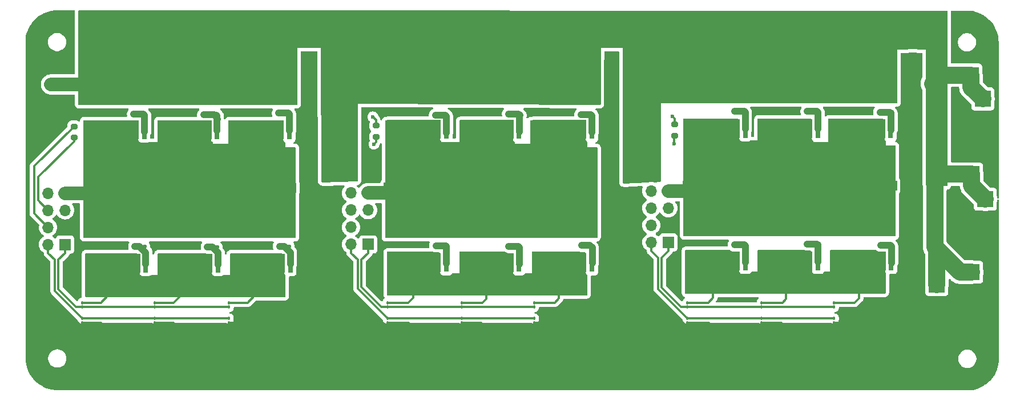
<source format=gbl>
%TF.GenerationSoftware,KiCad,Pcbnew,8.0.1*%
%TF.CreationDate,2024-05-07T00:04:45+05:00*%
%TF.ProjectId,PowerBoard,506f7765-7242-46f6-9172-642e6b696361,rev?*%
%TF.SameCoordinates,Original*%
%TF.FileFunction,Copper,L2,Bot*%
%TF.FilePolarity,Positive*%
%FSLAX46Y46*%
G04 Gerber Fmt 4.6, Leading zero omitted, Abs format (unit mm)*
G04 Created by KiCad (PCBNEW 8.0.1) date 2024-05-07 00:04:45*
%MOMM*%
%LPD*%
G01*
G04 APERTURE LIST*
G04 Aperture macros list*
%AMRoundRect*
0 Rectangle with rounded corners*
0 $1 Rounding radius*
0 $2 $3 $4 $5 $6 $7 $8 $9 X,Y pos of 4 corners*
0 Add a 4 corners polygon primitive as box body*
4,1,4,$2,$3,$4,$5,$6,$7,$8,$9,$2,$3,0*
0 Add four circle primitives for the rounded corners*
1,1,$1+$1,$2,$3*
1,1,$1+$1,$4,$5*
1,1,$1+$1,$6,$7*
1,1,$1+$1,$8,$9*
0 Add four rect primitives between the rounded corners*
20,1,$1+$1,$2,$3,$4,$5,0*
20,1,$1+$1,$4,$5,$6,$7,0*
20,1,$1+$1,$6,$7,$8,$9,0*
20,1,$1+$1,$8,$9,$2,$3,0*%
%AMFreePoly0*
4,1,30,0.400000,-4.000000,-0.400000,-4.000000,-2.400000,-4.000000,-2.400000,-3.200000,-0.400000,-3.200000,-0.400000,-2.800000,-2.400000,-2.800000,-2.400000,-2.000000,-0.400000,-2.000000,-0.400000,-1.600000,-2.400000,-1.600000,-2.400000,-0.800000,-0.400000,-0.800000,-0.400000,-0.400000,-2.400000,-0.400000,-2.400000,0.400000,-0.400000,0.400000,-0.400000,0.800000,-2.400000,0.800000,-2.400000,1.600000,
-0.400000,1.600000,-0.400000,2.000000,-2.400000,2.000000,-2.400000,2.800000,-0.400000,2.800000,-0.400000,3.200000,-2.400000,3.200000,-2.400000,4.000000,0.400000,4.000000,0.400000,-4.000000,0.400000,-4.000000,$1*%
%AMFreePoly1*
4,1,13,2.850000,-5.050000,1.450000,-5.050000,1.450000,-4.350000,-1.450000,-4.350000,-1.450000,-4.850000,-5.150000,-4.850000,-5.150000,4.850000,-1.450000,4.850000,-1.450000,4.350000,1.450000,4.350000,1.450000,5.050000,2.850000,5.050000,2.850000,-5.050000,2.850000,-5.050000,$1*%
G04 Aperture macros list end*
%TA.AperFunction,ComponentPad*%
%ADD10R,2.400000X2.400000*%
%TD*%
%TA.AperFunction,ComponentPad*%
%ADD11C,2.400000*%
%TD*%
%TA.AperFunction,ComponentPad*%
%ADD12R,1.700000X1.700000*%
%TD*%
%TA.AperFunction,ComponentPad*%
%ADD13O,1.700000X1.700000*%
%TD*%
%TA.AperFunction,SMDPad,CuDef*%
%ADD14RoundRect,0.100000X-0.100000X0.130000X-0.100000X-0.130000X0.100000X-0.130000X0.100000X0.130000X0*%
%TD*%
%TA.AperFunction,SMDPad,CuDef*%
%ADD15RoundRect,0.100000X0.100000X-0.130000X0.100000X0.130000X-0.100000X0.130000X-0.100000X-0.130000X0*%
%TD*%
%TA.AperFunction,SMDPad,CuDef*%
%ADD16RoundRect,0.250000X0.325000X1.100000X-0.325000X1.100000X-0.325000X-1.100000X0.325000X-1.100000X0*%
%TD*%
%TA.AperFunction,SMDPad,CuDef*%
%ADD17R,5.511800X2.717800*%
%TD*%
%TA.AperFunction,SMDPad,CuDef*%
%ADD18R,0.800000X2.800000*%
%TD*%
%TA.AperFunction,SMDPad,CuDef*%
%ADD19FreePoly0,90.000000*%
%TD*%
%TA.AperFunction,SMDPad,CuDef*%
%ADD20FreePoly1,90.000000*%
%TD*%
%TA.AperFunction,SMDPad,CuDef*%
%ADD21R,10.000000X5.000000*%
%TD*%
%TA.AperFunction,SMDPad,CuDef*%
%ADD22RoundRect,0.200000X0.275000X-0.200000X0.275000X0.200000X-0.275000X0.200000X-0.275000X-0.200000X0*%
%TD*%
%TA.AperFunction,ViaPad*%
%ADD23C,0.600000*%
%TD*%
%TA.AperFunction,Conductor*%
%ADD24C,0.300000*%
%TD*%
%TA.AperFunction,Conductor*%
%ADD25C,2.000000*%
%TD*%
%TA.AperFunction,Conductor*%
%ADD26C,0.500000*%
%TD*%
%TA.AperFunction,Conductor*%
%ADD27C,3.000000*%
%TD*%
%TA.AperFunction,Conductor*%
%ADD28C,2.500000*%
%TD*%
%TA.AperFunction,Conductor*%
%ADD29C,1.000000*%
%TD*%
%TA.AperFunction,Conductor*%
%ADD30C,0.200000*%
%TD*%
G04 APERTURE END LIST*
D10*
%TO.P,C19,1*%
%TO.N,V_IN*%
X343150000Y-111050000D03*
D11*
%TO.P,C19,2*%
%TO.N,GND*%
X343150000Y-118550000D03*
%TD*%
D10*
%TO.P,C23,1*%
%TO.N,V_IN*%
X345298749Y-129480000D03*
D11*
%TO.P,C23,2*%
%TO.N,GND*%
X345298749Y-136980000D03*
%TD*%
D10*
%TO.P,C21,1*%
%TO.N,V_IN*%
X343250000Y-140300000D03*
D11*
%TO.P,C21,2*%
%TO.N,GND*%
X343250000Y-147800000D03*
%TD*%
D12*
%TO.P,J7,1,Pin_1*%
%TO.N,/PH_C_IN_D+*%
X298272332Y-135878057D03*
D13*
%TO.P,J7,2,Pin_2*%
%TO.N,/PH_C_IN_D-*%
X295732332Y-135878057D03*
%TO.P,J7,3,Pin_3*%
%TO.N,GND*%
X298272332Y-133338057D03*
%TO.P,J7,4,Pin_4*%
%TO.N,/TEMP3*%
X295732332Y-133338057D03*
%TO.P,J7,5,Pin_5*%
%TO.N,/GL_C*%
X298272332Y-130798057D03*
%TO.P,J7,6,Pin_6*%
%TO.N,/VCC2*%
X295732332Y-130798057D03*
%TO.P,J7,7,Pin_7*%
%TO.N,/PH_C*%
X298272332Y-128258057D03*
%TO.P,J7,8,Pin_8*%
%TO.N,/GH_C*%
X295732332Y-128258057D03*
%TD*%
D12*
%TO.P,J12,1,Pin_1*%
%TO.N,GND*%
X206700000Y-114975000D03*
D13*
%TO.P,J12,2,Pin_2*%
%TO.N,V_IN*%
X206700000Y-112435000D03*
%TD*%
D10*
%TO.P,C22,1*%
%TO.N,V_IN*%
X338098750Y-142130000D03*
D11*
%TO.P,C22,2*%
%TO.N,GND*%
X338098750Y-149630000D03*
%TD*%
D12*
%TO.P,J6,1,Pin_1*%
%TO.N,/PH_A_IN_D+*%
X208800000Y-136200000D03*
D13*
%TO.P,J6,2,Pin_2*%
%TO.N,/PH_A_IN_D-*%
X206260000Y-136200000D03*
%TO.P,J6,3,Pin_3*%
%TO.N,GND*%
X208800000Y-133660000D03*
%TO.P,J6,4,Pin_4*%
%TO.N,/TEMP*%
X206260000Y-133660000D03*
%TO.P,J6,5,Pin_5*%
%TO.N,/GL_A*%
X208800000Y-131120000D03*
%TO.P,J6,6,Pin_6*%
%TO.N,/VCC*%
X206260000Y-131120000D03*
%TO.P,J6,7,Pin_7*%
%TO.N,/PH_A*%
X208800000Y-128580000D03*
%TO.P,J6,8,Pin_8*%
%TO.N,/GH_A*%
X206260000Y-128580000D03*
%TD*%
D10*
%TO.P,C24,1*%
%TO.N,V_IN*%
X344920001Y-114600000D03*
D11*
%TO.P,C24,2*%
%TO.N,GND*%
X344920001Y-122100000D03*
%TD*%
D10*
%TO.P,C20,1*%
%TO.N,V_IN*%
X343250000Y-125750000D03*
D11*
%TO.P,C20,2*%
%TO.N,GND*%
X343250000Y-133250000D03*
%TD*%
D12*
%TO.P,J5,1,Pin_1*%
%TO.N,/PH_B_IN_D+*%
X253732332Y-136188057D03*
D13*
%TO.P,J5,2,Pin_2*%
%TO.N,/PH_B_IN_D-*%
X251192332Y-136188057D03*
%TO.P,J5,3,Pin_3*%
%TO.N,GND*%
X253732332Y-133648057D03*
%TO.P,J5,4,Pin_4*%
%TO.N,/TEMP2*%
X251192332Y-133648057D03*
%TO.P,J5,5,Pin_5*%
%TO.N,/GL_B*%
X253732332Y-131108057D03*
%TO.P,J5,6,Pin_6*%
%TO.N,/VCC1*%
X251192332Y-131108057D03*
%TO.P,J5,7,Pin_7*%
%TO.N,/PH_B*%
X253732332Y-128568057D03*
%TO.P,J5,8,Pin_8*%
%TO.N,/GH_B*%
X251192332Y-128568057D03*
%TD*%
D14*
%TO.P,R29,1*%
%TO.N,/PH_A_IN_D-*%
X233100000Y-147175000D03*
%TO.P,R29,2*%
%TO.N,GND*%
X233100000Y-147815000D03*
%TD*%
D15*
%TO.P,R30,1*%
%TO.N,/PH_A_IN_D+*%
X222100000Y-145470000D03*
%TO.P,R30,2*%
%TO.N,Net-(Q10-S)*%
X222100000Y-144830000D03*
%TD*%
D16*
%TO.P,C1,1*%
%TO.N,V_IN*%
X247950000Y-109019807D03*
%TO.P,C1,2*%
%TO.N,GND*%
X245000000Y-109019807D03*
%TD*%
%TO.P,C16,1*%
%TO.N,V_IN*%
X337465508Y-118919807D03*
%TO.P,C16,2*%
%TO.N,GND*%
X334515508Y-118919807D03*
%TD*%
D17*
%TO.P,R18,1*%
%TO.N,GND*%
X326550000Y-150151000D03*
%TO.P,R18,2*%
%TO.N,Net-(Q16-S)*%
X326550000Y-142150000D03*
%TD*%
D14*
%TO.P,R37,1*%
%TO.N,/PH_B_IN_D-*%
X267600000Y-147175000D03*
%TO.P,R37,2*%
%TO.N,GND*%
X267600000Y-147815000D03*
%TD*%
D16*
%TO.P,C18,1*%
%TO.N,V_IN*%
X337465508Y-125519807D03*
%TO.P,C18,2*%
%TO.N,GND*%
X334515508Y-125519807D03*
%TD*%
D17*
%TO.P,R17,1*%
%TO.N,GND*%
X260400000Y-150401000D03*
%TO.P,R17,2*%
%TO.N,Net-(Q13-S)*%
X260400000Y-142400000D03*
%TD*%
D14*
%TO.P,R39,1*%
%TO.N,/PH_B_IN_D-*%
X278350000Y-147175000D03*
%TO.P,R39,2*%
%TO.N,GND*%
X278350000Y-147815000D03*
%TD*%
D16*
%TO.P,C13,1*%
%TO.N,V_IN*%
X292707332Y-118919807D03*
%TO.P,C13,2*%
%TO.N,GND*%
X289757332Y-118919807D03*
%TD*%
%TO.P,C11,1*%
%TO.N,V_IN*%
X248000000Y-122219807D03*
%TO.P,C11,2*%
%TO.N,GND*%
X245050000Y-122219807D03*
%TD*%
D18*
%TO.P,Q5,1,G*%
%TO.N,Net-(D8-A)*%
X276132332Y-119130000D03*
D19*
%TO.P,Q5,2,S*%
%TO.N,/PH_B*%
X271332332Y-118130000D03*
D20*
%TO.P,Q5,3,D*%
%TO.N,V_IN*%
X271932332Y-110080000D03*
%TD*%
D15*
%TO.P,R32,1*%
%TO.N,/PH_A_IN_D+*%
X211350000Y-145470000D03*
%TO.P,R32,2*%
%TO.N,Net-(Q10-S)*%
X211350000Y-144830000D03*
%TD*%
D18*
%TO.P,Q8,1,G*%
%TO.N,Net-(D17-A)*%
X320447332Y-119018057D03*
D19*
%TO.P,Q8,2,S*%
%TO.N,/PH_C*%
X315647332Y-118018057D03*
D20*
%TO.P,Q8,3,D*%
%TO.N,V_IN*%
X316247332Y-109968057D03*
%TD*%
D17*
%TO.P,R10,1*%
%TO.N,GND*%
X236925000Y-150430500D03*
%TO.P,R10,2*%
%TO.N,Net-(Q10-S)*%
X236925000Y-142429500D03*
%TD*%
%TO.P,R11,1*%
%TO.N,GND*%
X282050000Y-150351000D03*
%TO.P,R11,2*%
%TO.N,Net-(Q13-S)*%
X282050000Y-142350000D03*
%TD*%
D14*
%TO.P,R43,1*%
%TO.N,/PH_C_IN_D-*%
X312100000Y-147175000D03*
%TO.P,R43,2*%
%TO.N,GND*%
X312100000Y-147815000D03*
%TD*%
D21*
%TO.P,J1,1,Pin_1*%
%TO.N,V_IN*%
X332850000Y-104100000D03*
%TD*%
D16*
%TO.P,C14,1*%
%TO.N,V_IN*%
X292707332Y-122219807D03*
%TO.P,C14,2*%
%TO.N,GND*%
X289757332Y-122219807D03*
%TD*%
D18*
%TO.P,Q13,1,G*%
%TO.N,Net-(D10-A)*%
X286932332Y-138898057D03*
D19*
%TO.P,Q13,2,S*%
%TO.N,Net-(Q13-S)*%
X282132332Y-137898057D03*
D20*
%TO.P,Q13,3,D*%
%TO.N,/PH_B*%
X282732332Y-129848057D03*
%TD*%
D16*
%TO.P,C3,1*%
%TO.N,V_IN*%
X248000000Y-115619807D03*
%TO.P,C3,2*%
%TO.N,GND*%
X245050000Y-115619807D03*
%TD*%
D17*
%TO.P,R13,1*%
%TO.N,GND*%
X225825000Y-150430500D03*
%TO.P,R13,2*%
%TO.N,Net-(Q10-S)*%
X225825000Y-142429500D03*
%TD*%
D18*
%TO.P,Q17,1,G*%
%TO.N,Net-(D14-A)*%
X320472332Y-138688057D03*
D19*
%TO.P,Q17,2,S*%
%TO.N,Net-(Q16-S)*%
X315672332Y-137688057D03*
D20*
%TO.P,Q17,3,D*%
%TO.N,/PH_C*%
X316272332Y-129638057D03*
%TD*%
D15*
%TO.P,R36,1*%
%TO.N,/PH_B_IN_D+*%
X267600000Y-145470000D03*
%TO.P,R36,2*%
%TO.N,Net-(Q13-S)*%
X267600000Y-144830000D03*
%TD*%
D16*
%TO.P,C17,1*%
%TO.N,V_IN*%
X337465508Y-122219807D03*
%TO.P,C17,2*%
%TO.N,GND*%
X334515508Y-122219807D03*
%TD*%
D18*
%TO.P,Q18,1,G*%
%TO.N,Net-(D15-A)*%
X309672332Y-138688057D03*
D19*
%TO.P,Q18,2,S*%
%TO.N,Net-(Q16-S)*%
X304872332Y-137688057D03*
D20*
%TO.P,Q18,3,D*%
%TO.N,/PH_C*%
X305472332Y-129638057D03*
%TD*%
D16*
%TO.P,C5,1*%
%TO.N,V_IN*%
X292707332Y-112319807D03*
%TO.P,C5,2*%
%TO.N,GND*%
X289757332Y-112319807D03*
%TD*%
%TO.P,C4,1*%
%TO.N,V_IN*%
X292707332Y-109019807D03*
%TO.P,C4,2*%
%TO.N,GND*%
X289757332Y-109019807D03*
%TD*%
D14*
%TO.P,R41,1*%
%TO.N,/PH_C_IN_D-*%
X301100000Y-147175000D03*
%TO.P,R41,2*%
%TO.N,GND*%
X301100000Y-147815000D03*
%TD*%
D15*
%TO.P,R40,1*%
%TO.N,/PH_C_IN_D+*%
X301100000Y-145470000D03*
%TO.P,R40,2*%
%TO.N,Net-(Q16-S)*%
X301100000Y-144830000D03*
%TD*%
D21*
%TO.P,J11,1,Pin_1*%
%TO.N,GND*%
X333400000Y-154600000D03*
%TD*%
D18*
%TO.P,Q2,1,G*%
%TO.N,Net-(D2-A)*%
X231325000Y-119180000D03*
D19*
%TO.P,Q2,2,S*%
%TO.N,/PH_A*%
X226525000Y-118180000D03*
D20*
%TO.P,Q2,3,D*%
%TO.N,V_IN*%
X227125000Y-110130000D03*
%TD*%
D21*
%TO.P,J4,1,Pin_1*%
%TO.N,/PH_C*%
X316147332Y-123588057D03*
%TD*%
D14*
%TO.P,R45,1*%
%TO.N,/PH_C_IN_D-*%
X322850000Y-147175000D03*
%TO.P,R45,2*%
%TO.N,GND*%
X322850000Y-147815000D03*
%TD*%
D22*
%TO.P,NTC1,1*%
%TO.N,/VCC*%
X210100000Y-120325000D03*
%TO.P,NTC1,2*%
%TO.N,/TEMP*%
X210100000Y-118675000D03*
%TD*%
D16*
%TO.P,C12,1*%
%TO.N,V_IN*%
X248000000Y-125519807D03*
%TO.P,C12,2*%
%TO.N,GND*%
X245050000Y-125519807D03*
%TD*%
%TO.P,C10,1*%
%TO.N,V_IN*%
X248000000Y-118919807D03*
%TO.P,C10,2*%
%TO.N,GND*%
X245050000Y-118919807D03*
%TD*%
D18*
%TO.P,Q11,1,G*%
%TO.N,Net-(D5-A)*%
X231450000Y-139000000D03*
D19*
%TO.P,Q11,2,S*%
%TO.N,Net-(Q10-S)*%
X226650000Y-138000000D03*
D20*
%TO.P,Q11,3,D*%
%TO.N,/PH_A*%
X227250000Y-129950000D03*
%TD*%
D15*
%TO.P,R34,1*%
%TO.N,/PH_B_IN_D+*%
X256600000Y-145470000D03*
%TO.P,R34,2*%
%TO.N,Net-(Q13-S)*%
X256600000Y-144830000D03*
%TD*%
D18*
%TO.P,Q15,1,G*%
%TO.N,Net-(D12-A)*%
X265332332Y-138898057D03*
D19*
%TO.P,Q15,2,S*%
%TO.N,Net-(Q13-S)*%
X260532332Y-137898057D03*
D20*
%TO.P,Q15,3,D*%
%TO.N,/PH_B*%
X261132332Y-129848057D03*
%TD*%
D17*
%TO.P,R15,1*%
%TO.N,GND*%
X315900000Y-150151000D03*
%TO.P,R15,2*%
%TO.N,Net-(Q16-S)*%
X315900000Y-142150000D03*
%TD*%
%TO.P,R14,1*%
%TO.N,GND*%
X271250000Y-150401000D03*
%TO.P,R14,2*%
%TO.N,Net-(Q13-S)*%
X271250000Y-142400000D03*
%TD*%
%TO.P,R16,1*%
%TO.N,GND*%
X215075000Y-150430500D03*
%TO.P,R16,2*%
%TO.N,Net-(Q10-S)*%
X215075000Y-142429500D03*
%TD*%
D16*
%TO.P,C7,1*%
%TO.N,V_IN*%
X337456017Y-109019807D03*
%TO.P,C7,2*%
%TO.N,GND*%
X334506017Y-109019807D03*
%TD*%
D17*
%TO.P,R12,1*%
%TO.N,GND*%
X304900000Y-150151000D03*
%TO.P,R12,2*%
%TO.N,Net-(Q16-S)*%
X304900000Y-142150000D03*
%TD*%
D18*
%TO.P,Q14,1,G*%
%TO.N,Net-(D11-A)*%
X276132332Y-138898057D03*
D19*
%TO.P,Q14,2,S*%
%TO.N,Net-(Q13-S)*%
X271332332Y-137898057D03*
D20*
%TO.P,Q14,3,D*%
%TO.N,/PH_B*%
X271932332Y-129848057D03*
%TD*%
D18*
%TO.P,Q10,1,G*%
%TO.N,Net-(D4-A)*%
X242200000Y-139000000D03*
D19*
%TO.P,Q10,2,S*%
%TO.N,Net-(Q10-S)*%
X237400000Y-138000000D03*
D20*
%TO.P,Q10,3,D*%
%TO.N,/PH_A*%
X238000000Y-129950000D03*
%TD*%
D18*
%TO.P,Q9,1,G*%
%TO.N,Net-(D16-A)*%
X309672332Y-119018057D03*
D19*
%TO.P,Q9,2,S*%
%TO.N,/PH_C*%
X304872332Y-118018057D03*
D20*
%TO.P,Q9,3,D*%
%TO.N,V_IN*%
X305472332Y-109968057D03*
%TD*%
D15*
%TO.P,R28,1*%
%TO.N,/PH_A_IN_D+*%
X233100000Y-145470000D03*
%TO.P,R28,2*%
%TO.N,Net-(Q10-S)*%
X233100000Y-144830000D03*
%TD*%
D14*
%TO.P,R31,1*%
%TO.N,/PH_A_IN_D-*%
X222100000Y-147175000D03*
%TO.P,R31,2*%
%TO.N,GND*%
X222100000Y-147815000D03*
%TD*%
D18*
%TO.P,Q12,1,G*%
%TO.N,Net-(D6-A)*%
X220750000Y-139000000D03*
D19*
%TO.P,Q12,2,S*%
%TO.N,Net-(Q10-S)*%
X215950000Y-138000000D03*
D20*
%TO.P,Q12,3,D*%
%TO.N,/PH_A*%
X216550000Y-129950000D03*
%TD*%
D15*
%TO.P,R42,1*%
%TO.N,/PH_C_IN_D+*%
X312100000Y-145470000D03*
%TO.P,R42,2*%
%TO.N,Net-(Q16-S)*%
X312100000Y-144830000D03*
%TD*%
%TO.P,R44,1*%
%TO.N,/PH_C_IN_D+*%
X322850000Y-145470000D03*
%TO.P,R44,2*%
%TO.N,Net-(Q16-S)*%
X322850000Y-144830000D03*
%TD*%
D18*
%TO.P,Q7,1,G*%
%TO.N,Net-(D18-A)*%
X331247332Y-119018057D03*
D19*
%TO.P,Q7,2,S*%
%TO.N,/PH_C*%
X326447332Y-118018057D03*
D20*
%TO.P,Q7,3,D*%
%TO.N,V_IN*%
X327047332Y-109968057D03*
%TD*%
D21*
%TO.P,J2,1,Pin_1*%
%TO.N,/PH_B*%
X272082332Y-123848057D03*
%TD*%
D16*
%TO.P,C15,1*%
%TO.N,V_IN*%
X292682332Y-125519807D03*
%TO.P,C15,2*%
%TO.N,GND*%
X289732332Y-125519807D03*
%TD*%
D18*
%TO.P,Q3,1,G*%
%TO.N,Net-(D3-A)*%
X220525000Y-119180000D03*
D19*
%TO.P,Q3,2,S*%
%TO.N,/PH_A*%
X215725000Y-118180000D03*
D20*
%TO.P,Q3,3,D*%
%TO.N,V_IN*%
X216325000Y-110130000D03*
%TD*%
D16*
%TO.P,C9,1*%
%TO.N,V_IN*%
X337456017Y-115619807D03*
%TO.P,C9,2*%
%TO.N,GND*%
X334506017Y-115619807D03*
%TD*%
D18*
%TO.P,Q6,1,G*%
%TO.N,Net-(D9-A)*%
X265332332Y-119130000D03*
D19*
%TO.P,Q6,2,S*%
%TO.N,/PH_B*%
X260532332Y-118130000D03*
D20*
%TO.P,Q6,3,D*%
%TO.N,V_IN*%
X261132332Y-110080000D03*
%TD*%
D18*
%TO.P,Q16,1,G*%
%TO.N,Net-(D13-A)*%
X331322332Y-138688057D03*
D19*
%TO.P,Q16,2,S*%
%TO.N,Net-(Q16-S)*%
X326522332Y-137688057D03*
D20*
%TO.P,Q16,3,D*%
%TO.N,/PH_C*%
X327122332Y-129638057D03*
%TD*%
D14*
%TO.P,R33,1*%
%TO.N,/PH_A_IN_D-*%
X211350000Y-147175000D03*
%TO.P,R33,2*%
%TO.N,GND*%
X211350000Y-147815000D03*
%TD*%
D22*
%TO.P,NTC3,1*%
%TO.N,/VCC2*%
X299200000Y-120025000D03*
%TO.P,NTC3,2*%
%TO.N,/TEMP3*%
X299200000Y-118375000D03*
%TD*%
D16*
%TO.P,C6,1*%
%TO.N,V_IN*%
X292707332Y-115619807D03*
%TO.P,C6,2*%
%TO.N,GND*%
X289757332Y-115619807D03*
%TD*%
D22*
%TO.P,NTC2,1*%
%TO.N,/VCC1*%
X254900000Y-120225000D03*
%TO.P,NTC2,2*%
%TO.N,/TEMP2*%
X254900000Y-118575000D03*
%TD*%
D18*
%TO.P,Q1,1,G*%
%TO.N,Net-(D1-A)*%
X242050000Y-119180000D03*
D19*
%TO.P,Q1,2,S*%
%TO.N,/PH_A*%
X237250000Y-118180000D03*
D20*
%TO.P,Q1,3,D*%
%TO.N,V_IN*%
X237850000Y-110130000D03*
%TD*%
D16*
%TO.P,C2,1*%
%TO.N,V_IN*%
X247950000Y-112319807D03*
%TO.P,C2,2*%
%TO.N,GND*%
X245000000Y-112319807D03*
%TD*%
%TO.P,C8,1*%
%TO.N,V_IN*%
X337456017Y-112319807D03*
%TO.P,C8,2*%
%TO.N,GND*%
X334506017Y-112319807D03*
%TD*%
D14*
%TO.P,R35,1*%
%TO.N,/PH_B_IN_D-*%
X256600000Y-147175000D03*
%TO.P,R35,2*%
%TO.N,GND*%
X256600000Y-147815000D03*
%TD*%
D15*
%TO.P,R38,1*%
%TO.N,/PH_B_IN_D+*%
X278350000Y-145470000D03*
%TO.P,R38,2*%
%TO.N,Net-(Q13-S)*%
X278350000Y-144830000D03*
%TD*%
D21*
%TO.P,J3,1,Pin_1*%
%TO.N,/PH_A*%
X227175000Y-123750000D03*
%TD*%
D18*
%TO.P,Q4,1,G*%
%TO.N,Net-(D7-A)*%
X286932332Y-119130000D03*
D19*
%TO.P,Q4,2,S*%
%TO.N,/PH_B*%
X282132332Y-118130000D03*
D20*
%TO.P,Q4,3,D*%
%TO.N,V_IN*%
X282732332Y-110080000D03*
%TD*%
D23*
%TO.N,GND*%
X342275000Y-108745000D03*
X245755000Y-157005000D03*
X257200000Y-152550000D03*
X250750000Y-156100000D03*
X210195000Y-139225000D03*
X281315000Y-154465000D03*
X219700000Y-153900000D03*
X299095000Y-149385000D03*
X324495000Y-157005000D03*
X204600000Y-115150000D03*
X214150000Y-156300000D03*
X294015000Y-149385000D03*
X242000000Y-152350000D03*
X289600000Y-155700000D03*
X319415000Y-154465000D03*
X278775000Y-154465000D03*
X276235000Y-157005000D03*
X309255000Y-144305000D03*
X337195000Y-146845000D03*
X344815000Y-144305000D03*
X294015000Y-157005000D03*
X215275000Y-154465000D03*
X230515000Y-149385000D03*
X280350000Y-152750000D03*
X243215000Y-154465000D03*
X238135000Y-146845000D03*
X220355000Y-157005000D03*
X225435000Y-136685000D03*
X294015000Y-151925000D03*
X291475000Y-154465000D03*
X344815000Y-154465000D03*
X271155000Y-116365000D03*
X306715000Y-154465000D03*
X276000000Y-154600000D03*
X210195000Y-154465000D03*
X342275000Y-144305000D03*
X339735000Y-154465000D03*
X223600000Y-156300000D03*
X205115000Y-151925000D03*
X205115000Y-121445000D03*
X255915000Y-154465000D03*
X238135000Y-157005000D03*
X280350000Y-156500000D03*
X337195000Y-144305000D03*
X205115000Y-106205000D03*
X225435000Y-157005000D03*
X324495000Y-154465000D03*
X220355000Y-149385000D03*
X320350000Y-152550000D03*
X309255000Y-151925000D03*
X205115000Y-141765000D03*
X230515000Y-157005000D03*
X324495000Y-116365000D03*
X205115000Y-103665000D03*
X225435000Y-116365000D03*
X212735000Y-136685000D03*
X260995000Y-116365000D03*
X344815000Y-151925000D03*
X311600000Y-152550000D03*
X332115000Y-141765000D03*
X311600000Y-156300000D03*
X217450000Y-154400000D03*
X235595000Y-146845000D03*
X309255000Y-154465000D03*
X258455000Y-154465000D03*
X205115000Y-118905000D03*
X309255000Y-149385000D03*
X268615000Y-116365000D03*
X321955000Y-157005000D03*
X286395000Y-151925000D03*
X309255000Y-157005000D03*
X215275000Y-136685000D03*
X281315000Y-146845000D03*
X263535000Y-154465000D03*
X250835000Y-144305000D03*
X248295000Y-146845000D03*
X327035000Y-116365000D03*
X296555000Y-146845000D03*
X248295000Y-139225000D03*
X212735000Y-157005000D03*
X227975000Y-157005000D03*
X296555000Y-151925000D03*
X250750000Y-152350000D03*
X255915000Y-116365000D03*
X253375000Y-149385000D03*
X321955000Y-149385000D03*
X337750000Y-156500000D03*
X248295000Y-144305000D03*
X286395000Y-157005000D03*
X271600000Y-156500000D03*
X205115000Y-146845000D03*
X283855000Y-146845000D03*
X222895000Y-136685000D03*
X268615000Y-154465000D03*
X220355000Y-151925000D03*
X320350000Y-156300000D03*
X263535000Y-157005000D03*
X248295000Y-149385000D03*
X207655000Y-108745000D03*
X273695000Y-154465000D03*
X230515000Y-154465000D03*
X253375000Y-151925000D03*
X266075000Y-154465000D03*
X250835000Y-139225000D03*
X314335000Y-116365000D03*
X266075000Y-149385000D03*
X301635000Y-157005000D03*
X214150000Y-152550000D03*
X250835000Y-141765000D03*
X235595000Y-136685000D03*
X205115000Y-108745000D03*
X235595000Y-116365000D03*
X205115000Y-139225000D03*
X248295000Y-136685000D03*
X327035000Y-146845000D03*
X342275000Y-157005000D03*
X211850000Y-154750000D03*
X278775000Y-157005000D03*
X329000000Y-156500000D03*
X294015000Y-146845000D03*
X232350000Y-152550000D03*
X246400000Y-154200000D03*
X223600000Y-152550000D03*
X253375000Y-154465000D03*
X240675000Y-154465000D03*
X250835000Y-149385000D03*
X327035000Y-157005000D03*
X207655000Y-146845000D03*
X230515000Y-151925000D03*
X248295000Y-134145000D03*
X276235000Y-149385000D03*
X268615000Y-157005000D03*
X294015000Y-134145000D03*
X207655000Y-149385000D03*
X222895000Y-154465000D03*
X210195000Y-141765000D03*
X271155000Y-154465000D03*
X339735000Y-157005000D03*
X210195000Y-157005000D03*
X332115000Y-144305000D03*
X290400000Y-150600000D03*
X261600000Y-154400000D03*
X232350000Y-156300000D03*
X260995000Y-157005000D03*
X233055000Y-136685000D03*
X207655000Y-118905000D03*
X207655000Y-157005000D03*
X329000000Y-152750000D03*
X344815000Y-103665000D03*
X276235000Y-151925000D03*
X344815000Y-108745000D03*
X332115000Y-149385000D03*
X233055000Y-149385000D03*
X296555000Y-157005000D03*
X248295000Y-131605000D03*
X314335000Y-157005000D03*
X238135000Y-154465000D03*
X294015000Y-136685000D03*
X205115000Y-149385000D03*
X314335000Y-154465000D03*
X296555000Y-149385000D03*
X248295000Y-157005000D03*
X257200000Y-156300000D03*
X233055000Y-154465000D03*
X299095000Y-141765000D03*
X250835000Y-146845000D03*
X210195000Y-151925000D03*
X329575000Y-146845000D03*
X306715000Y-157005000D03*
X235595000Y-154465000D03*
X311795000Y-154465000D03*
X253375000Y-146845000D03*
X235595000Y-157005000D03*
X298350000Y-151950000D03*
X225435000Y-154465000D03*
X342275000Y-121445000D03*
X333400000Y-154600000D03*
X332115000Y-146845000D03*
X283855000Y-154465000D03*
X286395000Y-146845000D03*
X210195000Y-116365000D03*
X283855000Y-157005000D03*
X248295000Y-151925000D03*
X294000000Y-153800000D03*
X327035000Y-154465000D03*
X291475000Y-157005000D03*
X222895000Y-116365000D03*
X210195000Y-149385000D03*
X296555000Y-154465000D03*
X242000000Y-156100000D03*
X233055000Y-116365000D03*
X281315000Y-116365000D03*
X245600000Y-150800000D03*
X240675000Y-149385000D03*
X316875000Y-157005000D03*
X342275000Y-136685000D03*
X342275000Y-103665000D03*
X294015000Y-139225000D03*
X217815000Y-157005000D03*
X339735000Y-144305000D03*
X248295000Y-141765000D03*
X240675000Y-146845000D03*
X321955000Y-116365000D03*
X316000000Y-154400000D03*
X289600000Y-151950000D03*
X207655000Y-103665000D03*
X339735000Y-151925000D03*
X228000000Y-154400000D03*
X321955000Y-154465000D03*
X253375000Y-157005000D03*
X286395000Y-154465000D03*
X271600000Y-152750000D03*
X301635000Y-154465000D03*
X311795000Y-116365000D03*
X278775000Y-116365000D03*
X324495000Y-146845000D03*
X248295000Y-154465000D03*
X248295000Y-129065000D03*
X311795000Y-149385000D03*
X342275000Y-116365000D03*
X344815000Y-106205000D03*
X205115000Y-144305000D03*
X298350000Y-155700000D03*
X265950000Y-156300000D03*
X294015000Y-141765000D03*
X337750000Y-152750000D03*
X255915000Y-149385000D03*
X205115000Y-154465000D03*
X265950000Y-152550000D03*
X321955000Y-151925000D03*
X273695000Y-157005000D03*
X286395000Y-149385000D03*
X304175000Y-157005000D03*
X294015000Y-144305000D03*
X250835000Y-154465000D03*
X339735000Y-146845000D03*
X299095000Y-139225000D03*
X304175000Y-154465000D03*
%TO.N,Net-(D1-A)*%
X241150000Y-116700000D03*
X240450000Y-116700000D03*
X241900000Y-116700000D03*
X242050000Y-117350000D03*
%TO.N,Net-(D2-A)*%
X230050000Y-117000000D03*
X231350000Y-117600000D03*
X229362500Y-116937500D03*
X230900000Y-117000000D03*
%TO.N,Net-(D3-A)*%
X220550000Y-117518750D03*
X220400000Y-116868750D03*
X219650000Y-116868750D03*
X218950000Y-116868750D03*
%TO.N,Net-(D4-A)*%
X240600000Y-136468750D03*
X242200000Y-137118750D03*
X242050000Y-136468750D03*
X241300000Y-136468750D03*
%TO.N,Net-(D5-A)*%
X231500000Y-137218750D03*
X229900000Y-136568750D03*
X231350000Y-136568750D03*
X230600000Y-136568750D03*
%TO.N,Net-(D6-A)*%
X219850000Y-136468750D03*
X220600000Y-136468750D03*
X219150000Y-136468750D03*
X220750000Y-137118750D03*
%TO.N,/TEMP2*%
X254450000Y-117250000D03*
%TO.N,/TEMP3*%
X298850000Y-117200000D03*
%TO.N,Net-(D7-A)*%
X286782332Y-116916807D03*
X285332332Y-116916807D03*
X286932332Y-117566807D03*
X286032332Y-116916807D03*
%TO.N,Net-(D8-A)*%
X276032332Y-116816807D03*
X274582332Y-116816807D03*
X275282332Y-116816807D03*
X276182332Y-117466807D03*
%TO.N,Net-(D9-A)*%
X263732332Y-117016807D03*
X265332332Y-117666807D03*
X264432332Y-117016807D03*
X265182332Y-117016807D03*
%TO.N,Net-(D10-A)*%
X286082332Y-136316807D03*
X285382332Y-136316807D03*
X286832332Y-136316807D03*
X286982332Y-136966807D03*
%TO.N,Net-(D11-A)*%
X276182332Y-137116807D03*
X275282332Y-136466807D03*
X274582332Y-136466807D03*
X276032332Y-136466807D03*
%TO.N,Net-(D12-A)*%
X264482332Y-136366807D03*
X265382332Y-137016807D03*
X263782332Y-136366807D03*
X265232332Y-136366807D03*
%TO.N,Net-(D13-A)*%
X331222332Y-136306807D03*
X331372332Y-136956807D03*
X330472332Y-136306807D03*
X329772332Y-136306807D03*
%TO.N,Net-(D14-A)*%
X320472332Y-136756807D03*
X318872332Y-136106807D03*
X320322332Y-136106807D03*
X319572332Y-136106807D03*
%TO.N,Net-(D15-A)*%
X309672332Y-136906807D03*
X309522332Y-136256807D03*
X308072332Y-136256807D03*
X308772332Y-136256807D03*
%TO.N,Net-(D16-A)*%
X308772332Y-116456807D03*
X309522332Y-116456807D03*
X309672332Y-117106807D03*
X308072332Y-116456807D03*
%TO.N,Net-(D17-A)*%
X320322332Y-116456807D03*
X319572332Y-116456807D03*
X318872332Y-116456807D03*
X320472332Y-117106807D03*
%TO.N,Net-(D18-A)*%
X331272332Y-117206807D03*
X329672332Y-116556807D03*
X331122332Y-116556807D03*
X330372332Y-116556807D03*
%TO.N,/VCC1*%
X254600000Y-121300000D03*
%TO.N,/VCC2*%
X299150000Y-121250000D03*
%TD*%
D24*
%TO.N,GND*%
X325765000Y-147815000D02*
X326550000Y-148600000D01*
X224875000Y-147822750D02*
X225850000Y-148797750D01*
X322850000Y-147815000D02*
X325765000Y-147815000D01*
X225850000Y-148797750D02*
X225850000Y-150438250D01*
X304900000Y-148450000D02*
X304900000Y-150401000D01*
X233125000Y-147822750D02*
X235875000Y-147822750D01*
X259765000Y-147815000D02*
X260400000Y-148450000D01*
D25*
X290400000Y-150400000D02*
X290400000Y-150600000D01*
X290600000Y-150600000D02*
X290500000Y-150500000D01*
X245600000Y-150800000D02*
X245600000Y-150850000D01*
D24*
X278350000Y-147815000D02*
X281265000Y-147815000D01*
X326550000Y-148600000D02*
X326550000Y-150351000D01*
D25*
X334506017Y-153493983D02*
X333400000Y-154600000D01*
X245000000Y-109019807D02*
X245000000Y-150250000D01*
D24*
X215075000Y-148790000D02*
X215075000Y-150430500D01*
X256600000Y-147815000D02*
X259765000Y-147815000D01*
X281265000Y-147815000D02*
X282050000Y-148600000D01*
D26*
X206525000Y-115150000D02*
X206700000Y-114975000D01*
D24*
X211350000Y-147815000D02*
X214100000Y-147815000D01*
D25*
X289757332Y-149757332D02*
X290400000Y-150400000D01*
X289757332Y-109019807D02*
X289757332Y-149757332D01*
D24*
X236850000Y-148797750D02*
X236850000Y-150438250D01*
X301100000Y-147815000D02*
X304265000Y-147815000D01*
X270515000Y-147815000D02*
X271250000Y-148550000D01*
X214100000Y-147815000D02*
X215075000Y-148790000D01*
X282050000Y-148600000D02*
X282050000Y-150351000D01*
X315015000Y-147815000D02*
X315750000Y-148550000D01*
D25*
X245000000Y-150250000D02*
X245550000Y-150800000D01*
D24*
X271250000Y-148550000D02*
X271250000Y-150401000D01*
X312100000Y-147815000D02*
X315015000Y-147815000D01*
D25*
X245550000Y-150800000D02*
X245600000Y-150800000D01*
D26*
X204600000Y-115150000D02*
X206525000Y-115150000D01*
D25*
X245600000Y-150850000D02*
X245500000Y-150750000D01*
D24*
X304265000Y-147815000D02*
X304900000Y-148450000D01*
D25*
X334506017Y-109019807D02*
X334506017Y-153493983D01*
D24*
X222125000Y-147822750D02*
X224875000Y-147822750D01*
X267600000Y-147815000D02*
X270515000Y-147815000D01*
D25*
X290400000Y-150600000D02*
X290600000Y-150600000D01*
D24*
X260400000Y-148450000D02*
X260400000Y-150401000D01*
X315750000Y-148550000D02*
X315750000Y-150401000D01*
X235875000Y-147822750D02*
X236850000Y-148797750D01*
D27*
%TO.N,V_IN*%
X327047332Y-109968057D02*
X327081943Y-109968057D01*
D28*
X343250000Y-125750000D02*
X343250000Y-127431251D01*
X343150000Y-111050000D02*
X343150000Y-112829999D01*
X341500000Y-140300000D02*
X337800000Y-136600000D01*
X343150000Y-111050000D02*
X338725824Y-111050000D01*
X343250000Y-127431251D02*
X345298749Y-129480000D01*
X338725824Y-111050000D02*
X337456017Y-112319807D01*
X338098750Y-142130000D02*
X338098750Y-136898750D01*
X337800000Y-136600000D02*
X337800000Y-125854299D01*
X343150000Y-112829999D02*
X344920001Y-114600000D01*
X343250000Y-125750000D02*
X337695701Y-125750000D01*
X343250000Y-140300000D02*
X341500000Y-140300000D01*
D25*
X206700000Y-112435000D02*
X214170000Y-112435000D01*
X214170000Y-112435000D02*
X216325000Y-110280000D01*
D28*
X338098750Y-136898750D02*
X337800000Y-136600000D01*
D29*
%TO.N,Net-(D1-A)*%
X240450000Y-116700000D02*
X240500000Y-116700000D01*
X241150000Y-116700000D02*
X240450000Y-116700000D01*
X242050000Y-119330000D02*
X242050000Y-116850000D01*
X241900000Y-116700000D02*
X241350000Y-116700000D01*
X241350000Y-116700000D02*
X241150000Y-116700000D01*
X242050000Y-116850000D02*
X241900000Y-116700000D01*
X241900000Y-116700000D02*
X240450000Y-116700000D01*
%TO.N,Net-(D2-A)*%
X231200000Y-117000000D02*
X230900000Y-117000000D01*
X230000000Y-116950000D02*
X229375000Y-116950000D01*
X231325000Y-117125000D02*
X231200000Y-117000000D01*
X229375000Y-116950000D02*
X229362500Y-116937500D01*
X231325000Y-119330000D02*
X231325000Y-117575000D01*
X231325000Y-117575000D02*
X231325000Y-117125000D01*
X230900000Y-117000000D02*
X230850000Y-116950000D01*
X231350000Y-117600000D02*
X231325000Y-117575000D01*
X230850000Y-116950000D02*
X230100000Y-116950000D01*
%TO.N,Net-(D3-A)*%
X220550000Y-117018750D02*
X220400000Y-116868750D01*
X220550000Y-119498750D02*
X220550000Y-117018750D01*
X220400000Y-116868750D02*
X218950000Y-116868750D01*
%TO.N,Net-(D4-A)*%
X242200000Y-139098750D02*
X242200000Y-137402978D01*
X241265772Y-136468750D02*
X240600000Y-136468750D01*
X242200000Y-137402978D02*
X241265772Y-136468750D01*
%TO.N,Net-(D5-A)*%
X231500000Y-139198750D02*
X231500000Y-137452978D01*
X231500000Y-137452978D02*
X230615772Y-136568750D01*
X230615772Y-136568750D02*
X229900000Y-136568750D01*
%TO.N,Net-(D6-A)*%
X220750000Y-137402978D02*
X219815772Y-136468750D01*
X220750000Y-139098750D02*
X220750000Y-137402978D01*
X219815772Y-136468750D02*
X219150000Y-136468750D01*
D25*
%TO.N,/PH_A*%
X208800000Y-128580000D02*
X215180000Y-128580000D01*
X215180000Y-128580000D02*
X216550000Y-129950000D01*
D24*
%TO.N,/VCC*%
X204800000Y-126200000D02*
X204800000Y-129660000D01*
X210100000Y-120325000D02*
X210100000Y-120900000D01*
X204800000Y-129660000D02*
X206260000Y-131120000D01*
X210100000Y-120900000D02*
X204800000Y-126200000D01*
D25*
%TO.N,/PH_C*%
X298272332Y-128258057D02*
X304092332Y-128258057D01*
X304092332Y-128258057D02*
X305472332Y-129638057D01*
%TO.N,/PH_B*%
X259852332Y-128568057D02*
X261132332Y-129848057D01*
X253732332Y-128568057D02*
X259852332Y-128568057D01*
D24*
%TO.N,/TEMP*%
X204200000Y-124575000D02*
X204200000Y-131600000D01*
X210100000Y-118675000D02*
X204200000Y-124575000D01*
X204200000Y-131600000D02*
X206260000Y-133660000D01*
%TO.N,/TEMP2*%
X254900000Y-118575000D02*
X254900000Y-117700000D01*
X254900000Y-117700000D02*
X254450000Y-117250000D01*
%TO.N,/TEMP3*%
X299200000Y-118375000D02*
X299200000Y-117550000D01*
X299200000Y-117550000D02*
X298850000Y-117200000D01*
D29*
%TO.N,Net-(D7-A)*%
X286782332Y-116916807D02*
X285332332Y-116916807D01*
X286932332Y-119546807D02*
X286932332Y-117066807D01*
X286932332Y-117066807D02*
X286782332Y-116916807D01*
%TO.N,Net-(D8-A)*%
X276016807Y-116816807D02*
X274582332Y-116816807D01*
X276250000Y-117050000D02*
X276016807Y-116816807D01*
X276182332Y-119446807D02*
X276182332Y-117117668D01*
X276182332Y-117117668D02*
X276250000Y-117050000D01*
%TO.N,Net-(D9-A)*%
X265332332Y-117166807D02*
X265182332Y-117016807D01*
X265332332Y-119646807D02*
X265332332Y-117166807D01*
X265182332Y-117016807D02*
X263732332Y-117016807D01*
%TO.N,Net-(D10-A)*%
X286982332Y-136682332D02*
X286616807Y-136316807D01*
X286616807Y-136316807D02*
X285382332Y-136316807D01*
X286982332Y-138946807D02*
X286982332Y-136682332D01*
%TO.N,Net-(D11-A)*%
X276032332Y-136466807D02*
X274582332Y-136466807D01*
X276182332Y-139096807D02*
X276182332Y-136616807D01*
X276182332Y-136616807D02*
X276032332Y-136466807D01*
%TO.N,Net-(D12-A)*%
X265382332Y-136516807D02*
X265232332Y-136366807D01*
X265382332Y-138996807D02*
X265382332Y-136516807D01*
X265232332Y-136366807D02*
X263782332Y-136366807D01*
%TO.N,Net-(D13-A)*%
X331372332Y-136456807D02*
X331222332Y-136306807D01*
X331372332Y-138936807D02*
X331372332Y-136456807D01*
X331222332Y-136306807D02*
X329772332Y-136306807D01*
%TO.N,Net-(D14-A)*%
X320472332Y-136256807D02*
X320322332Y-136106807D01*
X320322332Y-136106807D02*
X318872332Y-136106807D01*
X320472332Y-138736807D02*
X320472332Y-136256807D01*
%TO.N,Net-(D15-A)*%
X309672332Y-136406807D02*
X309522332Y-136256807D01*
X309522332Y-136256807D02*
X308072332Y-136256807D01*
X309672332Y-138886807D02*
X309672332Y-136406807D01*
%TO.N,Net-(D16-A)*%
X309672332Y-119086807D02*
X309672332Y-116606807D01*
X309672332Y-116606807D02*
X309522332Y-116456807D01*
X309522332Y-116456807D02*
X308072332Y-116456807D01*
%TO.N,Net-(D17-A)*%
X320322332Y-116456807D02*
X318872332Y-116456807D01*
X320472332Y-119086807D02*
X320472332Y-116606807D01*
X320472332Y-116606807D02*
X320322332Y-116456807D01*
%TO.N,Net-(D18-A)*%
X331122332Y-116556807D02*
X329672332Y-116556807D01*
X331272332Y-119186807D02*
X331272332Y-116706807D01*
X331272332Y-116706807D02*
X331122332Y-116556807D01*
D24*
%TO.N,/VCC1*%
X254900000Y-121000000D02*
X254900000Y-120225000D01*
X254600000Y-121300000D02*
X254900000Y-121000000D01*
%TO.N,/VCC2*%
X299150000Y-120075000D02*
X299200000Y-120025000D01*
X299150000Y-121250000D02*
X299150000Y-120075000D01*
%TO.N,Net-(Q13-S)*%
X270670000Y-144830000D02*
X271250000Y-144250000D01*
X260400000Y-144100000D02*
X260400000Y-142400000D01*
X271250000Y-144250000D02*
X271250000Y-142400000D01*
X278350000Y-144830000D02*
X281420000Y-144830000D01*
X267600000Y-144830000D02*
X270670000Y-144830000D01*
X281420000Y-144830000D02*
X282050000Y-144200000D01*
X256600000Y-144830000D02*
X259670000Y-144830000D01*
X282050000Y-144200000D02*
X282050000Y-142350000D01*
X259670000Y-144830000D02*
X260400000Y-144100000D01*
%TO.N,Net-(Q16-S)*%
X304900000Y-144100000D02*
X304900000Y-142400000D01*
X301100000Y-144830000D02*
X304170000Y-144830000D01*
X304170000Y-144830000D02*
X304900000Y-144100000D01*
X326550000Y-144200000D02*
X326550000Y-142350000D01*
X315750000Y-144250000D02*
X315750000Y-142400000D01*
X322850000Y-144830000D02*
X325920000Y-144830000D01*
X315170000Y-144830000D02*
X315750000Y-144250000D01*
X325920000Y-144830000D02*
X326550000Y-144200000D01*
X312100000Y-144830000D02*
X315170000Y-144830000D01*
%TO.N,/PH_A_IN_D-*%
X222100000Y-147175000D02*
X211350000Y-147175000D01*
X206260000Y-137475001D02*
X206260000Y-136200000D01*
X207255000Y-143080000D02*
X207255000Y-138470001D01*
X211350000Y-147175000D02*
X207255000Y-143080000D01*
X207255000Y-138470001D02*
X206260000Y-137475001D01*
X222100000Y-147175000D02*
X233100000Y-147175000D01*
%TO.N,/PH_A_IN_D+*%
X211350000Y-145470000D02*
X222100000Y-145470000D01*
X211350000Y-145470000D02*
X210422818Y-145470000D01*
X207805000Y-142852182D02*
X207805000Y-138470001D01*
X207805000Y-138470001D02*
X208800000Y-137475001D01*
X210422818Y-145470000D02*
X207805000Y-142852182D01*
X208800000Y-137475001D02*
X208800000Y-136200000D01*
X233100000Y-145470000D02*
X222100000Y-145470000D01*
%TO.N,/PH_B_IN_D+*%
X253732332Y-137463058D02*
X253732332Y-136188057D01*
X256600000Y-145470000D02*
X255672818Y-145470000D01*
X256600000Y-145470000D02*
X278350000Y-145470000D01*
X252737332Y-138458058D02*
X253732332Y-137463058D01*
X252737332Y-142534514D02*
X252737332Y-138458058D01*
X255672818Y-145470000D02*
X252737332Y-142534514D01*
%TO.N,/PH_B_IN_D-*%
X256600000Y-147175000D02*
X252187332Y-142762332D01*
X251192332Y-137463058D02*
X251192332Y-136188057D01*
X252187332Y-142762332D02*
X252187332Y-138458058D01*
X256600000Y-147175000D02*
X278350000Y-147175000D01*
X252187332Y-138458058D02*
X251192332Y-137463058D01*
%TO.N,/PH_C_IN_D-*%
X296727332Y-138148058D02*
X295732332Y-137153058D01*
X322850000Y-147175000D02*
X301100000Y-147175000D01*
X295732332Y-137153058D02*
X295732332Y-135878057D01*
X296727332Y-142802332D02*
X296727332Y-138148058D01*
X301100000Y-147175000D02*
X296727332Y-142802332D01*
%TO.N,/PH_C_IN_D+*%
X301100000Y-145470000D02*
X322850000Y-145470000D01*
X298272332Y-137153058D02*
X298272332Y-135878057D01*
X301100000Y-145470000D02*
X300172818Y-145470000D01*
X297277332Y-138148058D02*
X298272332Y-137153058D01*
X297277332Y-142574514D02*
X297277332Y-138148058D01*
X300172818Y-145470000D02*
X297277332Y-142574514D01*
%TO.N,Net-(Q10-S)*%
X235875000Y-144837750D02*
X236850000Y-143862750D01*
X233125000Y-144837750D02*
X235875000Y-144837750D01*
X222125000Y-144837750D02*
X224875000Y-144837750D01*
X225850000Y-143862750D02*
X225850000Y-142437250D01*
X224875000Y-144837750D02*
X225850000Y-143862750D01*
X214100000Y-144830000D02*
X215075000Y-143855000D01*
X211350000Y-144830000D02*
X214100000Y-144830000D01*
X236850000Y-143862750D02*
X236850000Y-142437250D01*
D30*
X216100000Y-143454500D02*
X215075000Y-142429500D01*
D24*
X215075000Y-143855000D02*
X215075000Y-142429500D01*
%TD*%
%TA.AperFunction,Conductor*%
%TO.N,/PH_B*%
G36*
X263066280Y-117769685D02*
G01*
X263086922Y-117786319D01*
X263094546Y-117793943D01*
X263094550Y-117793946D01*
X263258411Y-117903435D01*
X263258424Y-117903442D01*
X263440492Y-117978856D01*
X263440497Y-117978858D01*
X263440501Y-117978858D01*
X263440502Y-117978859D01*
X263633788Y-118017307D01*
X263633791Y-118017307D01*
X264207832Y-118017307D01*
X264274871Y-118036992D01*
X264320626Y-118089796D01*
X264331832Y-118141307D01*
X264331832Y-119745348D01*
X264331832Y-119745350D01*
X264331831Y-119745350D01*
X264370279Y-119938635D01*
X264370281Y-119938643D01*
X264422393Y-120064453D01*
X264431832Y-120111905D01*
X264431832Y-120577870D01*
X264431833Y-120577876D01*
X264438240Y-120637483D01*
X264488534Y-120772328D01*
X264488538Y-120772335D01*
X264574784Y-120887544D01*
X264574787Y-120887547D01*
X264689996Y-120973793D01*
X264690005Y-120973798D01*
X264718624Y-120984472D01*
X264744699Y-121001229D01*
X264781220Y-121007819D01*
X264824840Y-121024088D01*
X264824843Y-121024088D01*
X264824849Y-121024091D01*
X264884459Y-121030500D01*
X265780204Y-121030499D01*
X265839815Y-121024091D01*
X265883446Y-121007817D01*
X265926778Y-121000000D01*
X267250000Y-121000000D01*
X267250000Y-117874000D01*
X267269685Y-117806961D01*
X267322489Y-117761206D01*
X267374000Y-117750000D01*
X274196163Y-117750000D01*
X274243614Y-117759438D01*
X274290497Y-117778858D01*
X274290501Y-117778858D01*
X274290502Y-117778859D01*
X274483788Y-117817307D01*
X274483791Y-117817307D01*
X275057832Y-117817307D01*
X275124871Y-117836992D01*
X275170626Y-117889796D01*
X275181832Y-117941307D01*
X275181832Y-119545348D01*
X275181832Y-119545350D01*
X275181831Y-119545350D01*
X275220280Y-119738640D01*
X275220281Y-119738644D01*
X275222393Y-119743742D01*
X275231832Y-119791194D01*
X275231832Y-120577870D01*
X275231833Y-120577876D01*
X275238240Y-120637483D01*
X275288534Y-120772328D01*
X275288538Y-120772335D01*
X275374783Y-120887543D01*
X275374784Y-120887544D01*
X275374786Y-120887546D01*
X275450312Y-120944085D01*
X275492182Y-121000017D01*
X275500000Y-121043350D01*
X275500000Y-121250000D01*
X277750000Y-121250000D01*
X277750000Y-117874000D01*
X277769685Y-117806961D01*
X277822489Y-117761206D01*
X277874000Y-117750000D01*
X284740826Y-117750000D01*
X284807865Y-117769685D01*
X284809664Y-117770862D01*
X284858418Y-117803439D01*
X284858420Y-117803440D01*
X284858424Y-117803442D01*
X285040492Y-117878856D01*
X285040497Y-117878858D01*
X285040501Y-117878858D01*
X285040502Y-117878859D01*
X285233788Y-117917307D01*
X285233791Y-117917307D01*
X285807832Y-117917307D01*
X285874871Y-117936992D01*
X285920626Y-117989796D01*
X285931832Y-118041307D01*
X285931832Y-119645348D01*
X285931832Y-119645350D01*
X285931831Y-119645350D01*
X285970279Y-119838635D01*
X285970281Y-119838643D01*
X286022393Y-119964453D01*
X286031832Y-120011905D01*
X286031832Y-120577870D01*
X286031833Y-120577876D01*
X286038240Y-120637483D01*
X286088534Y-120772328D01*
X286088538Y-120772335D01*
X286174784Y-120887544D01*
X286174785Y-120887545D01*
X286174786Y-120887546D01*
X286174787Y-120887547D01*
X286200310Y-120906653D01*
X286242182Y-120962586D01*
X286250000Y-121005920D01*
X286250000Y-121750000D01*
X287626000Y-121750000D01*
X287693039Y-121769685D01*
X287738794Y-121822489D01*
X287750000Y-121874000D01*
X287750000Y-135126000D01*
X287730315Y-135193039D01*
X287677511Y-135238794D01*
X287626000Y-135250000D01*
X256374000Y-135250000D01*
X256306961Y-135230315D01*
X256261206Y-135177511D01*
X256250000Y-135126000D01*
X256250000Y-117874000D01*
X256269685Y-117806961D01*
X256322489Y-117761206D01*
X256374000Y-117750000D01*
X262999241Y-117750000D01*
X263066280Y-117769685D01*
G37*
%TD.AperFunction*%
%TD*%
%TA.AperFunction,Conductor*%
%TO.N,GND*%
G36*
X210120535Y-101451163D02*
G01*
X210187567Y-101470865D01*
X210233308Y-101523681D01*
X210244500Y-101575163D01*
X210244500Y-110810500D01*
X210224815Y-110877539D01*
X210172011Y-110923294D01*
X210120500Y-110934500D01*
X206581903Y-110934500D01*
X206348631Y-110971446D01*
X206124003Y-111044433D01*
X205913566Y-111151657D01*
X205804550Y-111230862D01*
X205722490Y-111290483D01*
X205722488Y-111290485D01*
X205722487Y-111290485D01*
X205555485Y-111457487D01*
X205555485Y-111457488D01*
X205555483Y-111457490D01*
X205495862Y-111539550D01*
X205416657Y-111648566D01*
X205309433Y-111859003D01*
X205236446Y-112083631D01*
X205199500Y-112316902D01*
X205199500Y-112553097D01*
X205236446Y-112786368D01*
X205309433Y-113010996D01*
X205391585Y-113172227D01*
X205416657Y-113221433D01*
X205555483Y-113412510D01*
X205722490Y-113579517D01*
X205913567Y-113718343D01*
X206012991Y-113769002D01*
X206124003Y-113825566D01*
X206124005Y-113825566D01*
X206124008Y-113825568D01*
X206244412Y-113864689D01*
X206348631Y-113898553D01*
X206581903Y-113935500D01*
X206581908Y-113935500D01*
X210120500Y-113935500D01*
X210187539Y-113955185D01*
X210233294Y-114007989D01*
X210244500Y-114059500D01*
X210244500Y-115376000D01*
X210244501Y-115376009D01*
X210256052Y-115483450D01*
X210256054Y-115483462D01*
X210267260Y-115534972D01*
X210301383Y-115637497D01*
X210301386Y-115637503D01*
X210379171Y-115758537D01*
X210379179Y-115758548D01*
X210424923Y-115811340D01*
X210424926Y-115811343D01*
X210424930Y-115811347D01*
X210533664Y-115905567D01*
X210533667Y-115905568D01*
X210533668Y-115905569D01*
X210661731Y-115964055D01*
X210664541Y-115965338D01*
X210731580Y-115985023D01*
X210731584Y-115985024D01*
X210874000Y-116005500D01*
X218098966Y-116005500D01*
X218166005Y-116025185D01*
X218211760Y-116077989D01*
X218221704Y-116147147D01*
X218192679Y-116210703D01*
X218186647Y-116217181D01*
X218172863Y-116230964D01*
X218172860Y-116230968D01*
X218063371Y-116394829D01*
X218063364Y-116394842D01*
X217987950Y-116576910D01*
X217987947Y-116576920D01*
X217949500Y-116770206D01*
X217949500Y-116770209D01*
X217949500Y-116967291D01*
X217949500Y-116967293D01*
X217949499Y-116967293D01*
X217975163Y-117096308D01*
X217968936Y-117165900D01*
X217926073Y-117221077D01*
X217860183Y-117244322D01*
X217853546Y-117244500D01*
X211624000Y-117244500D01*
X211623991Y-117244500D01*
X211623990Y-117244501D01*
X211516549Y-117256052D01*
X211516537Y-117256054D01*
X211465027Y-117267260D01*
X211362502Y-117301383D01*
X211362496Y-117301386D01*
X211241462Y-117379171D01*
X211241451Y-117379179D01*
X211188659Y-117424923D01*
X211094433Y-117533664D01*
X211094430Y-117533668D01*
X211034664Y-117664534D01*
X211014976Y-117731582D01*
X211000386Y-117833061D01*
X210971361Y-117896617D01*
X210912583Y-117934391D01*
X210842713Y-117934391D01*
X210813498Y-117921531D01*
X210753702Y-117885383D01*
X210664606Y-117831522D01*
X210502196Y-117780914D01*
X210502194Y-117780913D01*
X210502192Y-117780913D01*
X210452778Y-117776423D01*
X210431616Y-117774500D01*
X209768384Y-117774500D01*
X209749145Y-117776248D01*
X209697807Y-117780913D01*
X209535393Y-117831522D01*
X209389811Y-117919530D01*
X209269530Y-118039811D01*
X209181522Y-118185393D01*
X209130913Y-118347807D01*
X209124500Y-118418386D01*
X209124500Y-118679191D01*
X209104815Y-118746230D01*
X209088181Y-118766872D01*
X203694727Y-124160325D01*
X203694726Y-124160326D01*
X203623534Y-124266874D01*
X203574499Y-124385255D01*
X203574497Y-124385261D01*
X203549500Y-124510928D01*
X203549500Y-131664071D01*
X203565765Y-131745836D01*
X203565765Y-131745838D01*
X203574497Y-131789737D01*
X203574498Y-131789741D01*
X203574499Y-131789744D01*
X203623535Y-131908127D01*
X203671192Y-131979452D01*
X203694726Y-132014673D01*
X203694727Y-132014674D01*
X204912290Y-133232236D01*
X204945775Y-133293559D01*
X204944384Y-133352008D01*
X204924937Y-133424589D01*
X204924937Y-133424590D01*
X204904341Y-133659999D01*
X204904341Y-133660000D01*
X204924936Y-133895403D01*
X204924938Y-133895413D01*
X204986094Y-134123655D01*
X204986096Y-134123659D01*
X204986097Y-134123663D01*
X205080396Y-134325887D01*
X205085965Y-134337830D01*
X205085967Y-134337834D01*
X205194281Y-134492521D01*
X205218813Y-134527557D01*
X205221501Y-134531395D01*
X205221506Y-134531402D01*
X205388597Y-134698493D01*
X205388603Y-134698498D01*
X205574158Y-134828425D01*
X205617783Y-134883002D01*
X205624977Y-134952500D01*
X205593454Y-135014855D01*
X205574158Y-135031575D01*
X205388597Y-135161505D01*
X205221505Y-135328597D01*
X205085965Y-135522169D01*
X205085964Y-135522171D01*
X204986098Y-135736335D01*
X204986094Y-135736344D01*
X204924938Y-135964586D01*
X204924936Y-135964596D01*
X204904341Y-136199999D01*
X204904341Y-136200000D01*
X204924936Y-136435403D01*
X204924938Y-136435413D01*
X204986094Y-136663655D01*
X204986096Y-136663659D01*
X204986097Y-136663663D01*
X205050319Y-136801387D01*
X205085965Y-136877830D01*
X205085967Y-136877834D01*
X205167658Y-136994500D01*
X205213142Y-137059458D01*
X205221501Y-137071395D01*
X205221506Y-137071402D01*
X205388597Y-137238493D01*
X205388603Y-137238498D01*
X205556623Y-137356147D01*
X205600248Y-137410724D01*
X205609500Y-137457722D01*
X205609500Y-137539070D01*
X205625800Y-137621012D01*
X205632124Y-137652804D01*
X205634499Y-137664745D01*
X205678452Y-137770858D01*
X205683535Y-137783128D01*
X205754723Y-137889670D01*
X205754726Y-137889674D01*
X205754727Y-137889675D01*
X206568181Y-138703128D01*
X206601666Y-138764451D01*
X206604500Y-138790809D01*
X206604500Y-143144071D01*
X206621493Y-143229497D01*
X206621493Y-143229498D01*
X206629497Y-143269737D01*
X206629500Y-143269746D01*
X206674287Y-143377873D01*
X206678535Y-143388127D01*
X206711513Y-143437483D01*
X206749726Y-143494673D01*
X206749727Y-143494674D01*
X210627329Y-147372275D01*
X210660814Y-147433598D01*
X210662587Y-147443772D01*
X210664954Y-147461753D01*
X210664956Y-147461760D01*
X210664956Y-147461762D01*
X210725464Y-147607841D01*
X210821718Y-147733282D01*
X210947159Y-147829536D01*
X211093238Y-147890044D01*
X211210639Y-147905500D01*
X211489360Y-147905499D01*
X211489363Y-147905499D01*
X211606753Y-147890046D01*
X211606757Y-147890044D01*
X211606762Y-147890044D01*
X211739797Y-147834938D01*
X211787250Y-147825500D01*
X221662750Y-147825500D01*
X221710202Y-147834938D01*
X221843238Y-147890044D01*
X221960639Y-147905500D01*
X222239360Y-147905499D01*
X222239363Y-147905499D01*
X222356753Y-147890046D01*
X222356757Y-147890044D01*
X222356762Y-147890044D01*
X222489797Y-147834938D01*
X222537250Y-147825500D01*
X232662750Y-147825500D01*
X232710202Y-147834938D01*
X232843238Y-147890044D01*
X232960639Y-147905500D01*
X233239360Y-147905499D01*
X233239363Y-147905499D01*
X233356753Y-147890046D01*
X233356757Y-147890044D01*
X233356762Y-147890044D01*
X233502841Y-147829536D01*
X233628282Y-147733282D01*
X233724536Y-147607841D01*
X233785044Y-147461762D01*
X233800500Y-147344361D01*
X233800499Y-147005640D01*
X233800499Y-147005636D01*
X233785046Y-146888246D01*
X233785044Y-146888241D01*
X233785044Y-146888238D01*
X233724536Y-146742159D01*
X233628282Y-146616718D01*
X233502841Y-146520464D01*
X233356762Y-146459956D01*
X233329999Y-146456432D01*
X233246489Y-146445438D01*
X233182593Y-146417171D01*
X233144122Y-146358847D01*
X233143291Y-146288982D01*
X233180363Y-146229759D01*
X233243569Y-146199980D01*
X233246481Y-146199561D01*
X233356762Y-146185044D01*
X233502841Y-146124536D01*
X233628282Y-146028282D01*
X233724536Y-145902841D01*
X233785044Y-145756762D01*
X233800500Y-145639361D01*
X233800500Y-145612250D01*
X233820185Y-145545211D01*
X233872989Y-145499456D01*
X233924500Y-145488250D01*
X235939071Y-145488250D01*
X236023615Y-145471432D01*
X236064744Y-145463251D01*
X236183127Y-145414215D01*
X236221939Y-145388282D01*
X236289669Y-145343027D01*
X237090876Y-144541818D01*
X237152199Y-144508334D01*
X237178557Y-144505500D01*
X241375990Y-144505500D01*
X241376000Y-144505500D01*
X241483456Y-144493947D01*
X241534967Y-144482741D01*
X241569197Y-144471347D01*
X241637497Y-144448616D01*
X241637501Y-144448613D01*
X241637504Y-144448613D01*
X241758543Y-144370825D01*
X241811347Y-144325070D01*
X241905567Y-144216336D01*
X241965338Y-144085459D01*
X241985023Y-144018420D01*
X241985024Y-144018416D01*
X242005500Y-143876000D01*
X242005500Y-141024499D01*
X242025185Y-140957460D01*
X242077989Y-140911705D01*
X242129500Y-140900499D01*
X242647871Y-140900499D01*
X242647872Y-140900499D01*
X242707483Y-140894091D01*
X242842331Y-140843796D01*
X242957546Y-140757546D01*
X243043796Y-140642331D01*
X243094091Y-140507483D01*
X243100500Y-140447873D01*
X243100499Y-139563848D01*
X243109938Y-139516396D01*
X243115731Y-139502411D01*
X243162051Y-139390585D01*
X243182330Y-139288636D01*
X243200500Y-139197293D01*
X243200500Y-137304434D01*
X243175862Y-137180575D01*
X243175862Y-137180574D01*
X243165637Y-137129171D01*
X243162051Y-137111142D01*
X243122218Y-137014977D01*
X243086632Y-136929064D01*
X243086631Y-136929062D01*
X243086630Y-136929060D01*
X242977139Y-136765196D01*
X242977136Y-136765192D01*
X242880082Y-136668138D01*
X242846597Y-136606815D01*
X242844543Y-136566573D01*
X242855565Y-136468752D01*
X242855565Y-136468746D01*
X242835369Y-136289500D01*
X242835368Y-136289495D01*
X242812790Y-136224970D01*
X242775789Y-136119228D01*
X242760462Y-136094836D01*
X242710284Y-136014977D01*
X242679816Y-135966488D01*
X242679815Y-135966487D01*
X242675475Y-135961045D01*
X242676647Y-135960109D01*
X242647024Y-135905858D01*
X242652008Y-135836166D01*
X242693880Y-135780233D01*
X242759344Y-135755816D01*
X242768190Y-135755500D01*
X242875990Y-135755500D01*
X242876000Y-135755500D01*
X242983456Y-135743947D01*
X243034967Y-135732741D01*
X243081717Y-135717181D01*
X243137497Y-135698616D01*
X243137501Y-135698613D01*
X243137504Y-135698613D01*
X243258543Y-135620825D01*
X243311347Y-135575070D01*
X243405567Y-135466336D01*
X243465338Y-135335459D01*
X243485023Y-135268420D01*
X243485024Y-135268416D01*
X243505500Y-135126000D01*
X243505500Y-128734038D01*
X243516704Y-128682530D01*
X243535024Y-128642416D01*
X243555500Y-128500000D01*
X243555500Y-127100000D01*
X243550355Y-127028060D01*
X243520421Y-126926115D01*
X243510523Y-126892404D01*
X243505500Y-126857469D01*
X243505500Y-121874010D01*
X243505500Y-121874000D01*
X243493947Y-121766544D01*
X243482741Y-121715033D01*
X243482637Y-121714722D01*
X243448616Y-121612502D01*
X243448613Y-121612496D01*
X243386951Y-121516549D01*
X243370825Y-121491457D01*
X243360247Y-121479249D01*
X243325076Y-121438659D01*
X243325072Y-121438656D01*
X243325070Y-121438653D01*
X243216336Y-121344433D01*
X243216333Y-121344431D01*
X243216331Y-121344430D01*
X243085465Y-121284664D01*
X243085460Y-121284662D01*
X243085459Y-121284662D01*
X243018420Y-121264977D01*
X243018422Y-121264977D01*
X243018417Y-121264976D01*
X242970944Y-121258150D01*
X242876000Y-121244500D01*
X242875998Y-121244500D01*
X242770066Y-121244500D01*
X242703027Y-121224815D01*
X242657272Y-121172011D01*
X242647328Y-121102853D01*
X242676353Y-121039297D01*
X242695754Y-121021234D01*
X242750204Y-120980472D01*
X242807546Y-120937546D01*
X242893796Y-120822331D01*
X242944091Y-120687483D01*
X242950500Y-120627873D01*
X242950499Y-119795098D01*
X242959938Y-119747646D01*
X242960890Y-119745348D01*
X243012051Y-119621835D01*
X243040534Y-119478642D01*
X243050500Y-119428543D01*
X243050500Y-116751456D01*
X243025054Y-116623535D01*
X243012051Y-116558164D01*
X243006527Y-116544829D01*
X242989189Y-116502970D01*
X242936633Y-116376088D01*
X242936628Y-116376079D01*
X242827138Y-116212216D01*
X242823814Y-116208166D01*
X242796500Y-116143857D01*
X242808290Y-116074989D01*
X242855442Y-116023428D01*
X242919666Y-116005500D01*
X243125990Y-116005500D01*
X243126000Y-116005500D01*
X243233456Y-115993947D01*
X243284967Y-115982741D01*
X243319197Y-115971347D01*
X243387497Y-115948616D01*
X243387501Y-115948613D01*
X243387504Y-115948613D01*
X243508543Y-115870825D01*
X243561347Y-115825070D01*
X243655567Y-115716336D01*
X243715338Y-115585459D01*
X243735023Y-115518420D01*
X243735024Y-115518416D01*
X243755500Y-115376000D01*
X243755500Y-107629500D01*
X243775185Y-107562461D01*
X243827989Y-107516706D01*
X243879500Y-107505500D01*
X246122073Y-107505500D01*
X246189112Y-107525185D01*
X246234867Y-107577989D01*
X246246072Y-107629188D01*
X246294186Y-126849151D01*
X246300540Y-126904841D01*
X246306895Y-126960533D01*
X246319075Y-127013815D01*
X246319078Y-127013825D01*
X246356009Y-127119630D01*
X246356009Y-127119631D01*
X246436023Y-127239210D01*
X246482745Y-127291157D01*
X246482752Y-127291163D01*
X246593213Y-127383354D01*
X246657157Y-127411137D01*
X246725177Y-127440691D01*
X246792570Y-127459131D01*
X246935340Y-127476966D01*
X250131070Y-127417785D01*
X250198463Y-127436225D01*
X250245187Y-127488173D01*
X250256410Y-127557135D01*
X250228566Y-127621218D01*
X250221047Y-127629445D01*
X250153837Y-127696654D01*
X250018297Y-127890226D01*
X250018296Y-127890228D01*
X249918430Y-128104392D01*
X249918426Y-128104401D01*
X249857270Y-128332643D01*
X249857268Y-128332653D01*
X249836673Y-128568056D01*
X249836673Y-128568057D01*
X249857268Y-128803460D01*
X249857270Y-128803470D01*
X249918426Y-129031712D01*
X249918428Y-129031716D01*
X249918429Y-129031720D01*
X249964004Y-129129455D01*
X250018297Y-129245887D01*
X250018299Y-129245891D01*
X250116185Y-129385685D01*
X250128907Y-129403855D01*
X250153833Y-129439452D01*
X250153838Y-129439459D01*
X250320929Y-129606550D01*
X250320935Y-129606555D01*
X250506490Y-129736482D01*
X250550115Y-129791059D01*
X250557309Y-129860557D01*
X250525786Y-129922912D01*
X250506490Y-129939632D01*
X250320929Y-130069562D01*
X250153837Y-130236654D01*
X250018297Y-130430226D01*
X250018296Y-130430228D01*
X249918430Y-130644392D01*
X249918426Y-130644401D01*
X249857270Y-130872643D01*
X249857268Y-130872653D01*
X249836673Y-131108056D01*
X249836673Y-131108057D01*
X249857268Y-131343460D01*
X249857270Y-131343470D01*
X249918426Y-131571712D01*
X249918428Y-131571716D01*
X249918429Y-131571720D01*
X250013035Y-131774603D01*
X250018297Y-131785887D01*
X250018299Y-131785891D01*
X250053773Y-131836552D01*
X250153833Y-131979453D01*
X250153838Y-131979459D01*
X250320929Y-132146550D01*
X250320935Y-132146555D01*
X250506490Y-132276482D01*
X250550115Y-132331059D01*
X250557309Y-132400557D01*
X250525786Y-132462912D01*
X250506490Y-132479632D01*
X250320929Y-132609562D01*
X250153837Y-132776654D01*
X250018297Y-132970226D01*
X250018296Y-132970228D01*
X249918430Y-133184392D01*
X249918426Y-133184401D01*
X249857270Y-133412643D01*
X249857268Y-133412653D01*
X249836673Y-133648056D01*
X249836673Y-133648057D01*
X249857268Y-133883460D01*
X249857270Y-133883470D01*
X249918426Y-134111712D01*
X249918428Y-134111716D01*
X249918429Y-134111720D01*
X249964005Y-134209458D01*
X250018297Y-134325887D01*
X250018299Y-134325891D01*
X250153833Y-134519452D01*
X250153838Y-134519459D01*
X250320929Y-134686550D01*
X250320935Y-134686555D01*
X250506490Y-134816482D01*
X250550115Y-134871059D01*
X250557309Y-134940557D01*
X250525786Y-135002912D01*
X250506490Y-135019632D01*
X250320929Y-135149562D01*
X250153837Y-135316654D01*
X250018297Y-135510226D01*
X250018296Y-135510228D01*
X249918430Y-135724392D01*
X249918426Y-135724401D01*
X249857270Y-135952643D01*
X249857268Y-135952653D01*
X249839279Y-136158266D01*
X249836673Y-136188057D01*
X249838455Y-136208424D01*
X249857268Y-136423460D01*
X249857270Y-136423470D01*
X249918426Y-136651712D01*
X249918428Y-136651716D01*
X249918429Y-136651720D01*
X250004146Y-136835540D01*
X250018297Y-136865887D01*
X250018299Y-136865891D01*
X250116442Y-137006052D01*
X250137883Y-137036674D01*
X250153833Y-137059452D01*
X250153838Y-137059459D01*
X250320929Y-137226550D01*
X250320935Y-137226555D01*
X250488955Y-137344204D01*
X250532580Y-137398781D01*
X250541832Y-137445779D01*
X250541832Y-137527129D01*
X250562811Y-137632593D01*
X250562811Y-137632594D01*
X250566829Y-137652795D01*
X250566832Y-137652804D01*
X250615731Y-137770858D01*
X250615867Y-137771185D01*
X250687055Y-137877727D01*
X250687058Y-137877731D01*
X250687059Y-137877732D01*
X251500513Y-138691185D01*
X251533998Y-138752508D01*
X251536832Y-138778866D01*
X251536832Y-142826401D01*
X251554705Y-142916251D01*
X251561831Y-142952076D01*
X251610867Y-143070459D01*
X251682055Y-143177001D01*
X251682058Y-143177005D01*
X251682059Y-143177006D01*
X255877329Y-147372275D01*
X255910814Y-147433598D01*
X255912587Y-147443772D01*
X255914954Y-147461753D01*
X255914956Y-147461760D01*
X255914956Y-147461762D01*
X255975464Y-147607841D01*
X256071718Y-147733282D01*
X256197159Y-147829536D01*
X256343238Y-147890044D01*
X256460639Y-147905500D01*
X256739360Y-147905499D01*
X256739363Y-147905499D01*
X256856753Y-147890046D01*
X256856757Y-147890044D01*
X256856762Y-147890044D01*
X256989797Y-147834938D01*
X257037250Y-147825500D01*
X267162750Y-147825500D01*
X267210202Y-147834938D01*
X267343238Y-147890044D01*
X267460639Y-147905500D01*
X267739360Y-147905499D01*
X267739363Y-147905499D01*
X267856753Y-147890046D01*
X267856757Y-147890044D01*
X267856762Y-147890044D01*
X267989797Y-147834938D01*
X268037250Y-147825500D01*
X277912750Y-147825500D01*
X277960202Y-147834938D01*
X278093238Y-147890044D01*
X278210639Y-147905500D01*
X278489360Y-147905499D01*
X278489363Y-147905499D01*
X278606753Y-147890046D01*
X278606757Y-147890044D01*
X278606762Y-147890044D01*
X278752841Y-147829536D01*
X278878282Y-147733282D01*
X278974536Y-147607841D01*
X279035044Y-147461762D01*
X279050500Y-147344361D01*
X279050499Y-147005640D01*
X279050499Y-147005636D01*
X279035046Y-146888246D01*
X279035044Y-146888241D01*
X279035044Y-146888238D01*
X278974536Y-146742159D01*
X278878282Y-146616718D01*
X278752841Y-146520464D01*
X278606762Y-146459956D01*
X278579999Y-146456432D01*
X278496489Y-146445438D01*
X278432593Y-146417171D01*
X278394122Y-146358847D01*
X278393291Y-146288982D01*
X278430363Y-146229759D01*
X278493569Y-146199980D01*
X278496481Y-146199561D01*
X278606762Y-146185044D01*
X278752841Y-146124536D01*
X278878282Y-146028282D01*
X278974536Y-145902841D01*
X279035044Y-145756762D01*
X279050500Y-145639361D01*
X279050500Y-145604500D01*
X279070185Y-145537461D01*
X279122989Y-145491706D01*
X279174500Y-145480500D01*
X281484071Y-145480500D01*
X281570788Y-145463250D01*
X281609744Y-145455501D01*
X281728127Y-145406465D01*
X281755340Y-145388282D01*
X281834669Y-145335277D01*
X282555277Y-144614669D01*
X282626466Y-144508126D01*
X282655189Y-144438779D01*
X282675501Y-144389744D01*
X282682350Y-144355308D01*
X282714735Y-144293398D01*
X282775451Y-144258824D01*
X282803968Y-144255500D01*
X286125990Y-144255500D01*
X286126000Y-144255500D01*
X286233456Y-144243947D01*
X286284967Y-144232741D01*
X286334271Y-144216331D01*
X286387497Y-144198616D01*
X286387501Y-144198613D01*
X286387504Y-144198613D01*
X286508543Y-144120825D01*
X286561347Y-144075070D01*
X286655567Y-143966336D01*
X286715338Y-143835459D01*
X286735023Y-143768420D01*
X286735024Y-143768416D01*
X286755500Y-143626000D01*
X286755500Y-140922556D01*
X286775185Y-140855517D01*
X286827989Y-140809762D01*
X286879500Y-140798556D01*
X287380203Y-140798556D01*
X287380204Y-140798556D01*
X287439815Y-140792148D01*
X287574663Y-140741853D01*
X287689878Y-140655603D01*
X287776128Y-140540388D01*
X287826423Y-140405540D01*
X287832832Y-140345930D01*
X287832831Y-139512410D01*
X287852515Y-139445372D01*
X287853663Y-139443619D01*
X287868964Y-139420721D01*
X287944383Y-139238642D01*
X287972886Y-139095350D01*
X287982832Y-139045350D01*
X287982832Y-136583791D01*
X287982831Y-136583787D01*
X287979840Y-136568751D01*
X287977406Y-136556511D01*
X287944383Y-136390496D01*
X287901125Y-136286062D01*
X287901125Y-136286061D01*
X287868967Y-136208424D01*
X287868960Y-136208411D01*
X287759472Y-136044551D01*
X287723184Y-136008263D01*
X287668484Y-135953563D01*
X287635001Y-135892243D01*
X287639985Y-135822551D01*
X287681856Y-135766617D01*
X287730499Y-135745978D01*
X287730211Y-135744653D01*
X287733800Y-135743872D01*
X287784967Y-135732741D01*
X287831717Y-135717181D01*
X287887497Y-135698616D01*
X287887501Y-135698613D01*
X287887504Y-135698613D01*
X288008543Y-135620825D01*
X288061347Y-135575070D01*
X288155567Y-135466336D01*
X288215338Y-135335459D01*
X288235023Y-135268420D01*
X288235024Y-135268416D01*
X288255500Y-135126000D01*
X288255500Y-128593408D01*
X288265146Y-128549068D01*
X288264857Y-128548984D01*
X288266045Y-128544936D01*
X288266708Y-128541891D01*
X288267356Y-128540473D01*
X288287832Y-128398057D01*
X288287832Y-126998057D01*
X288282687Y-126926117D01*
X288260523Y-126850633D01*
X288255500Y-126815698D01*
X288255500Y-121874010D01*
X288255500Y-121874000D01*
X288243947Y-121766544D01*
X288232741Y-121715033D01*
X288232637Y-121714722D01*
X288198616Y-121612502D01*
X288198613Y-121612496D01*
X288136951Y-121516549D01*
X288120825Y-121491457D01*
X288110247Y-121479249D01*
X288075076Y-121438659D01*
X288075072Y-121438656D01*
X288075070Y-121438653D01*
X287966336Y-121344433D01*
X287966333Y-121344431D01*
X287966331Y-121344430D01*
X287835465Y-121284664D01*
X287835460Y-121284662D01*
X287835459Y-121284662D01*
X287768420Y-121264977D01*
X287768422Y-121264977D01*
X287768417Y-121264976D01*
X287720944Y-121258150D01*
X287626000Y-121244500D01*
X287625998Y-121244500D01*
X287536163Y-121244500D01*
X287469124Y-121224815D01*
X287423369Y-121172011D01*
X287413425Y-121102853D01*
X287442450Y-121039297D01*
X287492830Y-121004318D01*
X287574660Y-120973797D01*
X287574659Y-120973797D01*
X287574663Y-120973796D01*
X287689878Y-120887546D01*
X287776128Y-120772331D01*
X287826423Y-120637483D01*
X287832832Y-120577873D01*
X287832831Y-120011904D01*
X287842270Y-119964452D01*
X287852961Y-119938642D01*
X287894383Y-119838642D01*
X287908358Y-119768384D01*
X287932832Y-119645350D01*
X287932832Y-116968263D01*
X287906831Y-116837552D01*
X287894383Y-116774971D01*
X287874477Y-116726914D01*
X287866721Y-116708189D01*
X287866709Y-116708162D01*
X287818967Y-116592899D01*
X287818965Y-116592895D01*
X287818964Y-116592893D01*
X287786855Y-116544838D01*
X287709471Y-116429024D01*
X287567018Y-116286571D01*
X287566987Y-116286542D01*
X287563811Y-116283366D01*
X287563791Y-116283344D01*
X287493928Y-116213481D01*
X287460443Y-116152158D01*
X287465427Y-116082466D01*
X287507299Y-116026533D01*
X287572763Y-116002116D01*
X287582276Y-116001802D01*
X288069822Y-116004507D01*
X288122493Y-116004800D01*
X288122493Y-116004799D01*
X288122508Y-116004800D01*
X288231396Y-115993551D01*
X288283595Y-115982347D01*
X288387504Y-115947923D01*
X288508543Y-115870135D01*
X288561347Y-115824380D01*
X288655567Y-115715646D01*
X288715338Y-115584769D01*
X288735023Y-115517730D01*
X288735024Y-115517726D01*
X288755500Y-115375310D01*
X288755500Y-107629500D01*
X288775185Y-107562461D01*
X288827989Y-107516706D01*
X288879500Y-107505500D01*
X290870500Y-107505500D01*
X290937539Y-107525185D01*
X290983294Y-107577989D01*
X290994500Y-107629500D01*
X290994500Y-127020893D01*
X291000080Y-127068294D01*
X291008319Y-127138284D01*
X291008320Y-127138287D01*
X291021694Y-127194301D01*
X291021696Y-127194309D01*
X291062396Y-127305272D01*
X291062400Y-127305280D01*
X291145006Y-127423084D01*
X291192853Y-127473999D01*
X291305300Y-127563756D01*
X291438482Y-127618200D01*
X291438483Y-127618200D01*
X291438485Y-127618201D01*
X291472371Y-127626682D01*
X291506261Y-127635165D01*
X291506263Y-127635165D01*
X291506281Y-127635166D01*
X291510785Y-127635722D01*
X291512584Y-127635814D01*
X291649388Y-127649881D01*
X294377575Y-127539759D01*
X294445351Y-127556724D01*
X294493198Y-127607639D01*
X294505923Y-127676340D01*
X294494955Y-127716062D01*
X294458431Y-127794387D01*
X294458426Y-127794401D01*
X294397270Y-128022643D01*
X294397268Y-128022653D01*
X294376673Y-128258056D01*
X294376673Y-128258057D01*
X294397268Y-128493460D01*
X294397270Y-128493470D01*
X294458426Y-128721712D01*
X294458428Y-128721716D01*
X294458429Y-128721720D01*
X294496550Y-128803470D01*
X294558297Y-128935887D01*
X294558299Y-128935891D01*
X294693833Y-129129452D01*
X294693838Y-129129459D01*
X294860929Y-129296550D01*
X294860935Y-129296555D01*
X295046490Y-129426482D01*
X295090115Y-129481059D01*
X295097309Y-129550557D01*
X295065786Y-129612912D01*
X295046490Y-129629632D01*
X294860929Y-129759562D01*
X294693837Y-129926654D01*
X294558297Y-130120226D01*
X294558296Y-130120228D01*
X294458430Y-130334392D01*
X294458426Y-130334401D01*
X294397270Y-130562643D01*
X294397268Y-130562653D01*
X294376673Y-130798056D01*
X294376673Y-130798057D01*
X294397268Y-131033460D01*
X294397270Y-131033470D01*
X294458426Y-131261712D01*
X294458428Y-131261716D01*
X294458429Y-131261720D01*
X294502117Y-131355408D01*
X294558297Y-131475887D01*
X294558299Y-131475891D01*
X294666613Y-131630578D01*
X294693833Y-131669453D01*
X294693838Y-131669459D01*
X294860929Y-131836550D01*
X294860935Y-131836555D01*
X295046490Y-131966482D01*
X295090115Y-132021059D01*
X295097309Y-132090557D01*
X295065786Y-132152912D01*
X295046490Y-132169632D01*
X294860929Y-132299562D01*
X294693837Y-132466654D01*
X294558297Y-132660226D01*
X294558296Y-132660228D01*
X294458430Y-132874392D01*
X294458426Y-132874401D01*
X294397270Y-133102643D01*
X294397268Y-133102653D01*
X294376673Y-133338056D01*
X294376673Y-133338057D01*
X294397268Y-133573460D01*
X294397270Y-133573470D01*
X294458426Y-133801712D01*
X294458428Y-133801716D01*
X294458429Y-133801720D01*
X294502117Y-133895408D01*
X294558297Y-134015887D01*
X294558299Y-134015891D01*
X294693833Y-134209452D01*
X294693838Y-134209459D01*
X294860929Y-134376550D01*
X294860935Y-134376555D01*
X295046490Y-134506482D01*
X295090115Y-134561059D01*
X295097309Y-134630557D01*
X295065786Y-134692912D01*
X295046490Y-134709632D01*
X294860929Y-134839562D01*
X294693837Y-135006654D01*
X294558297Y-135200226D01*
X294558296Y-135200228D01*
X294458430Y-135414392D01*
X294458426Y-135414401D01*
X294397270Y-135642643D01*
X294397268Y-135642653D01*
X294376673Y-135878056D01*
X294376673Y-135878057D01*
X294397268Y-136113460D01*
X294397270Y-136113470D01*
X294458426Y-136341712D01*
X294458428Y-136341716D01*
X294458429Y-136341720D01*
X294540285Y-136517260D01*
X294558297Y-136555887D01*
X294558299Y-136555891D01*
X294633763Y-136663664D01*
X294690365Y-136744500D01*
X294693833Y-136749452D01*
X294693838Y-136749459D01*
X294860929Y-136916550D01*
X294860935Y-136916555D01*
X295028955Y-137034204D01*
X295072580Y-137088781D01*
X295081832Y-137135779D01*
X295081832Y-137217129D01*
X295106533Y-137341303D01*
X295106535Y-137341328D01*
X295106538Y-137341328D01*
X295106829Y-137342796D01*
X295106832Y-137342805D01*
X295155864Y-137461181D01*
X295169497Y-137481584D01*
X295227054Y-137567726D01*
X295227058Y-137567731D01*
X295227059Y-137567732D01*
X296040513Y-138381185D01*
X296073998Y-138442508D01*
X296076832Y-138468866D01*
X296076832Y-142866401D01*
X296076832Y-142866403D01*
X296076831Y-142866403D01*
X296086748Y-142916253D01*
X296097323Y-142969414D01*
X296101831Y-142992076D01*
X296150867Y-143110459D01*
X296195331Y-143177005D01*
X296222058Y-143217005D01*
X296222059Y-143217006D01*
X300377329Y-147372275D01*
X300410814Y-147433598D01*
X300412587Y-147443772D01*
X300414954Y-147461753D01*
X300414956Y-147461760D01*
X300414956Y-147461762D01*
X300475464Y-147607841D01*
X300571718Y-147733282D01*
X300697159Y-147829536D01*
X300843238Y-147890044D01*
X300960639Y-147905500D01*
X301239360Y-147905499D01*
X301239363Y-147905499D01*
X301356753Y-147890046D01*
X301356757Y-147890044D01*
X301356762Y-147890044D01*
X301489797Y-147834938D01*
X301537250Y-147825500D01*
X311662750Y-147825500D01*
X311710202Y-147834938D01*
X311843238Y-147890044D01*
X311960639Y-147905500D01*
X312239360Y-147905499D01*
X312239363Y-147905499D01*
X312356753Y-147890046D01*
X312356757Y-147890044D01*
X312356762Y-147890044D01*
X312489797Y-147834938D01*
X312537250Y-147825500D01*
X322412750Y-147825500D01*
X322460202Y-147834938D01*
X322593238Y-147890044D01*
X322710639Y-147905500D01*
X322989360Y-147905499D01*
X322989363Y-147905499D01*
X323106753Y-147890046D01*
X323106757Y-147890044D01*
X323106762Y-147890044D01*
X323252841Y-147829536D01*
X323378282Y-147733282D01*
X323474536Y-147607841D01*
X323535044Y-147461762D01*
X323550500Y-147344361D01*
X323550499Y-147005640D01*
X323550499Y-147005636D01*
X323535046Y-146888246D01*
X323535044Y-146888241D01*
X323535044Y-146888238D01*
X323474536Y-146742159D01*
X323378282Y-146616718D01*
X323252841Y-146520464D01*
X323106762Y-146459956D01*
X323079999Y-146456432D01*
X322996489Y-146445438D01*
X322932593Y-146417171D01*
X322894122Y-146358847D01*
X322893291Y-146288982D01*
X322930363Y-146229759D01*
X322993569Y-146199980D01*
X322996481Y-146199561D01*
X323106762Y-146185044D01*
X323252841Y-146124536D01*
X323378282Y-146028282D01*
X323474536Y-145902841D01*
X323535044Y-145756762D01*
X323550500Y-145639361D01*
X323550500Y-145604500D01*
X323570185Y-145537461D01*
X323622989Y-145491706D01*
X323674500Y-145480500D01*
X325984071Y-145480500D01*
X326070788Y-145463250D01*
X326109744Y-145455501D01*
X326228127Y-145406465D01*
X326255340Y-145388282D01*
X326334669Y-145335277D01*
X327055277Y-144614669D01*
X327126466Y-144508126D01*
X327155189Y-144438779D01*
X327175501Y-144389744D01*
X327182351Y-144355310D01*
X327200500Y-144264071D01*
X327200500Y-144133399D01*
X327220185Y-144066360D01*
X327272989Y-144020605D01*
X327324500Y-144009399D01*
X329353771Y-144009399D01*
X329353772Y-144009399D01*
X329383439Y-144006209D01*
X329396691Y-144005500D01*
X330375990Y-144005500D01*
X330376000Y-144005500D01*
X330483456Y-143993947D01*
X330534967Y-143982741D01*
X330569197Y-143971347D01*
X330637497Y-143948616D01*
X330637501Y-143948613D01*
X330637504Y-143948613D01*
X330758543Y-143870825D01*
X330811347Y-143825070D01*
X330905567Y-143716336D01*
X330965338Y-143585459D01*
X330985023Y-143518420D01*
X330985024Y-143518416D01*
X331005500Y-143376000D01*
X331005500Y-140712556D01*
X331025185Y-140645517D01*
X331077989Y-140599762D01*
X331129500Y-140588556D01*
X331770203Y-140588556D01*
X331770204Y-140588556D01*
X331829815Y-140582148D01*
X331964663Y-140531853D01*
X332079878Y-140445603D01*
X332166128Y-140330388D01*
X332216423Y-140195540D01*
X332222832Y-140135930D01*
X332222831Y-139502410D01*
X332242515Y-139435372D01*
X332243663Y-139433619D01*
X332258964Y-139410721D01*
X332334383Y-139228642D01*
X332369494Y-139052129D01*
X332372832Y-139035350D01*
X332372832Y-136358263D01*
X332346318Y-136224971D01*
X332338975Y-136188057D01*
X332334383Y-136164971D01*
X332303128Y-136089516D01*
X332293589Y-136066487D01*
X332258967Y-135982900D01*
X332258966Y-135982899D01*
X332258964Y-135982893D01*
X332258960Y-135982887D01*
X332149471Y-135819024D01*
X332010512Y-135680065D01*
X331977027Y-135618742D01*
X331982011Y-135549050D01*
X332023883Y-135493117D01*
X332059028Y-135474732D01*
X332137504Y-135448613D01*
X332258543Y-135370825D01*
X332311347Y-135325070D01*
X332405567Y-135216336D01*
X332465338Y-135085459D01*
X332485023Y-135018420D01*
X332485024Y-135018416D01*
X332505500Y-134876000D01*
X332505500Y-128613872D01*
X332525185Y-128546833D01*
X332535788Y-128532668D01*
X332597586Y-128461351D01*
X332638874Y-128370941D01*
X332657355Y-128330476D01*
X332657356Y-128330471D01*
X332677832Y-128188057D01*
X332677832Y-126788057D01*
X332672687Y-126716117D01*
X332632151Y-126578065D01*
X332554363Y-126457025D01*
X332548294Y-126451766D01*
X332510522Y-126392988D01*
X332505500Y-126358056D01*
X332505500Y-121624010D01*
X332505500Y-121624000D01*
X332493947Y-121516544D01*
X332482741Y-121465033D01*
X332470833Y-121429255D01*
X332448616Y-121362502D01*
X332448613Y-121362496D01*
X332398593Y-121284664D01*
X332370825Y-121241457D01*
X332356405Y-121224815D01*
X332325076Y-121188659D01*
X332325072Y-121188656D01*
X332325070Y-121188653D01*
X332216336Y-121094433D01*
X332216333Y-121094431D01*
X332216331Y-121094430D01*
X332085460Y-121034662D01*
X332016698Y-121014470D01*
X331957921Y-120976694D01*
X331928898Y-120913138D01*
X331938843Y-120843980D01*
X331977324Y-120796229D01*
X332004878Y-120775603D01*
X332091128Y-120660388D01*
X332141423Y-120525540D01*
X332147832Y-120465930D01*
X332147831Y-119712261D01*
X332157270Y-119664809D01*
X332158962Y-119660723D01*
X332158964Y-119660721D01*
X332234383Y-119478642D01*
X332252053Y-119389810D01*
X332272832Y-119285350D01*
X332272832Y-116608265D01*
X332272831Y-116608262D01*
X332246826Y-116477523D01*
X332234385Y-116414977D01*
X332234383Y-116414972D01*
X332234242Y-116414632D01*
X332197034Y-116324804D01*
X332195271Y-116320548D01*
X332158967Y-116232900D01*
X332158966Y-116232899D01*
X332158964Y-116232893D01*
X332145993Y-116213481D01*
X332049471Y-116069024D01*
X331947628Y-115967181D01*
X331914143Y-115905858D01*
X331919127Y-115836166D01*
X331960999Y-115780233D01*
X332026463Y-115755816D01*
X332035309Y-115755500D01*
X332125990Y-115755500D01*
X332126000Y-115755500D01*
X332233456Y-115743947D01*
X332284967Y-115732741D01*
X332336344Y-115715641D01*
X332387497Y-115698616D01*
X332387501Y-115698613D01*
X332387504Y-115698613D01*
X332508543Y-115620825D01*
X332561347Y-115575070D01*
X332655567Y-115466336D01*
X332715338Y-115335459D01*
X332735023Y-115268420D01*
X332735024Y-115268416D01*
X332755500Y-115126000D01*
X332755500Y-107879500D01*
X332775185Y-107812461D01*
X332827989Y-107766706D01*
X332879500Y-107755500D01*
X333802186Y-107755500D01*
X333802187Y-107755500D01*
X333921210Y-107738938D01*
X333925898Y-107738597D01*
X333931081Y-107737809D01*
X333931085Y-107737809D01*
X333931088Y-107737807D01*
X333938021Y-107736754D01*
X333940177Y-107736301D01*
X333940178Y-107736300D01*
X333940183Y-107736300D01*
X333972543Y-107727117D01*
X333983323Y-107727215D01*
X334020690Y-107714832D01*
X334020691Y-107714833D01*
X334121782Y-107681333D01*
X334148205Y-107675680D01*
X334149274Y-107675571D01*
X334150504Y-107675446D01*
X334163077Y-107674807D01*
X334848961Y-107674807D01*
X334861529Y-107675446D01*
X334861890Y-107675482D01*
X334863820Y-107675679D01*
X334890249Y-107681333D01*
X334991346Y-107714834D01*
X334994448Y-107715862D01*
X334999666Y-107717721D01*
X335010800Y-107721974D01*
X335010805Y-107721974D01*
X335010806Y-107721975D01*
X335016783Y-107723550D01*
X335018411Y-107723254D01*
X335023898Y-107723959D01*
X335025224Y-107724159D01*
X335025693Y-107724230D01*
X335041008Y-107727547D01*
X335071853Y-107736300D01*
X335183242Y-107751798D01*
X335209846Y-107755500D01*
X335209847Y-107755500D01*
X335870500Y-107755500D01*
X335937539Y-107775185D01*
X335983294Y-107827989D01*
X335994500Y-107879500D01*
X335994500Y-111317004D01*
X335977887Y-111379004D01*
X335882676Y-111543911D01*
X335882668Y-111543927D01*
X335794859Y-111755919D01*
X335735470Y-111977565D01*
X335735467Y-111977578D01*
X335705518Y-112205072D01*
X335705518Y-112434541D01*
X335735467Y-112662035D01*
X335735468Y-112662040D01*
X335735469Y-112662046D01*
X335775570Y-112811706D01*
X335794859Y-112883694D01*
X335882668Y-113095686D01*
X335882673Y-113095695D01*
X335977887Y-113260610D01*
X335994500Y-113322608D01*
X335994500Y-125319232D01*
X335990275Y-125351324D01*
X335975153Y-125407762D01*
X335975152Y-125407770D01*
X335945201Y-125635258D01*
X335945201Y-125864741D01*
X335975153Y-126092237D01*
X335990275Y-126148674D01*
X335994500Y-126180767D01*
X335994500Y-127377927D01*
X336005228Y-127481513D01*
X336015641Y-127531248D01*
X336015644Y-127531260D01*
X336043605Y-127618676D01*
X336049500Y-127656453D01*
X336049500Y-136714727D01*
X336049501Y-136714743D01*
X336057557Y-136775930D01*
X336074067Y-136901337D01*
X336079452Y-136942239D01*
X336093455Y-136994500D01*
X336128153Y-137123999D01*
X336138839Y-137163880D01*
X336138840Y-137163883D01*
X336226653Y-137375881D01*
X336226657Y-137375890D01*
X336248968Y-137414534D01*
X336331637Y-137557721D01*
X336348250Y-137619720D01*
X336348250Y-142244741D01*
X336371546Y-142421681D01*
X336378201Y-142472234D01*
X336378202Y-142472236D01*
X336378204Y-142472247D01*
X336394025Y-142531292D01*
X336398250Y-142563385D01*
X336398250Y-143377870D01*
X336398251Y-143377876D01*
X336404658Y-143437483D01*
X336454952Y-143572328D01*
X336454956Y-143572335D01*
X336541202Y-143687544D01*
X336541205Y-143687547D01*
X336656414Y-143773793D01*
X336656421Y-143773797D01*
X336791267Y-143824091D01*
X336791266Y-143824091D01*
X336798194Y-143824835D01*
X336850877Y-143830500D01*
X337665363Y-143830499D01*
X337697456Y-143834724D01*
X337700222Y-143835465D01*
X337756512Y-143850548D01*
X337984016Y-143880500D01*
X337984023Y-143880500D01*
X338213477Y-143880500D01*
X338213484Y-143880500D01*
X338440988Y-143850548D01*
X338497278Y-143835465D01*
X338500044Y-143834724D01*
X338532137Y-143830499D01*
X339346621Y-143830499D01*
X339346622Y-143830499D01*
X339406233Y-143824091D01*
X339541081Y-143773796D01*
X339656296Y-143687546D01*
X339742546Y-143572331D01*
X339792841Y-143437483D01*
X339799250Y-143377873D01*
X339799249Y-142563384D01*
X339803474Y-142531291D01*
X339819298Y-142472238D01*
X339849250Y-142244734D01*
X339849250Y-141424192D01*
X339868935Y-141357153D01*
X339921739Y-141311398D01*
X339990897Y-141301454D01*
X340054453Y-141330479D01*
X340060931Y-141336511D01*
X340181081Y-141456661D01*
X340272284Y-141547864D01*
X340343338Y-141618918D01*
X340525387Y-141758611D01*
X340674541Y-141844724D01*
X340674542Y-141844725D01*
X340724100Y-141873338D01*
X340724120Y-141873348D01*
X340824896Y-141915090D01*
X340936113Y-141961158D01*
X341157761Y-142020548D01*
X341184223Y-142024031D01*
X341184227Y-142024033D01*
X341184228Y-142024032D01*
X341385266Y-142050500D01*
X341385273Y-142050500D01*
X343364727Y-142050500D01*
X343364734Y-142050500D01*
X343592238Y-142020548D01*
X343643421Y-142006833D01*
X343651294Y-142004724D01*
X343683387Y-142000499D01*
X344497871Y-142000499D01*
X344497872Y-142000499D01*
X344557483Y-141994091D01*
X344692331Y-141943796D01*
X344807546Y-141857546D01*
X344893796Y-141742331D01*
X344944091Y-141607483D01*
X344950500Y-141547873D01*
X344950499Y-140733384D01*
X344954724Y-140701291D01*
X344970548Y-140642238D01*
X345000500Y-140414734D01*
X345000500Y-140185266D01*
X344970548Y-139957762D01*
X344960969Y-139922011D01*
X344954724Y-139898704D01*
X344950499Y-139866612D01*
X344950499Y-139052129D01*
X344950498Y-139052123D01*
X344947973Y-139028636D01*
X344944091Y-138992517D01*
X344941417Y-138985348D01*
X344893797Y-138857671D01*
X344893793Y-138857664D01*
X344807547Y-138742455D01*
X344807544Y-138742452D01*
X344692335Y-138656206D01*
X344692328Y-138656202D01*
X344557482Y-138605908D01*
X344557483Y-138605908D01*
X344497883Y-138599501D01*
X344497881Y-138599500D01*
X344497873Y-138599500D01*
X344497865Y-138599500D01*
X343683385Y-138599500D01*
X343651292Y-138595275D01*
X343592247Y-138579454D01*
X343592242Y-138579453D01*
X343592238Y-138579452D01*
X343541681Y-138572796D01*
X343364741Y-138549500D01*
X343364734Y-138549500D01*
X342276442Y-138549500D01*
X342209403Y-138529815D01*
X342188761Y-138513181D01*
X339586819Y-135911238D01*
X339553334Y-135849915D01*
X339550500Y-135823557D01*
X339550500Y-128167670D01*
X339570185Y-128100631D01*
X339622989Y-128054876D01*
X339662686Y-128044235D01*
X339677659Y-128042803D01*
X339731107Y-128031612D01*
X339837504Y-127996660D01*
X339952968Y-127922455D01*
X339958537Y-127918876D01*
X339958537Y-127918875D01*
X339958543Y-127918872D01*
X340011347Y-127873117D01*
X340105567Y-127764383D01*
X340165338Y-127633506D01*
X340178241Y-127589562D01*
X340216017Y-127530786D01*
X340279573Y-127501762D01*
X340297218Y-127500500D01*
X341384767Y-127500500D01*
X341451806Y-127520185D01*
X341497561Y-127572989D01*
X341507706Y-127608314D01*
X341517416Y-127682065D01*
X341517416Y-127682066D01*
X341529451Y-127773485D01*
X341529453Y-127773496D01*
X341534831Y-127793563D01*
X341534832Y-127793567D01*
X341588842Y-127995137D01*
X341588845Y-127995147D01*
X341676652Y-128207132D01*
X341676657Y-128207142D01*
X341749119Y-128332649D01*
X341791389Y-128405863D01*
X341833967Y-128461351D01*
X341931078Y-128587910D01*
X341931084Y-128587917D01*
X343561930Y-130218762D01*
X343595415Y-130280085D01*
X343598249Y-130306443D01*
X343598249Y-130727870D01*
X343598250Y-130727876D01*
X343604657Y-130787483D01*
X343654951Y-130922328D01*
X343654955Y-130922335D01*
X343741201Y-131037544D01*
X343741204Y-131037547D01*
X343856413Y-131123793D01*
X343856420Y-131123797D01*
X343991266Y-131174091D01*
X343991265Y-131174091D01*
X343998193Y-131174835D01*
X344050876Y-131180500D01*
X344865358Y-131180499D01*
X344897451Y-131184724D01*
X344931515Y-131193851D01*
X344956510Y-131200549D01*
X345070263Y-131215524D01*
X345184015Y-131230500D01*
X345184016Y-131230500D01*
X345413484Y-131230500D01*
X345489318Y-131220516D01*
X345640988Y-131200549D01*
X345676111Y-131191137D01*
X345700047Y-131184724D01*
X345732140Y-131180499D01*
X346546620Y-131180499D01*
X346546621Y-131180499D01*
X346606232Y-131174091D01*
X346741080Y-131123796D01*
X346856295Y-131037546D01*
X346942545Y-130922331D01*
X346992840Y-130787483D01*
X346999249Y-130727873D01*
X346999248Y-129913386D01*
X347003474Y-129881291D01*
X347019298Y-129822239D01*
X347042016Y-129649667D01*
X347070282Y-129585774D01*
X347128606Y-129547302D01*
X347198471Y-129546470D01*
X347257695Y-129583542D01*
X347287474Y-129646748D01*
X347288955Y-129665723D01*
X347313963Y-153161698D01*
X347313845Y-153167238D01*
X347296322Y-153568650D01*
X347295379Y-153579427D01*
X347243282Y-153975157D01*
X347241404Y-153985810D01*
X347155012Y-154375508D01*
X347152212Y-154385957D01*
X347032187Y-154766634D01*
X347028487Y-154776799D01*
X346875741Y-155145563D01*
X346871169Y-155155368D01*
X346686864Y-155509416D01*
X346681456Y-155518784D01*
X346466987Y-155855434D01*
X346460782Y-155864295D01*
X346217795Y-156180963D01*
X346210841Y-156189250D01*
X345941181Y-156483532D01*
X345933532Y-156491181D01*
X345639250Y-156760841D01*
X345630963Y-156767795D01*
X345314295Y-157010782D01*
X345305434Y-157016987D01*
X344968784Y-157231456D01*
X344959416Y-157236864D01*
X344605368Y-157421169D01*
X344595563Y-157425741D01*
X344226799Y-157578487D01*
X344216634Y-157582187D01*
X343835957Y-157702212D01*
X343825508Y-157705012D01*
X343435810Y-157791404D01*
X343425157Y-157793282D01*
X343029427Y-157845379D01*
X343018650Y-157846322D01*
X342617210Y-157863846D01*
X342611756Y-157863964D01*
X207692878Y-157813986D01*
X207692603Y-157813965D01*
X207683127Y-157813965D01*
X207638228Y-157813965D01*
X207632820Y-157813847D01*
X207231349Y-157796322D01*
X207220573Y-157795379D01*
X207022707Y-157769330D01*
X206824842Y-157743282D01*
X206814189Y-157741404D01*
X206424491Y-157655012D01*
X206414042Y-157652212D01*
X206191947Y-157582187D01*
X206033363Y-157532186D01*
X206023200Y-157528487D01*
X205654436Y-157375741D01*
X205644631Y-157371169D01*
X205290583Y-157186864D01*
X205281215Y-157181456D01*
X204944565Y-156966987D01*
X204935704Y-156960782D01*
X204619036Y-156717795D01*
X204610749Y-156710841D01*
X204316467Y-156441181D01*
X204308818Y-156433532D01*
X204039158Y-156139250D01*
X204032204Y-156130963D01*
X203789217Y-155814295D01*
X203783012Y-155805434D01*
X203568543Y-155468784D01*
X203563135Y-155459416D01*
X203378830Y-155105368D01*
X203374258Y-155095563D01*
X203221506Y-154726784D01*
X203217817Y-154716649D01*
X203097782Y-154335939D01*
X203094991Y-154325525D01*
X203008592Y-153935793D01*
X203006720Y-153925174D01*
X202954618Y-153529405D01*
X202953678Y-153518672D01*
X202940673Y-153220752D01*
X206285034Y-153220752D01*
X206318287Y-153430705D01*
X206383978Y-153632880D01*
X206480485Y-153822286D01*
X206605424Y-153994252D01*
X206755747Y-154144575D01*
X206927713Y-154269514D01*
X206927715Y-154269515D01*
X206927718Y-154269517D01*
X207117122Y-154366023D01*
X207319291Y-154431712D01*
X207529247Y-154464966D01*
X207529248Y-154464966D01*
X207741820Y-154464966D01*
X207741821Y-154464966D01*
X207951777Y-154431712D01*
X208153946Y-154366023D01*
X208343350Y-154269517D01*
X208365890Y-154253141D01*
X208515320Y-154144575D01*
X208515322Y-154144572D01*
X208515326Y-154144570D01*
X208665638Y-153994258D01*
X208665640Y-153994254D01*
X208665643Y-153994252D01*
X208790582Y-153822286D01*
X208790581Y-153822286D01*
X208790585Y-153822282D01*
X208887091Y-153632878D01*
X208952780Y-153430709D01*
X208978115Y-153270752D01*
X341263966Y-153270752D01*
X341297219Y-153480705D01*
X341362910Y-153682880D01*
X341459417Y-153872286D01*
X341584356Y-154044252D01*
X341734679Y-154194575D01*
X341906645Y-154319514D01*
X341906647Y-154319515D01*
X341906650Y-154319517D01*
X342096054Y-154416023D01*
X342298223Y-154481712D01*
X342508179Y-154514966D01*
X342508180Y-154514966D01*
X342720752Y-154514966D01*
X342720753Y-154514966D01*
X342930709Y-154481712D01*
X343132878Y-154416023D01*
X343322282Y-154319517D01*
X343391106Y-154269514D01*
X343494252Y-154194575D01*
X343494254Y-154194572D01*
X343494258Y-154194570D01*
X343644570Y-154044258D01*
X343644572Y-154044254D01*
X343644575Y-154044252D01*
X343769514Y-153872286D01*
X343769513Y-153872286D01*
X343769517Y-153872282D01*
X343866023Y-153682878D01*
X343931712Y-153480709D01*
X343964966Y-153270753D01*
X343964966Y-153058179D01*
X343931712Y-152848223D01*
X343866023Y-152646054D01*
X343769517Y-152456650D01*
X343769515Y-152456647D01*
X343769514Y-152456645D01*
X343644575Y-152284679D01*
X343494252Y-152134356D01*
X343322286Y-152009417D01*
X343132880Y-151912910D01*
X343132879Y-151912909D01*
X343132878Y-151912909D01*
X342930709Y-151847220D01*
X342930707Y-151847219D01*
X342930706Y-151847219D01*
X342769423Y-151821674D01*
X342720753Y-151813966D01*
X342508179Y-151813966D01*
X342459508Y-151821674D01*
X342298226Y-151847219D01*
X342096051Y-151912910D01*
X341906645Y-152009417D01*
X341734679Y-152134356D01*
X341584356Y-152284679D01*
X341459417Y-152456645D01*
X341362910Y-152646051D01*
X341297219Y-152848226D01*
X341263966Y-153058179D01*
X341263966Y-153270752D01*
X208978115Y-153270752D01*
X208986034Y-153220753D01*
X208986034Y-153008179D01*
X208952780Y-152798223D01*
X208887091Y-152596054D01*
X208790585Y-152406650D01*
X208790583Y-152406647D01*
X208790582Y-152406645D01*
X208665643Y-152234679D01*
X208515320Y-152084356D01*
X208343354Y-151959417D01*
X208153948Y-151862910D01*
X208153947Y-151862909D01*
X208153946Y-151862909D01*
X207951777Y-151797220D01*
X207951775Y-151797219D01*
X207951774Y-151797219D01*
X207790491Y-151771674D01*
X207741821Y-151763966D01*
X207529247Y-151763966D01*
X207480576Y-151771674D01*
X207319294Y-151797219D01*
X207117119Y-151862910D01*
X206927713Y-151959417D01*
X206755747Y-152084356D01*
X206605424Y-152234679D01*
X206480485Y-152406645D01*
X206383978Y-152596051D01*
X206318287Y-152798226D01*
X206285034Y-153008179D01*
X206285034Y-153220752D01*
X202940673Y-153220752D01*
X202936151Y-153117170D01*
X202936034Y-153111762D01*
X202936035Y-153066873D01*
X202936034Y-153066869D01*
X202936034Y-153057501D01*
X202935990Y-153056946D01*
X202900580Y-106256287D01*
X206249500Y-106256287D01*
X206282754Y-106466243D01*
X206294298Y-106501773D01*
X206348444Y-106668414D01*
X206444951Y-106857820D01*
X206569890Y-107029786D01*
X206720213Y-107180109D01*
X206892179Y-107305048D01*
X206892181Y-107305049D01*
X206892184Y-107305051D01*
X207081588Y-107401557D01*
X207283757Y-107467246D01*
X207493713Y-107500500D01*
X207493714Y-107500500D01*
X207706286Y-107500500D01*
X207706287Y-107500500D01*
X207916243Y-107467246D01*
X208118412Y-107401557D01*
X208307816Y-107305051D01*
X208329789Y-107289086D01*
X208479786Y-107180109D01*
X208479788Y-107180106D01*
X208479792Y-107180104D01*
X208630104Y-107029792D01*
X208630106Y-107029788D01*
X208630109Y-107029786D01*
X208755048Y-106857820D01*
X208755047Y-106857820D01*
X208755051Y-106857816D01*
X208851557Y-106668412D01*
X208917246Y-106466243D01*
X208950500Y-106256287D01*
X208950500Y-106043713D01*
X208917246Y-105833757D01*
X208851557Y-105631588D01*
X208755051Y-105442184D01*
X208755049Y-105442181D01*
X208755048Y-105442179D01*
X208630109Y-105270213D01*
X208479786Y-105119890D01*
X208307820Y-104994951D01*
X208118414Y-104898444D01*
X208118413Y-104898443D01*
X208118412Y-104898443D01*
X207916243Y-104832754D01*
X207916241Y-104832753D01*
X207916240Y-104832753D01*
X207754957Y-104807208D01*
X207706287Y-104799500D01*
X207493713Y-104799500D01*
X207445042Y-104807208D01*
X207283760Y-104832753D01*
X207081585Y-104898444D01*
X206892179Y-104994951D01*
X206720213Y-105119890D01*
X206569890Y-105270213D01*
X206444951Y-105442179D01*
X206348444Y-105631585D01*
X206282753Y-105833760D01*
X206261760Y-105966305D01*
X206249500Y-106043713D01*
X206249500Y-106256287D01*
X202900580Y-106256287D01*
X202900502Y-106152745D01*
X202900620Y-106147246D01*
X202908520Y-105966305D01*
X202918147Y-105745795D01*
X202919087Y-105735064D01*
X202971189Y-105339302D01*
X202973063Y-105328672D01*
X203059463Y-104938950D01*
X203062261Y-104928512D01*
X203182291Y-104547823D01*
X203185979Y-104537691D01*
X203338742Y-104168888D01*
X203343300Y-104159114D01*
X203527617Y-103805045D01*
X203533012Y-103795700D01*
X203747495Y-103459029D01*
X203753685Y-103450189D01*
X203996687Y-103133503D01*
X204003625Y-103125234D01*
X204273304Y-102830932D01*
X204280932Y-102823304D01*
X204575234Y-102553625D01*
X204583503Y-102546687D01*
X204900189Y-102303685D01*
X204909029Y-102297495D01*
X205245700Y-102083012D01*
X205255045Y-102077617D01*
X205609114Y-101893300D01*
X205618888Y-101888742D01*
X205987691Y-101735979D01*
X205997823Y-101732291D01*
X206378521Y-101612258D01*
X206388950Y-101609463D01*
X206778672Y-101523063D01*
X206789302Y-101521189D01*
X207185064Y-101469087D01*
X207195796Y-101468147D01*
X207597303Y-101450617D01*
X207602680Y-101450500D01*
X210120535Y-101451163D01*
G37*
%TD.AperFunction*%
%TA.AperFunction,Conductor*%
G36*
X311620407Y-144025185D02*
G01*
X311666162Y-144077989D01*
X311676106Y-144147147D01*
X311647081Y-144210703D01*
X311628858Y-144227872D01*
X311581684Y-144264071D01*
X311571718Y-144271718D01*
X311475463Y-144397160D01*
X311414956Y-144543237D01*
X311414955Y-144543239D01*
X311405551Y-144614674D01*
X311399501Y-144660636D01*
X311399500Y-144660645D01*
X311399500Y-144695500D01*
X311379815Y-144762539D01*
X311327011Y-144808294D01*
X311275500Y-144819500D01*
X305399809Y-144819500D01*
X305332770Y-144799815D01*
X305287015Y-144747011D01*
X305277071Y-144677853D01*
X305306096Y-144614297D01*
X305312128Y-144607819D01*
X305405272Y-144514674D01*
X305405273Y-144514673D01*
X305405277Y-144514669D01*
X305476465Y-144408127D01*
X305525501Y-144289744D01*
X305528582Y-144274249D01*
X305531707Y-144258545D01*
X305531707Y-144258543D01*
X305550500Y-144164069D01*
X305550500Y-144133399D01*
X305570185Y-144066360D01*
X305622989Y-144020605D01*
X305674500Y-144009399D01*
X307703771Y-144009399D01*
X307703772Y-144009399D01*
X307733439Y-144006209D01*
X307746691Y-144005500D01*
X311553368Y-144005500D01*
X311620407Y-144025185D01*
G37*
%TD.AperFunction*%
%TA.AperFunction,Conductor*%
G36*
X210937539Y-130100185D02*
G01*
X210983294Y-130152989D01*
X210994500Y-130204500D01*
X210994500Y-135126000D01*
X210994501Y-135126009D01*
X211006052Y-135233450D01*
X211006054Y-135233462D01*
X211017260Y-135284972D01*
X211051383Y-135387497D01*
X211051386Y-135387503D01*
X211129171Y-135508537D01*
X211129179Y-135508548D01*
X211174923Y-135561340D01*
X211174926Y-135561343D01*
X211174930Y-135561347D01*
X211283664Y-135655567D01*
X211283667Y-135655568D01*
X211283668Y-135655569D01*
X211377925Y-135698616D01*
X211414541Y-135715338D01*
X211481580Y-135735023D01*
X211481584Y-135735024D01*
X211624000Y-135755500D01*
X218191299Y-135755500D01*
X218258338Y-135775185D01*
X218304093Y-135827989D01*
X218314037Y-135897147D01*
X218294401Y-135948391D01*
X218263371Y-135994829D01*
X218263364Y-135994842D01*
X218187950Y-136176910D01*
X218187947Y-136176920D01*
X218149500Y-136370206D01*
X218149500Y-136370209D01*
X218149500Y-136567291D01*
X218149500Y-136567293D01*
X218149499Y-136567293D01*
X218187947Y-136760579D01*
X218187948Y-136760580D01*
X218187949Y-136760585D01*
X218213822Y-136823048D01*
X218221290Y-136892518D01*
X218190014Y-136954997D01*
X218129925Y-136990649D01*
X218099260Y-136994500D01*
X211874000Y-136994500D01*
X211873991Y-136994500D01*
X211873990Y-136994501D01*
X211766549Y-137006052D01*
X211766537Y-137006054D01*
X211715027Y-137017260D01*
X211612502Y-137051383D01*
X211612496Y-137051386D01*
X211491462Y-137129171D01*
X211491451Y-137129179D01*
X211438659Y-137174923D01*
X211344433Y-137283664D01*
X211344430Y-137283668D01*
X211284664Y-137414534D01*
X211264976Y-137481582D01*
X211257706Y-137532148D01*
X211244500Y-137624000D01*
X211244500Y-143876000D01*
X211254303Y-143967178D01*
X211254778Y-143971596D01*
X211242372Y-144040355D01*
X211194761Y-144091492D01*
X211147673Y-144107789D01*
X211093245Y-144114954D01*
X211093237Y-144114956D01*
X210947160Y-144175463D01*
X210821718Y-144271718D01*
X210725463Y-144397160D01*
X210690015Y-144482741D01*
X210664957Y-144543237D01*
X210663057Y-144547823D01*
X210619216Y-144602226D01*
X210552922Y-144624291D01*
X210485223Y-144607012D01*
X210460815Y-144588051D01*
X208491819Y-142619055D01*
X208458334Y-142557732D01*
X208455500Y-142531374D01*
X208455500Y-138790809D01*
X208475185Y-138723770D01*
X208491819Y-138703128D01*
X209305271Y-137889676D01*
X209305273Y-137889674D01*
X209305276Y-137889671D01*
X209376465Y-137783128D01*
X209425501Y-137664745D01*
X209428372Y-137650307D01*
X209460757Y-137588398D01*
X209521472Y-137553823D01*
X209549990Y-137550499D01*
X209697871Y-137550499D01*
X209697872Y-137550499D01*
X209757483Y-137544091D01*
X209892331Y-137493796D01*
X210007546Y-137407546D01*
X210093796Y-137292331D01*
X210144091Y-137157483D01*
X210150500Y-137097873D01*
X210150499Y-135302128D01*
X210144091Y-135242517D01*
X210142810Y-135239083D01*
X210093797Y-135107671D01*
X210093793Y-135107664D01*
X210007547Y-134992455D01*
X210007544Y-134992452D01*
X209892335Y-134906206D01*
X209892328Y-134906202D01*
X209757482Y-134855908D01*
X209757483Y-134855908D01*
X209697883Y-134849501D01*
X209697881Y-134849500D01*
X209697873Y-134849500D01*
X209697864Y-134849500D01*
X207902129Y-134849500D01*
X207902123Y-134849501D01*
X207842516Y-134855908D01*
X207707671Y-134906202D01*
X207707664Y-134906206D01*
X207592455Y-134992452D01*
X207592452Y-134992455D01*
X207506206Y-135107664D01*
X207506203Y-135107669D01*
X207457189Y-135239083D01*
X207415317Y-135295016D01*
X207349853Y-135319433D01*
X207281580Y-135304581D01*
X207253326Y-135283430D01*
X207131402Y-135161506D01*
X207131396Y-135161501D01*
X206945842Y-135031575D01*
X206902217Y-134976998D01*
X206895023Y-134907500D01*
X206926546Y-134845145D01*
X206945842Y-134828425D01*
X207006829Y-134785721D01*
X207131401Y-134698495D01*
X207298495Y-134531401D01*
X207434035Y-134337830D01*
X207533903Y-134123663D01*
X207595063Y-133895408D01*
X207615659Y-133660000D01*
X207595063Y-133424592D01*
X207533903Y-133196337D01*
X207434035Y-132982171D01*
X207425673Y-132970228D01*
X207298494Y-132788597D01*
X207131402Y-132621506D01*
X207131396Y-132621501D01*
X206945842Y-132491575D01*
X206902217Y-132436998D01*
X206895023Y-132367500D01*
X206926546Y-132305145D01*
X206945842Y-132288425D01*
X206968026Y-132272891D01*
X207131401Y-132158495D01*
X207298495Y-131991401D01*
X207428425Y-131805842D01*
X207483002Y-131762217D01*
X207552500Y-131755023D01*
X207614855Y-131786546D01*
X207631575Y-131805842D01*
X207761500Y-131991395D01*
X207761505Y-131991401D01*
X207928599Y-132158495D01*
X208025384Y-132226265D01*
X208122165Y-132294032D01*
X208122167Y-132294033D01*
X208122170Y-132294035D01*
X208336337Y-132393903D01*
X208564592Y-132455063D01*
X208752918Y-132471539D01*
X208799999Y-132475659D01*
X208800000Y-132475659D01*
X208800001Y-132475659D01*
X208839234Y-132472226D01*
X209035408Y-132455063D01*
X209263663Y-132393903D01*
X209477830Y-132294035D01*
X209671401Y-132158495D01*
X209838495Y-131991401D01*
X209974035Y-131797830D01*
X210073903Y-131583663D01*
X210135063Y-131355408D01*
X210155659Y-131120000D01*
X210135063Y-130884592D01*
X210073903Y-130656337D01*
X209974035Y-130442171D01*
X209973573Y-130441511D01*
X209857418Y-130275623D01*
X209835091Y-130209417D01*
X209852101Y-130141650D01*
X209903049Y-130093837D01*
X209958993Y-130080500D01*
X210870500Y-130080500D01*
X210937539Y-130100185D01*
G37*
%TD.AperFunction*%
%TA.AperFunction,Conductor*%
G36*
X255687539Y-130088242D02*
G01*
X255733294Y-130141046D01*
X255744500Y-130192557D01*
X255744500Y-135126000D01*
X255744501Y-135126009D01*
X255756052Y-135233450D01*
X255756054Y-135233462D01*
X255767260Y-135284972D01*
X255801383Y-135387497D01*
X255801386Y-135387503D01*
X255879171Y-135508537D01*
X255879179Y-135508548D01*
X255924923Y-135561340D01*
X255924926Y-135561343D01*
X255924930Y-135561347D01*
X256033664Y-135655567D01*
X256033667Y-135655568D01*
X256033668Y-135655569D01*
X256127925Y-135698616D01*
X256164541Y-135715338D01*
X256231580Y-135735023D01*
X256231584Y-135735024D01*
X256374000Y-135755500D01*
X262767031Y-135755500D01*
X262834070Y-135775185D01*
X262879825Y-135827989D01*
X262889769Y-135897147D01*
X262881592Y-135926952D01*
X262820282Y-136074967D01*
X262820279Y-136074977D01*
X262781832Y-136268263D01*
X262781832Y-136465352D01*
X262807881Y-136596309D01*
X262801654Y-136665900D01*
X262758791Y-136721078D01*
X262692901Y-136744322D01*
X262686264Y-136744500D01*
X256624000Y-136744500D01*
X256623991Y-136744500D01*
X256623990Y-136744501D01*
X256516549Y-136756052D01*
X256516537Y-136756054D01*
X256465027Y-136767260D01*
X256362502Y-136801383D01*
X256362496Y-136801386D01*
X256241462Y-136879171D01*
X256241451Y-136879179D01*
X256188659Y-136924923D01*
X256094433Y-137033664D01*
X256094430Y-137033668D01*
X256034664Y-137164534D01*
X256014976Y-137231582D01*
X256006732Y-137288925D01*
X255994500Y-137374000D01*
X255994500Y-143626000D01*
X255994501Y-143626009D01*
X256006052Y-143733450D01*
X256006054Y-143733462D01*
X256017260Y-143784972D01*
X256051383Y-143887497D01*
X256051386Y-143887503D01*
X256129171Y-144008537D01*
X256129173Y-144008541D01*
X256157016Y-144040673D01*
X256186041Y-144104229D01*
X256176097Y-144173387D01*
X256138790Y-144220251D01*
X256071720Y-144271715D01*
X255975463Y-144397160D01*
X255940015Y-144482741D01*
X255914957Y-144543237D01*
X255913057Y-144547823D01*
X255869216Y-144602226D01*
X255802922Y-144624291D01*
X255735223Y-144607012D01*
X255710815Y-144588051D01*
X253424151Y-142301387D01*
X253390666Y-142240064D01*
X253387832Y-142213706D01*
X253387832Y-138778866D01*
X253407517Y-138711827D01*
X253424151Y-138691185D01*
X254237603Y-137877733D01*
X254237605Y-137877731D01*
X254237608Y-137877728D01*
X254300817Y-137783128D01*
X254308796Y-137771187D01*
X254335678Y-137706288D01*
X254357833Y-137652802D01*
X254360705Y-137638365D01*
X254393090Y-137576454D01*
X254453805Y-137541880D01*
X254482322Y-137538556D01*
X254630203Y-137538556D01*
X254630204Y-137538556D01*
X254689815Y-137532148D01*
X254824663Y-137481853D01*
X254939878Y-137395603D01*
X255026128Y-137280388D01*
X255076423Y-137145540D01*
X255082832Y-137085930D01*
X255082831Y-135290185D01*
X255077338Y-135239083D01*
X255076423Y-135230573D01*
X255026129Y-135095728D01*
X255026125Y-135095721D01*
X254939879Y-134980512D01*
X254939876Y-134980509D01*
X254824667Y-134894263D01*
X254824660Y-134894259D01*
X254689814Y-134843965D01*
X254689815Y-134843965D01*
X254630215Y-134837558D01*
X254630213Y-134837557D01*
X254630205Y-134837557D01*
X254630196Y-134837557D01*
X252834461Y-134837557D01*
X252834455Y-134837558D01*
X252774848Y-134843965D01*
X252640003Y-134894259D01*
X252639996Y-134894263D01*
X252524787Y-134980509D01*
X252524784Y-134980512D01*
X252438538Y-135095721D01*
X252438535Y-135095726D01*
X252389521Y-135227140D01*
X252347649Y-135283073D01*
X252282185Y-135307490D01*
X252213912Y-135292638D01*
X252185658Y-135271487D01*
X252063734Y-135149563D01*
X252063728Y-135149558D01*
X251878174Y-135019632D01*
X251834549Y-134965055D01*
X251827355Y-134895557D01*
X251858878Y-134833202D01*
X251878174Y-134816482D01*
X252046672Y-134698498D01*
X252063733Y-134686552D01*
X252230827Y-134519458D01*
X252366367Y-134325887D01*
X252466235Y-134111720D01*
X252527395Y-133883465D01*
X252547991Y-133648057D01*
X252527395Y-133412649D01*
X252466235Y-133184394D01*
X252366367Y-132970228D01*
X252299269Y-132874401D01*
X252230826Y-132776654D01*
X252063734Y-132609563D01*
X252063728Y-132609558D01*
X251878174Y-132479632D01*
X251834549Y-132425055D01*
X251827355Y-132355557D01*
X251858878Y-132293202D01*
X251878174Y-132276482D01*
X252046672Y-132158498D01*
X252063733Y-132146552D01*
X252230827Y-131979458D01*
X252360757Y-131793899D01*
X252415334Y-131750274D01*
X252484832Y-131743080D01*
X252547187Y-131774603D01*
X252563907Y-131793899D01*
X252693832Y-131979452D01*
X252693837Y-131979458D01*
X252860931Y-132146552D01*
X252877992Y-132158498D01*
X253054497Y-132282089D01*
X253054499Y-132282090D01*
X253054502Y-132282092D01*
X253268669Y-132381960D01*
X253496924Y-132443120D01*
X253685250Y-132459596D01*
X253732331Y-132463716D01*
X253732332Y-132463716D01*
X253732333Y-132463716D01*
X253771566Y-132460283D01*
X253967740Y-132443120D01*
X254195995Y-132381960D01*
X254410162Y-132282092D01*
X254603733Y-132146552D01*
X254770827Y-131979458D01*
X254906367Y-131785887D01*
X255006235Y-131571720D01*
X255067395Y-131343465D01*
X255087991Y-131108057D01*
X255067395Y-130872649D01*
X255006235Y-130644394D01*
X254906367Y-130430228D01*
X254906366Y-130430226D01*
X254789750Y-130263680D01*
X254767423Y-130197474D01*
X254784433Y-130129707D01*
X254835381Y-130081894D01*
X254891325Y-130068557D01*
X255620500Y-130068557D01*
X255687539Y-130088242D01*
G37*
%TD.AperFunction*%
%TA.AperFunction,Conductor*%
G36*
X299937539Y-129778242D02*
G01*
X299983294Y-129831046D01*
X299994500Y-129882557D01*
X299994500Y-134876000D01*
X299994501Y-134876009D01*
X300006052Y-134983450D01*
X300006054Y-134983462D01*
X300017260Y-135034972D01*
X300051383Y-135137497D01*
X300051386Y-135137503D01*
X300129171Y-135258537D01*
X300129179Y-135258548D01*
X300174923Y-135311340D01*
X300174926Y-135311343D01*
X300174930Y-135311347D01*
X300283664Y-135405567D01*
X300283667Y-135405568D01*
X300283668Y-135405569D01*
X300302987Y-135414392D01*
X300414541Y-135465338D01*
X300481580Y-135485023D01*
X300481584Y-135485024D01*
X300624000Y-135505500D01*
X307139060Y-135505500D01*
X307206099Y-135525185D01*
X307251854Y-135577989D01*
X307261798Y-135647147D01*
X307242162Y-135698391D01*
X307185703Y-135782886D01*
X307185696Y-135782899D01*
X307110282Y-135964967D01*
X307110279Y-135964977D01*
X307071832Y-136158263D01*
X307071832Y-136355353D01*
X307072127Y-136358350D01*
X307071832Y-136359905D01*
X307071832Y-136361440D01*
X307071541Y-136361440D01*
X307059106Y-136426996D01*
X307011039Y-136477704D01*
X306948724Y-136494500D01*
X300874000Y-136494500D01*
X300873991Y-136494500D01*
X300873990Y-136494501D01*
X300766549Y-136506052D01*
X300766537Y-136506054D01*
X300715027Y-136517260D01*
X300612502Y-136551383D01*
X300612496Y-136551386D01*
X300491462Y-136629171D01*
X300491451Y-136629179D01*
X300438659Y-136674923D01*
X300344433Y-136783664D01*
X300344430Y-136783668D01*
X300284664Y-136914534D01*
X300264976Y-136981582D01*
X300247041Y-137106327D01*
X300244500Y-137124000D01*
X300244500Y-143376000D01*
X300244501Y-143376009D01*
X300256052Y-143483450D01*
X300256054Y-143483462D01*
X300267260Y-143534972D01*
X300301383Y-143637497D01*
X300301386Y-143637503D01*
X300379171Y-143758537D01*
X300379179Y-143758548D01*
X300424923Y-143811340D01*
X300424926Y-143811343D01*
X300424930Y-143811347D01*
X300533664Y-143905567D01*
X300533667Y-143905568D01*
X300533668Y-143905569D01*
X300668569Y-143967178D01*
X300667714Y-143969048D01*
X300716919Y-144005901D01*
X300741319Y-144071372D01*
X300726450Y-144139641D01*
X300693120Y-144178562D01*
X300571720Y-144271716D01*
X300571719Y-144271717D01*
X300571718Y-144271718D01*
X300530780Y-144325070D01*
X300475463Y-144397160D01*
X300440015Y-144482741D01*
X300414957Y-144543237D01*
X300413057Y-144547823D01*
X300369216Y-144602226D01*
X300302922Y-144624291D01*
X300235223Y-144607012D01*
X300210815Y-144588051D01*
X297964151Y-142341387D01*
X297930666Y-142280064D01*
X297927832Y-142253706D01*
X297927832Y-138468866D01*
X297947517Y-138401827D01*
X297964151Y-138381185D01*
X298777603Y-137567733D01*
X298777605Y-137567731D01*
X298777608Y-137567728D01*
X298848797Y-137461185D01*
X298850232Y-137457722D01*
X298867749Y-137415430D01*
X298897833Y-137342802D01*
X298898124Y-137341337D01*
X298898126Y-137341328D01*
X298898132Y-137341329D01*
X298898132Y-137341296D01*
X298900707Y-137328353D01*
X298933098Y-137266445D01*
X298993817Y-137231877D01*
X299022322Y-137228556D01*
X299170203Y-137228556D01*
X299170204Y-137228556D01*
X299229815Y-137222148D01*
X299364663Y-137171853D01*
X299479878Y-137085603D01*
X299566128Y-136970388D01*
X299616423Y-136835540D01*
X299622832Y-136775930D01*
X299622831Y-134980185D01*
X299616423Y-134920574D01*
X299615484Y-134918057D01*
X299566129Y-134785728D01*
X299566125Y-134785721D01*
X299479879Y-134670512D01*
X299479876Y-134670509D01*
X299364667Y-134584263D01*
X299364660Y-134584259D01*
X299229814Y-134533965D01*
X299229815Y-134533965D01*
X299170215Y-134527558D01*
X299170213Y-134527557D01*
X299170205Y-134527557D01*
X299170196Y-134527557D01*
X297374461Y-134527557D01*
X297374455Y-134527558D01*
X297314848Y-134533965D01*
X297180003Y-134584259D01*
X297179996Y-134584263D01*
X297064787Y-134670509D01*
X297064784Y-134670512D01*
X296978538Y-134785721D01*
X296978535Y-134785726D01*
X296929521Y-134917140D01*
X296887649Y-134973073D01*
X296822185Y-134997490D01*
X296753912Y-134982638D01*
X296725658Y-134961487D01*
X296603734Y-134839563D01*
X296603728Y-134839558D01*
X296418174Y-134709632D01*
X296374549Y-134655055D01*
X296367355Y-134585557D01*
X296398878Y-134523202D01*
X296418174Y-134506482D01*
X296440358Y-134490948D01*
X296603733Y-134376552D01*
X296770827Y-134209458D01*
X296906367Y-134015887D01*
X297006235Y-133801720D01*
X297067395Y-133573465D01*
X297087991Y-133338057D01*
X297067395Y-133102649D01*
X297006235Y-132874394D01*
X296906367Y-132660228D01*
X296879251Y-132621501D01*
X296770826Y-132466654D01*
X296603734Y-132299563D01*
X296603728Y-132299558D01*
X296418174Y-132169632D01*
X296374549Y-132115055D01*
X296367355Y-132045557D01*
X296398878Y-131983202D01*
X296418174Y-131966482D01*
X296501516Y-131908125D01*
X296603733Y-131836552D01*
X296770827Y-131669458D01*
X296900757Y-131483899D01*
X296955334Y-131440274D01*
X297024832Y-131433080D01*
X297087187Y-131464603D01*
X297103907Y-131483899D01*
X297233832Y-131669452D01*
X297233837Y-131669458D01*
X297400931Y-131836552D01*
X297497716Y-131904322D01*
X297594497Y-131972089D01*
X297594499Y-131972090D01*
X297594502Y-131972092D01*
X297808669Y-132071960D01*
X298036924Y-132133120D01*
X298225250Y-132149596D01*
X298272331Y-132153716D01*
X298272332Y-132153716D01*
X298272333Y-132153716D01*
X298311566Y-132150283D01*
X298507740Y-132133120D01*
X298735995Y-132071960D01*
X298950162Y-131972092D01*
X299143733Y-131836552D01*
X299310827Y-131669458D01*
X299446367Y-131475887D01*
X299546235Y-131261720D01*
X299607395Y-131033465D01*
X299627991Y-130798057D01*
X299607395Y-130562649D01*
X299546235Y-130334394D01*
X299446367Y-130120228D01*
X299446366Y-130120226D01*
X299329750Y-129953680D01*
X299307423Y-129887474D01*
X299324433Y-129819707D01*
X299375381Y-129771894D01*
X299431325Y-129758557D01*
X299870500Y-129758557D01*
X299937539Y-129778242D01*
G37*
%TD.AperFunction*%
%TA.AperFunction,Conductor*%
G36*
X229075156Y-135775185D02*
G01*
X229120911Y-135827989D01*
X229130855Y-135897147D01*
X229111219Y-135948391D01*
X229013371Y-136094829D01*
X229013364Y-136094842D01*
X228937950Y-136276910D01*
X228937947Y-136276920D01*
X228899500Y-136470206D01*
X228899500Y-136470209D01*
X228899500Y-136667291D01*
X228899500Y-136667293D01*
X228899499Y-136667293D01*
X228935109Y-136846308D01*
X228928882Y-136915900D01*
X228886019Y-136971077D01*
X228820130Y-136994322D01*
X228813492Y-136994500D01*
X222624000Y-136994500D01*
X222623991Y-136994500D01*
X222623990Y-136994501D01*
X222516549Y-137006052D01*
X222516537Y-137006054D01*
X222465027Y-137017260D01*
X222362502Y-137051383D01*
X222362496Y-137051386D01*
X222241462Y-137129171D01*
X222241451Y-137129179D01*
X222188659Y-137174923D01*
X222094433Y-137283664D01*
X222094430Y-137283668D01*
X222034664Y-137414534D01*
X222014976Y-137481582D01*
X221997238Y-137604958D01*
X221968213Y-137668513D01*
X221909435Y-137706288D01*
X221839566Y-137706288D01*
X221780787Y-137668514D01*
X221751762Y-137604958D01*
X221750500Y-137587311D01*
X221750500Y-137304434D01*
X221725862Y-137180575D01*
X221725862Y-137180574D01*
X221715637Y-137129171D01*
X221712051Y-137111142D01*
X221672218Y-137014977D01*
X221636632Y-136929064D01*
X221636631Y-136929062D01*
X221636630Y-136929060D01*
X221527139Y-136765196D01*
X221527136Y-136765192D01*
X221430082Y-136668138D01*
X221396597Y-136606815D01*
X221394543Y-136566573D01*
X221405565Y-136468752D01*
X221405565Y-136468746D01*
X221385369Y-136289500D01*
X221385368Y-136289495D01*
X221362790Y-136224970D01*
X221325789Y-136119228D01*
X221310462Y-136094836D01*
X221260284Y-136014977D01*
X221229816Y-135966488D01*
X221229815Y-135966487D01*
X221225475Y-135961045D01*
X221226647Y-135960109D01*
X221197024Y-135905858D01*
X221202008Y-135836166D01*
X221243880Y-135780233D01*
X221309344Y-135755816D01*
X221318190Y-135755500D01*
X229008117Y-135755500D01*
X229075156Y-135775185D01*
G37*
%TD.AperFunction*%
%TA.AperFunction,Conductor*%
G36*
X239708338Y-135775185D02*
G01*
X239754093Y-135827989D01*
X239764037Y-135897147D01*
X239744401Y-135948391D01*
X239713371Y-135994829D01*
X239713364Y-135994842D01*
X239637950Y-136176910D01*
X239637947Y-136176920D01*
X239599500Y-136370206D01*
X239599500Y-136370209D01*
X239599500Y-136567291D01*
X239599500Y-136567293D01*
X239599499Y-136567293D01*
X239637947Y-136760579D01*
X239637948Y-136760580D01*
X239637949Y-136760585D01*
X239663822Y-136823048D01*
X239671290Y-136892518D01*
X239640014Y-136954997D01*
X239579925Y-136990649D01*
X239549260Y-136994500D01*
X233374000Y-136994500D01*
X233373991Y-136994500D01*
X233373990Y-136994501D01*
X233266549Y-137006052D01*
X233266537Y-137006054D01*
X233215027Y-137017260D01*
X233112502Y-137051383D01*
X233112496Y-137051386D01*
X232991462Y-137129171D01*
X232991451Y-137129179D01*
X232938659Y-137174923D01*
X232844433Y-137283664D01*
X232844430Y-137283668D01*
X232784664Y-137414534D01*
X232764976Y-137481582D01*
X232747238Y-137604958D01*
X232718213Y-137668513D01*
X232659435Y-137706288D01*
X232589566Y-137706288D01*
X232530787Y-137668514D01*
X232501762Y-137604958D01*
X232500500Y-137587311D01*
X232500500Y-137354436D01*
X232500499Y-137354435D01*
X232476008Y-137231307D01*
X232462051Y-137161142D01*
X232439346Y-137106329D01*
X232416587Y-137051383D01*
X232386635Y-136979070D01*
X232386633Y-136979066D01*
X232386632Y-136979064D01*
X232362028Y-136942241D01*
X232277139Y-136815195D01*
X232185145Y-136723201D01*
X232151660Y-136661878D01*
X232149606Y-136621635D01*
X232155565Y-136568751D01*
X232155565Y-136568746D01*
X232135369Y-136389500D01*
X232135368Y-136389495D01*
X232124470Y-136358350D01*
X232075789Y-136219228D01*
X232069000Y-136208424D01*
X232036582Y-136156830D01*
X231979816Y-136066488D01*
X231880509Y-135967181D01*
X231847024Y-135905858D01*
X231852008Y-135836166D01*
X231893880Y-135780233D01*
X231959344Y-135755816D01*
X231968190Y-135755500D01*
X239641299Y-135755500D01*
X239708338Y-135775185D01*
G37*
%TD.AperFunction*%
%TA.AperFunction,Conductor*%
G36*
X342507030Y-101486018D02*
G01*
X342507235Y-101486034D01*
X342516870Y-101486034D01*
X342516873Y-101486035D01*
X342561764Y-101486034D01*
X342567170Y-101486151D01*
X342968672Y-101503678D01*
X342979405Y-101504618D01*
X343375174Y-101556720D01*
X343385793Y-101558592D01*
X343775525Y-101644991D01*
X343785939Y-101647782D01*
X344166649Y-101767817D01*
X344176784Y-101771506D01*
X344545568Y-101924260D01*
X344555363Y-101928828D01*
X344845983Y-102080114D01*
X344909416Y-102113135D01*
X344918784Y-102118543D01*
X345255434Y-102333012D01*
X345264295Y-102339217D01*
X345580963Y-102582204D01*
X345589250Y-102589158D01*
X345883532Y-102858818D01*
X345891181Y-102866467D01*
X346160841Y-103160749D01*
X346167795Y-103169036D01*
X346410782Y-103485704D01*
X346416987Y-103494565D01*
X346631456Y-103831215D01*
X346636864Y-103840583D01*
X346821169Y-104194631D01*
X346825741Y-104204436D01*
X346978487Y-104573200D01*
X346982187Y-104583365D01*
X347102212Y-104964042D01*
X347105012Y-104974491D01*
X347191404Y-105364189D01*
X347193282Y-105374842D01*
X347213621Y-105529341D01*
X347241408Y-105740412D01*
X347245379Y-105770572D01*
X347246322Y-105781349D01*
X347263847Y-106182827D01*
X347263965Y-106188235D01*
X347263965Y-106242302D01*
X347264026Y-106243082D01*
X347288556Y-129290984D01*
X347268943Y-129358044D01*
X347216187Y-129403855D01*
X347147040Y-129413873D01*
X347083453Y-129384915D01*
X347045616Y-129326177D01*
X347041618Y-129307308D01*
X347019298Y-129137761D01*
X347003473Y-129078702D01*
X346999248Y-129046609D01*
X346999248Y-128232129D01*
X346999247Y-128232123D01*
X346994510Y-128188057D01*
X346992840Y-128172517D01*
X346991032Y-128167670D01*
X346942546Y-128037671D01*
X346942542Y-128037664D01*
X346856296Y-127922455D01*
X346856293Y-127922452D01*
X346741084Y-127836206D01*
X346741077Y-127836202D01*
X346606231Y-127785908D01*
X346606232Y-127785908D01*
X346546632Y-127779501D01*
X346546630Y-127779500D01*
X346546622Y-127779500D01*
X346546614Y-127779500D01*
X346125192Y-127779500D01*
X346058153Y-127759815D01*
X346037511Y-127743181D01*
X345036819Y-126742489D01*
X345003334Y-126681166D01*
X345000500Y-126654808D01*
X345000500Y-125635272D01*
X345000499Y-125635258D01*
X344998480Y-125619925D01*
X344970548Y-125407762D01*
X344955426Y-125351324D01*
X344954724Y-125348704D01*
X344950499Y-125316612D01*
X344950499Y-124502129D01*
X344950498Y-124502123D01*
X344944091Y-124442516D01*
X344893797Y-124307671D01*
X344893793Y-124307664D01*
X344807547Y-124192455D01*
X344807544Y-124192452D01*
X344692335Y-124106206D01*
X344692328Y-124106202D01*
X344557482Y-124055908D01*
X344557483Y-124055908D01*
X344497883Y-124049501D01*
X344497881Y-124049500D01*
X344497873Y-124049500D01*
X344497865Y-124049500D01*
X343683385Y-124049500D01*
X343651292Y-124045275D01*
X343592247Y-124029454D01*
X343592242Y-124029453D01*
X343592238Y-124029452D01*
X343541681Y-124022796D01*
X343364741Y-123999500D01*
X343364734Y-123999500D01*
X340329500Y-123999500D01*
X340262461Y-123979815D01*
X340216706Y-123927011D01*
X340205500Y-123875500D01*
X340205500Y-112924500D01*
X340225185Y-112857461D01*
X340277989Y-112811706D01*
X340329500Y-112800500D01*
X341275500Y-112800500D01*
X341342539Y-112820185D01*
X341388294Y-112872989D01*
X341399500Y-112924500D01*
X341399500Y-112944740D01*
X341419375Y-113095695D01*
X341419375Y-113095696D01*
X341429450Y-113172227D01*
X341429451Y-113172232D01*
X341429452Y-113172238D01*
X341462190Y-113294418D01*
X341488842Y-113393886D01*
X341576650Y-113605875D01*
X341576657Y-113605890D01*
X341641582Y-113718343D01*
X341691389Y-113804611D01*
X341751595Y-113883072D01*
X341831078Y-113986658D01*
X341831084Y-113986665D01*
X343183182Y-115338762D01*
X343216667Y-115400085D01*
X343219501Y-115426443D01*
X343219501Y-115847870D01*
X343219502Y-115847876D01*
X343225909Y-115907483D01*
X343276203Y-116042328D01*
X343276207Y-116042335D01*
X343362453Y-116157544D01*
X343362456Y-116157547D01*
X343477665Y-116243793D01*
X343477672Y-116243797D01*
X343612518Y-116294091D01*
X343612517Y-116294091D01*
X343619445Y-116294835D01*
X343672128Y-116300500D01*
X344486614Y-116300499D01*
X344518707Y-116304724D01*
X344538835Y-116310117D01*
X344577762Y-116320548D01*
X344691514Y-116335523D01*
X344805266Y-116350499D01*
X344805267Y-116350499D01*
X345034735Y-116350499D01*
X345110569Y-116340515D01*
X345262240Y-116320548D01*
X345309162Y-116307974D01*
X345321295Y-116304724D01*
X345353388Y-116300499D01*
X346167872Y-116300499D01*
X346167873Y-116300499D01*
X346227484Y-116294091D01*
X346362332Y-116243796D01*
X346477547Y-116157546D01*
X346563797Y-116042331D01*
X346614092Y-115907483D01*
X346620501Y-115847873D01*
X346620500Y-115033382D01*
X346624726Y-115001288D01*
X346640548Y-114942241D01*
X346640549Y-114942239D01*
X346670500Y-114714733D01*
X346670500Y-114485266D01*
X346640549Y-114257761D01*
X346630698Y-114220996D01*
X346624725Y-114198703D01*
X346620500Y-114166611D01*
X346620500Y-113352129D01*
X346620499Y-113352123D01*
X346614092Y-113292516D01*
X346563798Y-113157671D01*
X346563794Y-113157664D01*
X346477548Y-113042455D01*
X346477545Y-113042452D01*
X346362336Y-112956206D01*
X346362329Y-112956202D01*
X346227483Y-112905908D01*
X346227484Y-112905908D01*
X346167884Y-112899501D01*
X346167882Y-112899500D01*
X346167874Y-112899500D01*
X346167866Y-112899500D01*
X345746444Y-112899500D01*
X345679405Y-112879815D01*
X345658763Y-112863181D01*
X344936819Y-112141237D01*
X344903334Y-112079914D01*
X344900500Y-112053556D01*
X344900500Y-110935272D01*
X344900499Y-110935258D01*
X344884074Y-110810500D01*
X344870548Y-110707762D01*
X344863080Y-110679893D01*
X344854724Y-110648704D01*
X344850499Y-110616612D01*
X344850499Y-109802129D01*
X344850498Y-109802123D01*
X344844091Y-109742516D01*
X344793797Y-109607671D01*
X344793793Y-109607664D01*
X344707547Y-109492455D01*
X344707544Y-109492452D01*
X344592335Y-109406206D01*
X344592328Y-109406202D01*
X344457482Y-109355908D01*
X344457483Y-109355908D01*
X344397883Y-109349501D01*
X344397881Y-109349500D01*
X344397873Y-109349500D01*
X344397865Y-109349500D01*
X343583385Y-109349500D01*
X343551292Y-109345275D01*
X343492247Y-109329454D01*
X343492242Y-109329453D01*
X343492238Y-109329452D01*
X343441681Y-109322796D01*
X343264741Y-109299500D01*
X343264734Y-109299500D01*
X340329500Y-109299500D01*
X340262461Y-109279815D01*
X340216706Y-109227011D01*
X340205500Y-109175500D01*
X340205500Y-106291821D01*
X341213966Y-106291821D01*
X341247220Y-106501777D01*
X341301363Y-106668412D01*
X341312910Y-106703948D01*
X341409417Y-106893354D01*
X341534356Y-107065320D01*
X341684679Y-107215643D01*
X341856645Y-107340582D01*
X341856647Y-107340583D01*
X341856650Y-107340585D01*
X342046054Y-107437091D01*
X342248223Y-107502780D01*
X342458179Y-107536034D01*
X342458180Y-107536034D01*
X342670752Y-107536034D01*
X342670753Y-107536034D01*
X342880709Y-107502780D01*
X343082878Y-107437091D01*
X343272282Y-107340585D01*
X343321195Y-107305048D01*
X343444252Y-107215643D01*
X343444254Y-107215640D01*
X343444258Y-107215638D01*
X343594570Y-107065326D01*
X343594572Y-107065322D01*
X343594575Y-107065320D01*
X343719514Y-106893354D01*
X343719513Y-106893354D01*
X343719517Y-106893350D01*
X343816023Y-106703946D01*
X343881712Y-106501777D01*
X343914966Y-106291821D01*
X343914966Y-106079247D01*
X343881712Y-105869291D01*
X343816023Y-105667122D01*
X343719517Y-105477718D01*
X343719515Y-105477715D01*
X343719514Y-105477713D01*
X343594575Y-105305747D01*
X343444252Y-105155424D01*
X343272286Y-105030485D01*
X343082880Y-104933978D01*
X343082879Y-104933977D01*
X343082878Y-104933977D01*
X342880709Y-104868288D01*
X342880707Y-104868287D01*
X342880706Y-104868287D01*
X342719423Y-104842742D01*
X342670753Y-104835034D01*
X342458179Y-104835034D01*
X342409508Y-104842742D01*
X342248226Y-104868287D01*
X342248223Y-104868288D01*
X342062874Y-104928512D01*
X342046051Y-104933978D01*
X341856645Y-105030485D01*
X341684679Y-105155424D01*
X341534356Y-105305747D01*
X341409417Y-105477713D01*
X341312910Y-105667119D01*
X341247219Y-105869294D01*
X341231854Y-105966305D01*
X341213966Y-106079247D01*
X341213966Y-106291821D01*
X340205500Y-106291821D01*
X340205500Y-101609444D01*
X340225185Y-101542405D01*
X340277989Y-101496650D01*
X340329529Y-101485444D01*
X342507030Y-101486018D01*
G37*
%TD.AperFunction*%
%TA.AperFunction,Conductor*%
G36*
X263264586Y-115866891D02*
G01*
X263271255Y-115866928D01*
X263338184Y-115886984D01*
X263383645Y-115940041D01*
X263393205Y-116009254D01*
X263363828Y-116072647D01*
X263318020Y-116105487D01*
X263258420Y-116130173D01*
X263258411Y-116130178D01*
X263094550Y-116239667D01*
X263094546Y-116239670D01*
X262955195Y-116379021D01*
X262955192Y-116379025D01*
X262845703Y-116542886D01*
X262845696Y-116542899D01*
X262770282Y-116724967D01*
X262770279Y-116724977D01*
X262731832Y-116918263D01*
X262731832Y-117100500D01*
X262712147Y-117167539D01*
X262659343Y-117213294D01*
X262607832Y-117224500D01*
X256532329Y-117224500D01*
X256460391Y-117229644D01*
X256426908Y-117239477D01*
X256391972Y-117244500D01*
X256374000Y-117244500D01*
X256373991Y-117244500D01*
X256373990Y-117244501D01*
X256266549Y-117256052D01*
X256266537Y-117256054D01*
X256215027Y-117267260D01*
X256112502Y-117301383D01*
X256112496Y-117301386D01*
X255991462Y-117379171D01*
X255991451Y-117379179D01*
X255938659Y-117424923D01*
X255844433Y-117533664D01*
X255844431Y-117533666D01*
X255785014Y-117663769D01*
X255739258Y-117716572D01*
X255672219Y-117736256D01*
X255605179Y-117716571D01*
X255559425Y-117663766D01*
X255550603Y-117636448D01*
X255525502Y-117510261D01*
X255525501Y-117510260D01*
X255525501Y-117510256D01*
X255476465Y-117391873D01*
X255471356Y-117384227D01*
X255471352Y-117384221D01*
X255471352Y-117384220D01*
X255405276Y-117285330D01*
X255341023Y-117221077D01*
X255271720Y-117151774D01*
X255238237Y-117090454D01*
X255236182Y-117077973D01*
X255235368Y-117070745D01*
X255175789Y-116900478D01*
X255170787Y-116892518D01*
X255114090Y-116802285D01*
X255079816Y-116747738D01*
X254952262Y-116620184D01*
X254933288Y-116608262D01*
X254799523Y-116524211D01*
X254629254Y-116464631D01*
X254629249Y-116464630D01*
X254450004Y-116444435D01*
X254449996Y-116444435D01*
X254270750Y-116464630D01*
X254270745Y-116464631D01*
X254100476Y-116524211D01*
X253947737Y-116620184D01*
X253820184Y-116747737D01*
X253724211Y-116900476D01*
X253664631Y-117070745D01*
X253664630Y-117070750D01*
X253644435Y-117249996D01*
X253644435Y-117250003D01*
X253664630Y-117429249D01*
X253664631Y-117429254D01*
X253724211Y-117599523D01*
X253765065Y-117664541D01*
X253820184Y-117752262D01*
X253947738Y-117879816D01*
X253959089Y-117886948D01*
X254005380Y-117939280D01*
X254016030Y-118008333D01*
X253999236Y-118056090D01*
X253981523Y-118085392D01*
X253981522Y-118085394D01*
X253962721Y-118145729D01*
X253930913Y-118247807D01*
X253924500Y-118318386D01*
X253924500Y-118831613D01*
X253930913Y-118902192D01*
X253930913Y-118902194D01*
X253930914Y-118902196D01*
X253981522Y-119064606D01*
X254055499Y-119186979D01*
X254069530Y-119210188D01*
X254171661Y-119312319D01*
X254205146Y-119373642D01*
X254200162Y-119443334D01*
X254171661Y-119487681D01*
X254069531Y-119589810D01*
X254069530Y-119589811D01*
X253981522Y-119735393D01*
X253930913Y-119897807D01*
X253928831Y-119920721D01*
X253924500Y-119968384D01*
X253924500Y-120481616D01*
X253930914Y-120552196D01*
X253964627Y-120660388D01*
X253978093Y-120703602D01*
X253979243Y-120773462D01*
X253964701Y-120806463D01*
X253874211Y-120950476D01*
X253814631Y-121120745D01*
X253814630Y-121120750D01*
X253794435Y-121299996D01*
X253794435Y-121300003D01*
X253814630Y-121479249D01*
X253814631Y-121479254D01*
X253874211Y-121649523D01*
X253947736Y-121766537D01*
X253970184Y-121802262D01*
X254097738Y-121929816D01*
X254250478Y-122025789D01*
X254335573Y-122055565D01*
X254420745Y-122085368D01*
X254420750Y-122085369D01*
X254599996Y-122105565D01*
X254600000Y-122105565D01*
X254600004Y-122105565D01*
X254779249Y-122085369D01*
X254779252Y-122085368D01*
X254779255Y-122085368D01*
X254949522Y-122025789D01*
X255102262Y-121929816D01*
X255229816Y-121802262D01*
X255325789Y-121649522D01*
X255385368Y-121479255D01*
X255386707Y-121467362D01*
X255406824Y-121412352D01*
X255476465Y-121308127D01*
X255505939Y-121236971D01*
X255549780Y-121182567D01*
X255616074Y-121160502D01*
X255683773Y-121177781D01*
X255731384Y-121228918D01*
X255744500Y-121284423D01*
X255744500Y-126577623D01*
X255724815Y-126644662D01*
X255714213Y-126658826D01*
X255657078Y-126724763D01*
X255657077Y-126724764D01*
X255597308Y-126855637D01*
X255597307Y-126855642D01*
X255582131Y-126961203D01*
X255553106Y-127024759D01*
X255494329Y-127062534D01*
X255459393Y-127067557D01*
X253614235Y-127067557D01*
X253380963Y-127104503D01*
X253156335Y-127177490D01*
X252945898Y-127284714D01*
X252845189Y-127357884D01*
X252754822Y-127423540D01*
X252754820Y-127423542D01*
X252754819Y-127423542D01*
X252587816Y-127590545D01*
X252470372Y-127752192D01*
X252415041Y-127794857D01*
X252345428Y-127800836D01*
X252283633Y-127768230D01*
X252268479Y-127750429D01*
X252230828Y-127696657D01*
X252184051Y-127649880D01*
X252114402Y-127580231D01*
X252080919Y-127518911D01*
X252085903Y-127449219D01*
X252127774Y-127393285D01*
X252187121Y-127369458D01*
X252190323Y-127369069D01*
X252239538Y-127357884D01*
X252337504Y-127324773D01*
X252458543Y-127246985D01*
X252511347Y-127201230D01*
X252605567Y-127092496D01*
X252665338Y-126961619D01*
X252685023Y-126894580D01*
X252685024Y-126894576D01*
X252705500Y-126752160D01*
X252705500Y-115933000D01*
X252725185Y-115865961D01*
X252777989Y-115820206D01*
X252830184Y-115809002D01*
X263264586Y-115866891D01*
G37*
%TD.AperFunction*%
%TA.AperFunction,Conductor*%
G36*
X228647256Y-116025185D02*
G01*
X228693011Y-116077989D01*
X228702955Y-116147147D01*
X228673930Y-116210703D01*
X228667898Y-116217181D01*
X228585363Y-116299715D01*
X228585360Y-116299719D01*
X228475872Y-116463579D01*
X228475867Y-116463589D01*
X228400449Y-116645663D01*
X228400447Y-116645671D01*
X228362000Y-116838955D01*
X228362000Y-116838960D01*
X228362000Y-117036040D01*
X228362000Y-117036042D01*
X228361999Y-117036042D01*
X228373988Y-117096308D01*
X228367761Y-117165900D01*
X228324898Y-117221077D01*
X228259009Y-117244322D01*
X228252371Y-117244500D01*
X222624000Y-117244500D01*
X222623991Y-117244500D01*
X222623990Y-117244501D01*
X222516549Y-117256052D01*
X222516537Y-117256054D01*
X222465027Y-117267260D01*
X222362498Y-117301385D01*
X222355502Y-117304733D01*
X222355362Y-117304441D01*
X222331500Y-117315337D01*
X222315014Y-117320178D01*
X222315004Y-117320183D01*
X222193969Y-117397967D01*
X222193965Y-117397971D01*
X222099750Y-117506700D01*
X222099746Y-117506706D01*
X222056182Y-117602099D01*
X222039974Y-117637589D01*
X222038740Y-117646172D01*
X222034980Y-117663452D01*
X222014978Y-117731571D01*
X222014977Y-117731577D01*
X222014977Y-117731580D01*
X222014976Y-117731584D01*
X222007520Y-117783446D01*
X221994500Y-117874001D01*
X221994500Y-120370500D01*
X221974815Y-120437539D01*
X221922011Y-120483294D01*
X221870500Y-120494500D01*
X221549500Y-120494500D01*
X221482461Y-120474815D01*
X221436706Y-120422011D01*
X221425500Y-120370500D01*
X221425499Y-120024205D01*
X221434938Y-119976752D01*
X221436630Y-119972666D01*
X221436632Y-119972664D01*
X221512051Y-119790585D01*
X221530506Y-119697807D01*
X221550500Y-119597293D01*
X221550500Y-116920206D01*
X221527043Y-116802285D01*
X221527043Y-116802284D01*
X221512051Y-116726914D01*
X221487352Y-116667285D01*
X221478396Y-116645663D01*
X221436633Y-116544838D01*
X221436628Y-116544829D01*
X221327139Y-116380968D01*
X221327136Y-116380964D01*
X221184686Y-116238514D01*
X221184655Y-116238485D01*
X221181479Y-116235309D01*
X221181459Y-116235287D01*
X221163353Y-116217181D01*
X221129868Y-116155858D01*
X221134852Y-116086166D01*
X221176724Y-116030233D01*
X221242188Y-116005816D01*
X221251034Y-116005500D01*
X228580217Y-116005500D01*
X228647256Y-116025185D01*
G37*
%TD.AperFunction*%
%TA.AperFunction,Conductor*%
G36*
X273760424Y-115925120D02*
G01*
X273827353Y-115945176D01*
X273872814Y-115998233D01*
X273882374Y-116067446D01*
X273852997Y-116130839D01*
X273847418Y-116136798D01*
X273805196Y-116179020D01*
X273805192Y-116179025D01*
X273695703Y-116342886D01*
X273695696Y-116342899D01*
X273620282Y-116524967D01*
X273620279Y-116524977D01*
X273581832Y-116718263D01*
X273581832Y-116718266D01*
X273581832Y-116915348D01*
X273581832Y-116915350D01*
X273581831Y-116915350D01*
X273613849Y-117076308D01*
X273607622Y-117145900D01*
X273564759Y-117201077D01*
X273498869Y-117224322D01*
X273492232Y-117224500D01*
X267332329Y-117224500D01*
X267260391Y-117229644D01*
X267122337Y-117270182D01*
X267001301Y-117347967D01*
X267001301Y-117347968D01*
X266907078Y-117456704D01*
X266902286Y-117464162D01*
X266901453Y-117463626D01*
X266890903Y-117480034D01*
X266844433Y-117533663D01*
X266784663Y-117664537D01*
X266764976Y-117731582D01*
X266744500Y-117874001D01*
X266744500Y-120370500D01*
X266724815Y-120437539D01*
X266672011Y-120483294D01*
X266620500Y-120494500D01*
X266356832Y-120494500D01*
X266289793Y-120474815D01*
X266244038Y-120422011D01*
X266232832Y-120370500D01*
X266232831Y-120111905D01*
X266242270Y-120064452D01*
X266264036Y-120011905D01*
X266294383Y-119938642D01*
X266306964Y-119875389D01*
X266332832Y-119745350D01*
X266332832Y-117068263D01*
X266309598Y-116951460D01*
X266309017Y-116948540D01*
X266294383Y-116874971D01*
X266269737Y-116815470D01*
X266242056Y-116748642D01*
X266218965Y-116692895D01*
X266218960Y-116692886D01*
X266109471Y-116529025D01*
X266109468Y-116529021D01*
X265967018Y-116386571D01*
X265966987Y-116386542D01*
X265963811Y-116383366D01*
X265963791Y-116383344D01*
X265820117Y-116239670D01*
X265820113Y-116239667D01*
X265656252Y-116130178D01*
X265656242Y-116130173D01*
X265628865Y-116118833D01*
X265574461Y-116074991D01*
X265552397Y-116008697D01*
X265569677Y-115940998D01*
X265620814Y-115893388D01*
X265677003Y-115880274D01*
X273760424Y-115925120D01*
G37*
%TD.AperFunction*%
%TA.AperFunction,Conductor*%
G36*
X317972690Y-115775185D02*
G01*
X318018445Y-115827989D01*
X318028389Y-115897147D01*
X318008753Y-115948391D01*
X317985703Y-115982886D01*
X317985696Y-115982899D01*
X317910282Y-116164967D01*
X317910279Y-116164977D01*
X317871832Y-116358263D01*
X317871832Y-116358266D01*
X317871832Y-116555348D01*
X317871832Y-116555350D01*
X317871831Y-116555350D01*
X317910279Y-116748636D01*
X317910282Y-116748646D01*
X317941100Y-116823048D01*
X317948569Y-116892518D01*
X317917293Y-116954997D01*
X317857204Y-116990648D01*
X317826539Y-116994500D01*
X311624000Y-116994500D01*
X311623991Y-116994500D01*
X311623990Y-116994501D01*
X311516549Y-117006052D01*
X311516537Y-117006054D01*
X311465027Y-117017260D01*
X311362502Y-117051383D01*
X311362496Y-117051386D01*
X311241462Y-117129171D01*
X311241451Y-117129179D01*
X311188659Y-117174923D01*
X311094433Y-117283664D01*
X311094430Y-117283668D01*
X311034664Y-117414534D01*
X311014976Y-117481582D01*
X310994500Y-117624001D01*
X310994500Y-120120500D01*
X310974815Y-120187539D01*
X310922011Y-120233294D01*
X310870500Y-120244500D01*
X310696832Y-120244500D01*
X310629793Y-120224815D01*
X310584038Y-120172011D01*
X310572832Y-120120500D01*
X310572831Y-119551906D01*
X310582270Y-119504453D01*
X310634383Y-119378642D01*
X310648000Y-119310185D01*
X310672832Y-119185350D01*
X310672832Y-116508265D01*
X310672831Y-116508262D01*
X310671778Y-116502970D01*
X310653727Y-116412219D01*
X310646826Y-116377523D01*
X310634385Y-116314977D01*
X310634383Y-116314972D01*
X310630138Y-116304724D01*
X310599588Y-116230969D01*
X310558964Y-116132893D01*
X310525555Y-116082893D01*
X310449471Y-115969024D01*
X310447628Y-115967181D01*
X310446971Y-115965979D01*
X310445606Y-115964315D01*
X310445921Y-115964055D01*
X310414143Y-115905858D01*
X310419127Y-115836166D01*
X310460999Y-115780233D01*
X310526463Y-115755816D01*
X310535309Y-115755500D01*
X317905651Y-115755500D01*
X317972690Y-115775185D01*
G37*
%TD.AperFunction*%
%TA.AperFunction,Conductor*%
G36*
X239545810Y-116025185D02*
G01*
X239591565Y-116077989D01*
X239601509Y-116147147D01*
X239581873Y-116198392D01*
X239563368Y-116226085D01*
X239563364Y-116226092D01*
X239487950Y-116408160D01*
X239487947Y-116408170D01*
X239449500Y-116601456D01*
X239449500Y-116601459D01*
X239449500Y-116798541D01*
X239449500Y-116798543D01*
X239449499Y-116798543D01*
X239487947Y-116991829D01*
X239487950Y-116991839D01*
X239521588Y-117073048D01*
X239529057Y-117142517D01*
X239497782Y-117204996D01*
X239437693Y-117240648D01*
X239407027Y-117244500D01*
X233124000Y-117244500D01*
X233123991Y-117244500D01*
X233123990Y-117244501D01*
X233016549Y-117256052D01*
X233016537Y-117256054D01*
X232965027Y-117267260D01*
X232862502Y-117301383D01*
X232862496Y-117301386D01*
X232741462Y-117379171D01*
X232741451Y-117379179D01*
X232688659Y-117424923D01*
X232594433Y-117533664D01*
X232594428Y-117533672D01*
X232587293Y-117549295D01*
X232541538Y-117602099D01*
X232474498Y-117621782D01*
X232407459Y-117602096D01*
X232361705Y-117549292D01*
X232352586Y-117507372D01*
X232351097Y-117507519D01*
X232350500Y-117501456D01*
X232327883Y-117387756D01*
X232325500Y-117363564D01*
X232325500Y-117026458D01*
X232325499Y-117026457D01*
X232318514Y-116991337D01*
X232287052Y-116833165D01*
X232213399Y-116655352D01*
X232211633Y-116651088D01*
X232211628Y-116651079D01*
X232102141Y-116487220D01*
X232043945Y-116429024D01*
X231973187Y-116358266D01*
X231962782Y-116347861D01*
X231837782Y-116222861D01*
X231837781Y-116222860D01*
X231833474Y-116218553D01*
X231835088Y-116216938D01*
X231801487Y-116167615D01*
X231799612Y-116097770D01*
X231835796Y-116038000D01*
X231898550Y-116007280D01*
X231919484Y-116005500D01*
X239478771Y-116005500D01*
X239545810Y-116025185D01*
G37*
%TD.AperFunction*%
%TA.AperFunction,Conductor*%
G36*
X284550563Y-115984982D02*
G01*
X284617491Y-116005038D01*
X284662952Y-116058095D01*
X284672512Y-116127308D01*
X284643135Y-116190701D01*
X284637556Y-116196661D01*
X284555192Y-116279025D01*
X284445703Y-116442886D01*
X284445696Y-116442899D01*
X284370282Y-116624967D01*
X284370279Y-116624977D01*
X284331832Y-116818263D01*
X284331832Y-117015352D01*
X284343957Y-117076309D01*
X284337730Y-117145901D01*
X284294866Y-117201078D01*
X284228977Y-117224322D01*
X284222340Y-117224500D01*
X278132329Y-117224500D01*
X278060391Y-117229644D01*
X278026908Y-117239477D01*
X277991972Y-117244500D01*
X277874000Y-117244500D01*
X277873991Y-117244500D01*
X277873990Y-117244501D01*
X277766549Y-117256052D01*
X277766537Y-117256054D01*
X277715027Y-117267260D01*
X277612502Y-117301383D01*
X277612496Y-117301386D01*
X277491462Y-117379171D01*
X277491451Y-117379179D01*
X277438659Y-117424923D01*
X277429776Y-117435174D01*
X277370995Y-117472944D01*
X277301126Y-117472940D01*
X277242350Y-117435162D01*
X277213329Y-117371604D01*
X277214451Y-117329774D01*
X277220098Y-117301387D01*
X277250500Y-117148540D01*
X277250500Y-116951460D01*
X277212052Y-116758165D01*
X277153717Y-116617334D01*
X277136633Y-116576088D01*
X277136628Y-116576079D01*
X277027140Y-116412219D01*
X277027137Y-116412215D01*
X276793947Y-116179026D01*
X276768901Y-116153980D01*
X276735416Y-116092657D01*
X276740400Y-116022965D01*
X276782272Y-115967032D01*
X276847736Y-115942615D01*
X276857268Y-115942301D01*
X284550563Y-115984982D01*
G37*
%TD.AperFunction*%
%TA.AperFunction,Conductor*%
G36*
X328839508Y-115775185D02*
G01*
X328885263Y-115827989D01*
X328895207Y-115897147D01*
X328875571Y-115948391D01*
X328785703Y-116082886D01*
X328785696Y-116082899D01*
X328710282Y-116264967D01*
X328710279Y-116264977D01*
X328671832Y-116458263D01*
X328671832Y-116655352D01*
X328709816Y-116846309D01*
X328703589Y-116915900D01*
X328660726Y-116971078D01*
X328594836Y-116994322D01*
X328588199Y-116994500D01*
X322124000Y-116994500D01*
X322123991Y-116994500D01*
X322123990Y-116994501D01*
X322016549Y-117006052D01*
X322016537Y-117006054D01*
X321965027Y-117017260D01*
X321862502Y-117051383D01*
X321862496Y-117051386D01*
X321741462Y-117129171D01*
X321741451Y-117129179D01*
X321688657Y-117174925D01*
X321685529Y-117178054D01*
X321684264Y-117176789D01*
X321631744Y-117210528D01*
X321561875Y-117210514D01*
X321503104Y-117172729D01*
X321474091Y-117109168D01*
X321472832Y-117091544D01*
X321472832Y-116508265D01*
X321472831Y-116508262D01*
X321471778Y-116502970D01*
X321453727Y-116412219D01*
X321446826Y-116377523D01*
X321434385Y-116314977D01*
X321434383Y-116314972D01*
X321430138Y-116304724D01*
X321399588Y-116230969D01*
X321358964Y-116132893D01*
X321325555Y-116082893D01*
X321249471Y-115969024D01*
X321247628Y-115967181D01*
X321246971Y-115965979D01*
X321245606Y-115964315D01*
X321245921Y-115964055D01*
X321214143Y-115905858D01*
X321219127Y-115836166D01*
X321260999Y-115780233D01*
X321326463Y-115755816D01*
X321335309Y-115755500D01*
X328772469Y-115755500D01*
X328839508Y-115775185D01*
G37*
%TD.AperFunction*%
%TD*%
%TA.AperFunction,Conductor*%
%TO.N,V_IN*%
G36*
X339576035Y-101485246D02*
G01*
X339643067Y-101504948D01*
X339688808Y-101557764D01*
X339700000Y-101609246D01*
X339700000Y-127424047D01*
X339680315Y-127491086D01*
X339627511Y-127536841D01*
X339574063Y-127548032D01*
X336622063Y-127501907D01*
X336555339Y-127481177D01*
X336510415Y-127427665D01*
X336500000Y-127377922D01*
X336500000Y-107250000D01*
X335209847Y-107250000D01*
X335158163Y-107235334D01*
X335156899Y-107238047D01*
X335150353Y-107234994D01*
X335150351Y-107234993D01*
X334983814Y-107179808D01*
X334983812Y-107179807D01*
X334881027Y-107169307D01*
X334131015Y-107169307D01*
X334130997Y-107169308D01*
X334028220Y-107179807D01*
X334028217Y-107179808D01*
X333861685Y-107234992D01*
X333855135Y-107238047D01*
X333853870Y-107235334D01*
X333802187Y-107250000D01*
X332250000Y-107250000D01*
X332250000Y-115126000D01*
X332230315Y-115193039D01*
X332177511Y-115238794D01*
X332126000Y-115250000D01*
X297150000Y-115250000D01*
X297150000Y-126802847D01*
X297130315Y-126869886D01*
X297077511Y-126915641D01*
X297031001Y-126926746D01*
X296137974Y-126962791D01*
X296100881Y-126958667D01*
X295967740Y-126922994D01*
X295732333Y-126902398D01*
X295732331Y-126902398D01*
X295496928Y-126922993D01*
X295496918Y-126922995D01*
X295268676Y-126984151D01*
X295268671Y-126984153D01*
X295268669Y-126984154D01*
X295258983Y-126988670D01*
X295211584Y-127000185D01*
X291629001Y-127144792D01*
X291561222Y-127127827D01*
X291513375Y-127076912D01*
X291500000Y-127020893D01*
X291500000Y-107000000D01*
X288250000Y-107000000D01*
X288250000Y-115375310D01*
X288230315Y-115442349D01*
X288177511Y-115488104D01*
X288125312Y-115499308D01*
X252200000Y-115300000D01*
X252200000Y-126752160D01*
X252180315Y-126819199D01*
X252127511Y-126864954D01*
X252078296Y-126876139D01*
X246925980Y-126971553D01*
X246858587Y-126953113D01*
X246811863Y-126901165D01*
X246799684Y-126847886D01*
X246750000Y-107000000D01*
X246749999Y-107000000D01*
X243250000Y-107000000D01*
X243250000Y-115376000D01*
X243230315Y-115443039D01*
X243177511Y-115488794D01*
X243126000Y-115500000D01*
X210874000Y-115500000D01*
X210806961Y-115480315D01*
X210761206Y-115427511D01*
X210750000Y-115376000D01*
X210750000Y-101575361D01*
X210769685Y-101508322D01*
X210822489Y-101462567D01*
X210874026Y-101451362D01*
X339576035Y-101485246D01*
G37*
%TD.AperFunction*%
%TD*%
%TA.AperFunction,Conductor*%
%TO.N,/PH_C*%
G36*
X308614871Y-117519685D02*
G01*
X308660626Y-117572489D01*
X308671832Y-117624000D01*
X308671832Y-119185348D01*
X308671832Y-119185350D01*
X308671831Y-119185350D01*
X308710279Y-119378635D01*
X308710281Y-119378643D01*
X308762393Y-119504453D01*
X308771832Y-119551905D01*
X308771832Y-120465927D01*
X308771833Y-120465933D01*
X308778240Y-120525540D01*
X308828534Y-120660385D01*
X308828538Y-120660392D01*
X308914784Y-120775601D01*
X308914787Y-120775604D01*
X309029996Y-120861850D01*
X309030003Y-120861854D01*
X309164849Y-120912148D01*
X309164848Y-120912148D01*
X309171776Y-120912892D01*
X309224459Y-120918557D01*
X310120204Y-120918556D01*
X310179815Y-120912148D01*
X310314663Y-120861853D01*
X310429878Y-120775603D01*
X310429878Y-120775602D01*
X310431040Y-120774733D01*
X310496504Y-120750316D01*
X310505351Y-120750000D01*
X311500000Y-120750000D01*
X311500000Y-117624000D01*
X311519685Y-117556961D01*
X311572489Y-117511206D01*
X311624000Y-117500000D01*
X319347832Y-117500000D01*
X319414871Y-117519685D01*
X319460626Y-117572489D01*
X319471832Y-117624000D01*
X319471832Y-119185348D01*
X319471832Y-119185350D01*
X319471831Y-119185350D01*
X319510279Y-119378635D01*
X319510281Y-119378643D01*
X319537393Y-119444097D01*
X319546832Y-119491549D01*
X319546832Y-120465927D01*
X319546833Y-120465933D01*
X319553240Y-120525540D01*
X319603534Y-120660385D01*
X319603538Y-120660392D01*
X319670856Y-120750316D01*
X319689786Y-120775603D01*
X319700312Y-120783482D01*
X319742182Y-120839414D01*
X319750000Y-120882748D01*
X319750000Y-121000000D01*
X322000000Y-121000000D01*
X322000000Y-117624000D01*
X322019685Y-117556961D01*
X322072489Y-117511206D01*
X322124000Y-117500000D01*
X329310305Y-117500000D01*
X329357753Y-117509437D01*
X329380497Y-117518858D01*
X329384655Y-117519685D01*
X329573788Y-117557307D01*
X329573791Y-117557307D01*
X330147832Y-117557307D01*
X330214871Y-117576992D01*
X330260626Y-117629796D01*
X330271832Y-117681307D01*
X330271832Y-119285348D01*
X330271832Y-119285350D01*
X330271831Y-119285350D01*
X330310279Y-119478635D01*
X330310281Y-119478643D01*
X330337393Y-119544097D01*
X330346832Y-119591549D01*
X330346832Y-120465927D01*
X330346833Y-120465933D01*
X330353240Y-120525540D01*
X330403534Y-120660385D01*
X330403535Y-120660387D01*
X330475267Y-120756208D01*
X330499684Y-120821672D01*
X330500000Y-120830519D01*
X330500000Y-121500000D01*
X331876000Y-121500000D01*
X331943039Y-121519685D01*
X331988794Y-121572489D01*
X332000000Y-121624000D01*
X332000000Y-134876000D01*
X331980315Y-134943039D01*
X331927511Y-134988794D01*
X331876000Y-135000000D01*
X300624000Y-135000000D01*
X300556961Y-134980315D01*
X300511206Y-134927511D01*
X300500000Y-134876000D01*
X300500000Y-117624000D01*
X300519685Y-117556961D01*
X300572489Y-117511206D01*
X300624000Y-117500000D01*
X308547832Y-117500000D01*
X308614871Y-117519685D01*
G37*
%TD.AperFunction*%
%TD*%
%TA.AperFunction,Conductor*%
%TO.N,Net-(Q10-S)*%
G36*
X219447779Y-137519685D02*
G01*
X219468421Y-137536319D01*
X219713181Y-137781079D01*
X219746666Y-137842402D01*
X219749500Y-137868760D01*
X219749500Y-139197291D01*
X219749500Y-139197293D01*
X219749499Y-139197293D01*
X219787947Y-139390578D01*
X219787949Y-139390585D01*
X219829370Y-139490587D01*
X219840061Y-139516396D01*
X219849500Y-139563848D01*
X219849500Y-140447870D01*
X219849501Y-140447876D01*
X219855908Y-140507483D01*
X219906202Y-140642328D01*
X219906206Y-140642335D01*
X219992452Y-140757544D01*
X219992455Y-140757547D01*
X220107664Y-140843793D01*
X220107671Y-140843797D01*
X220242517Y-140894091D01*
X220242516Y-140894091D01*
X220249444Y-140894835D01*
X220302127Y-140900500D01*
X221197872Y-140900499D01*
X221257483Y-140894091D01*
X221392331Y-140843796D01*
X221484586Y-140774733D01*
X221550050Y-140750316D01*
X221558897Y-140750000D01*
X222500000Y-140750000D01*
X222500000Y-137624000D01*
X222519685Y-137556961D01*
X222572489Y-137511206D01*
X222624000Y-137500000D01*
X229509140Y-137500000D01*
X229556592Y-137509439D01*
X229608165Y-137530801D01*
X229635906Y-137536319D01*
X229801456Y-137569250D01*
X229801459Y-137569250D01*
X230149990Y-137569250D01*
X230217029Y-137588935D01*
X230237671Y-137605569D01*
X230463181Y-137831079D01*
X230496666Y-137892402D01*
X230499500Y-137918760D01*
X230499500Y-139297291D01*
X230499500Y-139297293D01*
X230499499Y-139297293D01*
X230537948Y-139490583D01*
X230537949Y-139490587D01*
X230540061Y-139495685D01*
X230549500Y-139543137D01*
X230549500Y-140447870D01*
X230549501Y-140447876D01*
X230555908Y-140507483D01*
X230606202Y-140642328D01*
X230606206Y-140642335D01*
X230692452Y-140757544D01*
X230692455Y-140757547D01*
X230807664Y-140843793D01*
X230807671Y-140843797D01*
X230942517Y-140894091D01*
X230942516Y-140894091D01*
X230949444Y-140894835D01*
X231002127Y-140900500D01*
X231897872Y-140900499D01*
X231957483Y-140894091D01*
X232092331Y-140843796D01*
X232184586Y-140774733D01*
X232250050Y-140750316D01*
X232258897Y-140750000D01*
X233250000Y-140750000D01*
X233250000Y-137624000D01*
X233269685Y-137556961D01*
X233322489Y-137511206D01*
X233374000Y-137500000D01*
X240830740Y-137500000D01*
X240897779Y-137519685D01*
X240918421Y-137536319D01*
X241163181Y-137781079D01*
X241196666Y-137842402D01*
X241199500Y-137868760D01*
X241199500Y-139197291D01*
X241199500Y-139197293D01*
X241199499Y-139197293D01*
X241237947Y-139390578D01*
X241237949Y-139390585D01*
X241279370Y-139490587D01*
X241290061Y-139516396D01*
X241299500Y-139563848D01*
X241299500Y-140447870D01*
X241299501Y-140447876D01*
X241305908Y-140507483D01*
X241356202Y-140642328D01*
X241356203Y-140642329D01*
X241356204Y-140642331D01*
X241420770Y-140728580D01*
X241442452Y-140757544D01*
X241442454Y-140757546D01*
X241450308Y-140763425D01*
X241492180Y-140819356D01*
X241500000Y-140862694D01*
X241500000Y-143876000D01*
X241480315Y-143943039D01*
X241427511Y-143988794D01*
X241376000Y-144000000D01*
X211874000Y-144000000D01*
X211806961Y-143980315D01*
X211761206Y-143927511D01*
X211750000Y-143876000D01*
X211750000Y-137624000D01*
X211769685Y-137556961D01*
X211822489Y-137511206D01*
X211874000Y-137500000D01*
X219380740Y-137500000D01*
X219447779Y-137519685D01*
G37*
%TD.AperFunction*%
%TD*%
%TA.AperFunction,Conductor*%
%TO.N,Net-(Q16-S)*%
G36*
X307416280Y-137019685D02*
G01*
X307429577Y-137030400D01*
X307429840Y-137030081D01*
X307434550Y-137033946D01*
X307598411Y-137143435D01*
X307598424Y-137143442D01*
X307780492Y-137218856D01*
X307780497Y-137218858D01*
X307780501Y-137218858D01*
X307780502Y-137218859D01*
X307973788Y-137257307D01*
X307973791Y-137257307D01*
X308547832Y-137257307D01*
X308614871Y-137276992D01*
X308660626Y-137329796D01*
X308671832Y-137381307D01*
X308671832Y-138985348D01*
X308671832Y-138985350D01*
X308671831Y-138985350D01*
X308710279Y-139178635D01*
X308710281Y-139178643D01*
X308762393Y-139304453D01*
X308771832Y-139351905D01*
X308771832Y-140135927D01*
X308771833Y-140135933D01*
X308778240Y-140195540D01*
X308828534Y-140330385D01*
X308828538Y-140330392D01*
X308914784Y-140445601D01*
X308914787Y-140445604D01*
X309029996Y-140531850D01*
X309030003Y-140531854D01*
X309164849Y-140582148D01*
X309164848Y-140582148D01*
X309171776Y-140582892D01*
X309224459Y-140588557D01*
X310120204Y-140588556D01*
X310179815Y-140582148D01*
X310314663Y-140531853D01*
X310429878Y-140445603D01*
X310516128Y-140330388D01*
X310516128Y-140330385D01*
X310520376Y-140322608D01*
X310521569Y-140323259D01*
X310557890Y-140274736D01*
X310623353Y-140250316D01*
X310632205Y-140250000D01*
X311500000Y-140250000D01*
X311500000Y-137124000D01*
X311519685Y-137056961D01*
X311572489Y-137011206D01*
X311624000Y-137000000D01*
X318389594Y-137000000D01*
X318437044Y-137009438D01*
X318580497Y-137068858D01*
X318580501Y-137068858D01*
X318580502Y-137068859D01*
X318773788Y-137107307D01*
X318773791Y-137107307D01*
X319347832Y-137107307D01*
X319414871Y-137126992D01*
X319460626Y-137179796D01*
X319471832Y-137231307D01*
X319471832Y-138835348D01*
X319471832Y-138835350D01*
X319471831Y-138835350D01*
X319510279Y-139028635D01*
X319510281Y-139028643D01*
X319562393Y-139154453D01*
X319571832Y-139201905D01*
X319571832Y-140135927D01*
X319571833Y-140135933D01*
X319578240Y-140195540D01*
X319628534Y-140330385D01*
X319628538Y-140330392D01*
X319714784Y-140445601D01*
X319714787Y-140445604D01*
X319829996Y-140531850D01*
X319830003Y-140531854D01*
X319964849Y-140582148D01*
X319964848Y-140582148D01*
X319971776Y-140582892D01*
X320024459Y-140588557D01*
X320920204Y-140588556D01*
X320979815Y-140582148D01*
X321114663Y-140531853D01*
X321229878Y-140445603D01*
X321316128Y-140330388D01*
X321316128Y-140330385D01*
X321320376Y-140322608D01*
X321321569Y-140323259D01*
X321357890Y-140274736D01*
X321423353Y-140250316D01*
X321432205Y-140250000D01*
X322250000Y-140250000D01*
X322250000Y-137124000D01*
X322269685Y-137056961D01*
X322322489Y-137011206D01*
X322374000Y-137000000D01*
X328999242Y-137000000D01*
X329066281Y-137019685D01*
X329086924Y-137036320D01*
X329134546Y-137083943D01*
X329134550Y-137083946D01*
X329298411Y-137193435D01*
X329298424Y-137193442D01*
X329452610Y-137257307D01*
X329480497Y-137268858D01*
X329480501Y-137268858D01*
X329480502Y-137268859D01*
X329673788Y-137307307D01*
X329673791Y-137307307D01*
X330247832Y-137307307D01*
X330314871Y-137326992D01*
X330360626Y-137379796D01*
X330371832Y-137431307D01*
X330371832Y-139035348D01*
X330371832Y-139035350D01*
X330371831Y-139035350D01*
X330410280Y-139228640D01*
X330410281Y-139228644D01*
X330412393Y-139233742D01*
X330421832Y-139281194D01*
X330421832Y-140135927D01*
X330421833Y-140135933D01*
X330428240Y-140195540D01*
X330478534Y-140330385D01*
X330482786Y-140338171D01*
X330480300Y-140339528D01*
X330499682Y-140391460D01*
X330500000Y-140400331D01*
X330500000Y-143376000D01*
X330480315Y-143443039D01*
X330427511Y-143488794D01*
X330376000Y-143500000D01*
X300874000Y-143500000D01*
X300806961Y-143480315D01*
X300761206Y-143427511D01*
X300750000Y-143376000D01*
X300750000Y-137124000D01*
X300769685Y-137056961D01*
X300822489Y-137011206D01*
X300874000Y-137000000D01*
X307349241Y-137000000D01*
X307416280Y-137019685D01*
G37*
%TD.AperFunction*%
%TD*%
%TA.AperFunction,Conductor*%
%TO.N,Net-(Q13-S)*%
G36*
X263322903Y-137259439D02*
G01*
X263462610Y-137317307D01*
X263490497Y-137328858D01*
X263490501Y-137328858D01*
X263490502Y-137328859D01*
X263683788Y-137367307D01*
X263683791Y-137367307D01*
X264257832Y-137367307D01*
X264324871Y-137386992D01*
X264370626Y-137439796D01*
X264381832Y-137491307D01*
X264381832Y-139095348D01*
X264381832Y-139095350D01*
X264381831Y-139095350D01*
X264420280Y-139288640D01*
X264420281Y-139288644D01*
X264422393Y-139293742D01*
X264431832Y-139341194D01*
X264431832Y-140345927D01*
X264431833Y-140345933D01*
X264438240Y-140405540D01*
X264488534Y-140540385D01*
X264488538Y-140540392D01*
X264574784Y-140655601D01*
X264574787Y-140655604D01*
X264689996Y-140741850D01*
X264690003Y-140741854D01*
X264824849Y-140792148D01*
X264824848Y-140792148D01*
X264831776Y-140792892D01*
X264884459Y-140798557D01*
X265780204Y-140798556D01*
X265839815Y-140792148D01*
X265974663Y-140741853D01*
X266089878Y-140655603D01*
X266121931Y-140612785D01*
X266169166Y-140549689D01*
X266225099Y-140507818D01*
X266268432Y-140500000D01*
X267250000Y-140500000D01*
X267250000Y-137374000D01*
X267269685Y-137306961D01*
X267322489Y-137261206D01*
X267374000Y-137250000D01*
X273915995Y-137250000D01*
X273983034Y-137269685D01*
X273984885Y-137270898D01*
X274108407Y-137353432D01*
X274108410Y-137353433D01*
X274108418Y-137353439D01*
X274108424Y-137353441D01*
X274108425Y-137353442D01*
X274158057Y-137374000D01*
X274290497Y-137428858D01*
X274290501Y-137428858D01*
X274290502Y-137428859D01*
X274483788Y-137467307D01*
X274483791Y-137467307D01*
X275057832Y-137467307D01*
X275124871Y-137486992D01*
X275170626Y-137539796D01*
X275181832Y-137591307D01*
X275181832Y-139195348D01*
X275181832Y-139195350D01*
X275181831Y-139195350D01*
X275220280Y-139388640D01*
X275220281Y-139388644D01*
X275222393Y-139393742D01*
X275231832Y-139441194D01*
X275231832Y-140345927D01*
X275231833Y-140345933D01*
X275238240Y-140405540D01*
X275288534Y-140540385D01*
X275288538Y-140540392D01*
X275374784Y-140655601D01*
X275374787Y-140655604D01*
X275489996Y-140741850D01*
X275490003Y-140741854D01*
X275624849Y-140792148D01*
X275624848Y-140792148D01*
X275631776Y-140792892D01*
X275684459Y-140798557D01*
X276580204Y-140798556D01*
X276639815Y-140792148D01*
X276774663Y-140741853D01*
X276889878Y-140655603D01*
X276921931Y-140612785D01*
X276969166Y-140549689D01*
X277025099Y-140507818D01*
X277068432Y-140500000D01*
X278000000Y-140500000D01*
X278000000Y-137374000D01*
X278019685Y-137306961D01*
X278072489Y-137261206D01*
X278124000Y-137250000D01*
X284996163Y-137250000D01*
X285043614Y-137259438D01*
X285090497Y-137278858D01*
X285090501Y-137278858D01*
X285090502Y-137278859D01*
X285283788Y-137317307D01*
X285283791Y-137317307D01*
X285857832Y-137317307D01*
X285924871Y-137336992D01*
X285970626Y-137389796D01*
X285981832Y-137441307D01*
X285981832Y-139045348D01*
X285981832Y-139045350D01*
X285981831Y-139045350D01*
X286020280Y-139238640D01*
X286020281Y-139238644D01*
X286022393Y-139243742D01*
X286031832Y-139291194D01*
X286031832Y-140345927D01*
X286031833Y-140345933D01*
X286038240Y-140405540D01*
X286088534Y-140540385D01*
X286088538Y-140540392D01*
X286174784Y-140655601D01*
X286174785Y-140655602D01*
X286174786Y-140655603D01*
X286174787Y-140655604D01*
X286200310Y-140674710D01*
X286242182Y-140730643D01*
X286250000Y-140773977D01*
X286250000Y-143626000D01*
X286230315Y-143693039D01*
X286177511Y-143738794D01*
X286126000Y-143750000D01*
X256624000Y-143750000D01*
X256556961Y-143730315D01*
X256511206Y-143677511D01*
X256500000Y-143626000D01*
X256500000Y-137374000D01*
X256519685Y-137306961D01*
X256572489Y-137261206D01*
X256624000Y-137250000D01*
X263275451Y-137250000D01*
X263322903Y-137259439D01*
G37*
%TD.AperFunction*%
%TD*%
%TA.AperFunction,Conductor*%
%TO.N,/PH_A*%
G36*
X218485880Y-117759439D02*
G01*
X218638098Y-117822489D01*
X218658165Y-117830801D01*
X218658169Y-117830801D01*
X218658170Y-117830802D01*
X218851456Y-117869250D01*
X218851459Y-117869250D01*
X219425500Y-117869250D01*
X219492539Y-117888935D01*
X219538294Y-117941739D01*
X219549500Y-117993250D01*
X219549500Y-119597291D01*
X219549500Y-119597293D01*
X219549499Y-119597293D01*
X219587947Y-119790578D01*
X219587949Y-119790586D01*
X219615061Y-119856040D01*
X219624500Y-119903492D01*
X219624500Y-120627870D01*
X219624501Y-120627876D01*
X219630908Y-120687483D01*
X219681202Y-120822328D01*
X219681206Y-120822335D01*
X219767452Y-120937544D01*
X219767455Y-120937547D01*
X219882664Y-121023793D01*
X219882671Y-121023797D01*
X220017517Y-121074091D01*
X220017516Y-121074091D01*
X220024444Y-121074835D01*
X220077127Y-121080500D01*
X220972872Y-121080499D01*
X221032483Y-121074091D01*
X221167331Y-121023796D01*
X221167336Y-121023791D01*
X221175109Y-121019548D01*
X221175933Y-121021057D01*
X221231543Y-121000316D01*
X221240389Y-121000000D01*
X222500000Y-121000000D01*
X222500000Y-117874000D01*
X222519685Y-117806961D01*
X222572489Y-117761206D01*
X222624000Y-117750000D01*
X228733817Y-117750000D01*
X228800856Y-117769685D01*
X228802708Y-117770898D01*
X228901079Y-117836628D01*
X228901085Y-117836631D01*
X228901086Y-117836632D01*
X229083165Y-117912052D01*
X229244389Y-117944121D01*
X229276457Y-117950499D01*
X229276458Y-117950500D01*
X229276459Y-117950500D01*
X229276460Y-117950500D01*
X229473541Y-117950500D01*
X230001459Y-117950500D01*
X230200500Y-117950500D01*
X230267539Y-117970185D01*
X230313294Y-118022989D01*
X230324500Y-118074500D01*
X230324500Y-119428541D01*
X230324500Y-119428543D01*
X230324499Y-119428543D01*
X230362947Y-119621828D01*
X230362949Y-119621836D01*
X230415061Y-119747646D01*
X230424500Y-119795098D01*
X230424500Y-120627870D01*
X230424501Y-120627876D01*
X230430908Y-120687483D01*
X230481202Y-120822328D01*
X230481206Y-120822335D01*
X230567452Y-120937544D01*
X230567455Y-120937547D01*
X230682663Y-121023792D01*
X230682665Y-121023793D01*
X230682669Y-121023796D01*
X230682673Y-121023797D01*
X230685424Y-121025300D01*
X230687649Y-121027525D01*
X230689769Y-121029112D01*
X230689540Y-121029416D01*
X230734831Y-121074704D01*
X230750000Y-121134134D01*
X230750000Y-121250000D01*
X233000000Y-121250000D01*
X233000000Y-117874000D01*
X233019685Y-117806961D01*
X233072489Y-117761206D01*
X233124000Y-117750000D01*
X240925500Y-117750000D01*
X240992539Y-117769685D01*
X241038294Y-117822489D01*
X241049500Y-117874000D01*
X241049500Y-119428541D01*
X241049500Y-119428543D01*
X241049499Y-119428543D01*
X241087947Y-119621828D01*
X241087949Y-119621836D01*
X241140061Y-119747646D01*
X241149500Y-119795098D01*
X241149500Y-120627870D01*
X241149501Y-120627876D01*
X241155908Y-120687483D01*
X241206202Y-120822328D01*
X241206206Y-120822335D01*
X241292452Y-120937544D01*
X241292455Y-120937547D01*
X241407664Y-121023793D01*
X241407666Y-121023794D01*
X241407669Y-121023796D01*
X241419331Y-121028145D01*
X241475264Y-121070014D01*
X241499684Y-121135477D01*
X241500000Y-121144328D01*
X241500000Y-121750000D01*
X242876000Y-121750000D01*
X242943039Y-121769685D01*
X242988794Y-121822489D01*
X243000000Y-121874000D01*
X243000000Y-135126000D01*
X242980315Y-135193039D01*
X242927511Y-135238794D01*
X242876000Y-135250000D01*
X211624000Y-135250000D01*
X211556961Y-135230315D01*
X211511206Y-135177511D01*
X211500000Y-135126000D01*
X211500000Y-117874000D01*
X211519685Y-117806961D01*
X211572489Y-117761206D01*
X211624000Y-117750000D01*
X218438428Y-117750000D01*
X218485880Y-117759439D01*
G37*
%TD.AperFunction*%
%TD*%
M02*

</source>
